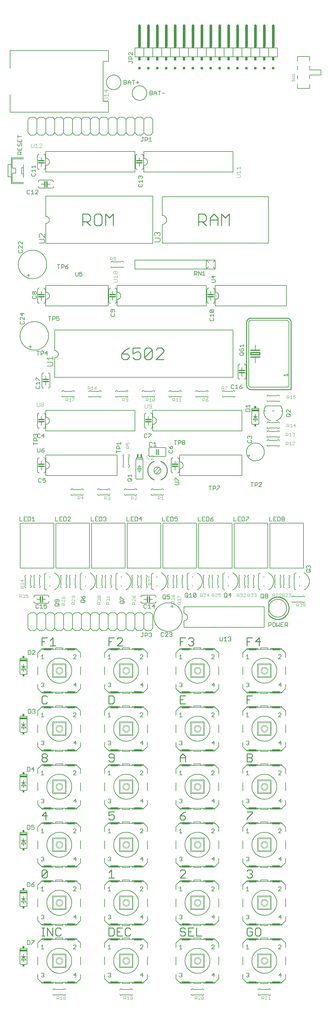
<source format=gtl>
G75*
%MOIN*%
%OFA0B0*%
%FSLAX25Y25*%
%IPPOS*%
%LPD*%
%AMOC8*
5,1,8,0,0,1.08239X$1,22.5*
%
%ADD10C,0.01100*%
%ADD11C,0.00600*%
%ADD12C,0.01000*%
%ADD13C,0.00500*%
%ADD14C,0.00400*%
%ADD15R,0.08000X0.02000*%
%ADD16R,0.02000X0.02500*%
%ADD17C,0.03000*%
%ADD18R,0.03000X0.02000*%
%ADD19R,0.03000X0.04000*%
%ADD20R,0.03000X0.03000*%
%ADD21C,0.01600*%
%ADD22R,0.01600X0.02300*%
%ADD23C,0.01200*%
%ADD24C,0.00700*%
%ADD25C,0.00200*%
%ADD26R,0.08500X0.02000*%
%ADD27C,0.00800*%
D10*
X0138672Y0725050D02*
X0142976Y0725050D01*
X0145128Y0727202D01*
X0145128Y0729354D01*
X0142976Y0731506D01*
X0136520Y0731506D01*
X0136520Y0727202D01*
X0138672Y0725050D01*
X0136520Y0731506D02*
X0140824Y0735809D01*
X0145128Y0737961D01*
X0149411Y0737961D02*
X0149411Y0731506D01*
X0153715Y0733657D01*
X0155867Y0733657D01*
X0158019Y0731506D01*
X0158019Y0727202D01*
X0155867Y0725050D01*
X0151563Y0725050D01*
X0149411Y0727202D01*
X0149411Y0737961D02*
X0158019Y0737961D01*
X0162302Y0735809D02*
X0164454Y0737961D01*
X0168758Y0737961D01*
X0170910Y0735809D01*
X0162302Y0727202D01*
X0164454Y0725050D01*
X0168758Y0725050D01*
X0170910Y0727202D01*
X0170910Y0735809D01*
X0175193Y0735809D02*
X0177345Y0737961D01*
X0181649Y0737961D01*
X0183801Y0735809D01*
X0183801Y0733657D01*
X0175193Y0725050D01*
X0183801Y0725050D01*
X0162302Y0727202D02*
X0162302Y0735809D01*
X0127355Y0875050D02*
X0127355Y0887961D01*
X0123052Y0883657D01*
X0118748Y0887961D01*
X0118748Y0875050D01*
X0114464Y0877202D02*
X0114464Y0885809D01*
X0112312Y0887961D01*
X0108009Y0887961D01*
X0105857Y0885809D01*
X0105857Y0877202D01*
X0108009Y0875050D01*
X0112312Y0875050D01*
X0114464Y0877202D01*
X0101573Y0875050D02*
X0097270Y0879354D01*
X0099421Y0879354D02*
X0092966Y0879354D01*
X0092966Y0875050D02*
X0092966Y0887961D01*
X0099421Y0887961D01*
X0101573Y0885809D01*
X0101573Y0881506D01*
X0099421Y0879354D01*
X0222966Y0879354D02*
X0229421Y0879354D01*
X0231573Y0881506D01*
X0231573Y0885809D01*
X0229421Y0887961D01*
X0222966Y0887961D01*
X0222966Y0875050D01*
X0227270Y0879354D02*
X0231573Y0875050D01*
X0235857Y0875050D02*
X0235857Y0883657D01*
X0240161Y0887961D01*
X0244464Y0883657D01*
X0244464Y0875050D01*
X0248748Y0875050D02*
X0248748Y0887961D01*
X0253052Y0883657D01*
X0257355Y0887961D01*
X0257355Y0875050D01*
X0244464Y0881506D02*
X0235857Y0881506D01*
D11*
X0029752Y0047500D02*
X0023752Y0047500D01*
X0023692Y0047502D01*
X0023631Y0047507D01*
X0023572Y0047516D01*
X0023513Y0047529D01*
X0023454Y0047545D01*
X0023397Y0047565D01*
X0023342Y0047588D01*
X0023287Y0047615D01*
X0023235Y0047644D01*
X0023184Y0047677D01*
X0023135Y0047713D01*
X0023089Y0047751D01*
X0023045Y0047793D01*
X0023003Y0047837D01*
X0022965Y0047883D01*
X0022929Y0047932D01*
X0022896Y0047983D01*
X0022867Y0048035D01*
X0022840Y0048090D01*
X0022817Y0048145D01*
X0022797Y0048202D01*
X0022781Y0048261D01*
X0022768Y0048320D01*
X0022759Y0048379D01*
X0022754Y0048440D01*
X0022752Y0048500D01*
X0022752Y0064500D01*
X0022754Y0064560D01*
X0022759Y0064621D01*
X0022768Y0064680D01*
X0022781Y0064739D01*
X0022797Y0064798D01*
X0022817Y0064855D01*
X0022840Y0064910D01*
X0022867Y0064965D01*
X0022896Y0065017D01*
X0022929Y0065068D01*
X0022965Y0065117D01*
X0023003Y0065163D01*
X0023045Y0065207D01*
X0023089Y0065249D01*
X0023135Y0065287D01*
X0023184Y0065323D01*
X0023235Y0065356D01*
X0023287Y0065385D01*
X0023342Y0065412D01*
X0023397Y0065435D01*
X0023454Y0065455D01*
X0023513Y0065471D01*
X0023572Y0065484D01*
X0023631Y0065493D01*
X0023692Y0065498D01*
X0023752Y0065500D01*
X0029752Y0065500D01*
X0029812Y0065498D01*
X0029873Y0065493D01*
X0029932Y0065484D01*
X0029991Y0065471D01*
X0030050Y0065455D01*
X0030107Y0065435D01*
X0030162Y0065412D01*
X0030217Y0065385D01*
X0030269Y0065356D01*
X0030320Y0065323D01*
X0030369Y0065287D01*
X0030415Y0065249D01*
X0030459Y0065207D01*
X0030501Y0065163D01*
X0030539Y0065117D01*
X0030575Y0065068D01*
X0030608Y0065017D01*
X0030637Y0064965D01*
X0030664Y0064910D01*
X0030687Y0064855D01*
X0030707Y0064798D01*
X0030723Y0064739D01*
X0030736Y0064680D01*
X0030745Y0064621D01*
X0030750Y0064560D01*
X0030752Y0064500D01*
X0030752Y0048500D01*
X0030750Y0048440D01*
X0030745Y0048379D01*
X0030736Y0048320D01*
X0030723Y0048261D01*
X0030707Y0048202D01*
X0030687Y0048145D01*
X0030664Y0048090D01*
X0030637Y0048035D01*
X0030608Y0047983D01*
X0030575Y0047932D01*
X0030539Y0047883D01*
X0030501Y0047837D01*
X0030459Y0047793D01*
X0030415Y0047751D01*
X0030369Y0047713D01*
X0030320Y0047677D01*
X0030269Y0047644D01*
X0030217Y0047615D01*
X0030162Y0047588D01*
X0030107Y0047565D01*
X0030050Y0047545D01*
X0029991Y0047529D01*
X0029932Y0047516D01*
X0029873Y0047507D01*
X0029812Y0047502D01*
X0029752Y0047500D01*
X0026752Y0050500D02*
X0026752Y0056500D01*
X0024252Y0056500D01*
X0026752Y0056500D02*
X0024252Y0052500D01*
X0029252Y0052500D01*
X0026752Y0056500D01*
X0029252Y0056500D01*
X0026752Y0056500D02*
X0026752Y0059000D01*
X0042752Y0056000D02*
X0042752Y0047000D01*
X0042752Y0036500D02*
X0042752Y0031500D01*
X0046752Y0027500D01*
X0047752Y0026500D01*
X0059752Y0026500D01*
X0059752Y0027500D01*
X0062752Y0027500D01*
X0070752Y0027500D01*
X0073752Y0027500D01*
X0086752Y0027500D01*
X0085752Y0026500D01*
X0073752Y0026500D01*
X0073752Y0027500D01*
X0070752Y0027500D02*
X0070752Y0026000D01*
X0062752Y0026000D01*
X0062752Y0027500D01*
X0059752Y0027500D02*
X0046752Y0027500D01*
X0060752Y0020000D02*
X0061752Y0020000D01*
X0062252Y0019500D01*
X0071252Y0019500D01*
X0071752Y0020000D01*
X0072752Y0020000D01*
X0072812Y0019998D01*
X0072873Y0019993D01*
X0072932Y0019984D01*
X0072991Y0019971D01*
X0073050Y0019955D01*
X0073107Y0019935D01*
X0073162Y0019912D01*
X0073217Y0019885D01*
X0073269Y0019856D01*
X0073320Y0019823D01*
X0073369Y0019787D01*
X0073415Y0019749D01*
X0073459Y0019707D01*
X0073501Y0019663D01*
X0073539Y0019617D01*
X0073575Y0019568D01*
X0073608Y0019517D01*
X0073637Y0019465D01*
X0073664Y0019410D01*
X0073687Y0019355D01*
X0073707Y0019298D01*
X0073723Y0019239D01*
X0073736Y0019180D01*
X0073745Y0019121D01*
X0073750Y0019060D01*
X0073752Y0019000D01*
X0073752Y0014000D02*
X0073750Y0013940D01*
X0073745Y0013879D01*
X0073736Y0013820D01*
X0073723Y0013761D01*
X0073707Y0013702D01*
X0073687Y0013645D01*
X0073664Y0013590D01*
X0073637Y0013535D01*
X0073608Y0013483D01*
X0073575Y0013432D01*
X0073539Y0013383D01*
X0073501Y0013337D01*
X0073459Y0013293D01*
X0073415Y0013251D01*
X0073369Y0013213D01*
X0073320Y0013177D01*
X0073269Y0013144D01*
X0073217Y0013115D01*
X0073162Y0013088D01*
X0073107Y0013065D01*
X0073050Y0013045D01*
X0072991Y0013029D01*
X0072932Y0013016D01*
X0072873Y0013007D01*
X0072812Y0013002D01*
X0072752Y0013000D01*
X0071752Y0013000D01*
X0071252Y0013500D01*
X0062252Y0013500D01*
X0061752Y0013000D01*
X0060752Y0013000D01*
X0060692Y0013002D01*
X0060631Y0013007D01*
X0060572Y0013016D01*
X0060513Y0013029D01*
X0060454Y0013045D01*
X0060397Y0013065D01*
X0060342Y0013088D01*
X0060287Y0013115D01*
X0060235Y0013144D01*
X0060184Y0013177D01*
X0060135Y0013213D01*
X0060089Y0013251D01*
X0060045Y0013293D01*
X0060003Y0013337D01*
X0059965Y0013383D01*
X0059929Y0013432D01*
X0059896Y0013483D01*
X0059867Y0013535D01*
X0059840Y0013590D01*
X0059817Y0013645D01*
X0059797Y0013702D01*
X0059781Y0013761D01*
X0059768Y0013820D01*
X0059759Y0013879D01*
X0059754Y0013940D01*
X0059752Y0014000D01*
X0059752Y0019000D02*
X0059754Y0019060D01*
X0059759Y0019121D01*
X0059768Y0019180D01*
X0059781Y0019239D01*
X0059797Y0019298D01*
X0059817Y0019355D01*
X0059840Y0019410D01*
X0059867Y0019465D01*
X0059896Y0019517D01*
X0059929Y0019568D01*
X0059965Y0019617D01*
X0060003Y0019663D01*
X0060045Y0019707D01*
X0060089Y0019749D01*
X0060135Y0019787D01*
X0060184Y0019823D01*
X0060235Y0019856D01*
X0060287Y0019885D01*
X0060342Y0019912D01*
X0060397Y0019935D01*
X0060454Y0019955D01*
X0060513Y0019971D01*
X0060572Y0019984D01*
X0060631Y0019993D01*
X0060692Y0019998D01*
X0060752Y0020000D01*
X0059252Y0044000D02*
X0059252Y0059000D01*
X0074252Y0059000D01*
X0074252Y0044000D01*
X0059252Y0044000D01*
X0052752Y0051500D02*
X0052756Y0051844D01*
X0052769Y0052187D01*
X0052790Y0052530D01*
X0052819Y0052872D01*
X0052857Y0053214D01*
X0052904Y0053554D01*
X0052958Y0053893D01*
X0053021Y0054231D01*
X0053092Y0054567D01*
X0053172Y0054902D01*
X0053259Y0055234D01*
X0053355Y0055564D01*
X0053459Y0055892D01*
X0053570Y0056216D01*
X0053690Y0056539D01*
X0053818Y0056858D01*
X0053953Y0057173D01*
X0054096Y0057486D01*
X0054247Y0057795D01*
X0054405Y0058100D01*
X0054571Y0058401D01*
X0054744Y0058697D01*
X0054924Y0058990D01*
X0055111Y0059278D01*
X0055306Y0059561D01*
X0055507Y0059840D01*
X0055715Y0060113D01*
X0055930Y0060382D01*
X0056151Y0060644D01*
X0056379Y0060902D01*
X0056613Y0061154D01*
X0056853Y0061399D01*
X0057098Y0061639D01*
X0057350Y0061873D01*
X0057608Y0062101D01*
X0057870Y0062322D01*
X0058139Y0062537D01*
X0058412Y0062745D01*
X0058691Y0062946D01*
X0058974Y0063141D01*
X0059262Y0063328D01*
X0059555Y0063508D01*
X0059851Y0063681D01*
X0060152Y0063847D01*
X0060457Y0064005D01*
X0060766Y0064156D01*
X0061079Y0064299D01*
X0061394Y0064434D01*
X0061713Y0064562D01*
X0062036Y0064682D01*
X0062360Y0064793D01*
X0062688Y0064897D01*
X0063018Y0064993D01*
X0063350Y0065080D01*
X0063685Y0065160D01*
X0064021Y0065231D01*
X0064359Y0065294D01*
X0064698Y0065348D01*
X0065038Y0065395D01*
X0065380Y0065433D01*
X0065722Y0065462D01*
X0066065Y0065483D01*
X0066408Y0065496D01*
X0066752Y0065500D01*
X0067096Y0065496D01*
X0067439Y0065483D01*
X0067782Y0065462D01*
X0068124Y0065433D01*
X0068466Y0065395D01*
X0068806Y0065348D01*
X0069145Y0065294D01*
X0069483Y0065231D01*
X0069819Y0065160D01*
X0070154Y0065080D01*
X0070486Y0064993D01*
X0070816Y0064897D01*
X0071144Y0064793D01*
X0071468Y0064682D01*
X0071791Y0064562D01*
X0072110Y0064434D01*
X0072425Y0064299D01*
X0072738Y0064156D01*
X0073047Y0064005D01*
X0073352Y0063847D01*
X0073653Y0063681D01*
X0073949Y0063508D01*
X0074242Y0063328D01*
X0074530Y0063141D01*
X0074813Y0062946D01*
X0075092Y0062745D01*
X0075365Y0062537D01*
X0075634Y0062322D01*
X0075896Y0062101D01*
X0076154Y0061873D01*
X0076406Y0061639D01*
X0076651Y0061399D01*
X0076891Y0061154D01*
X0077125Y0060902D01*
X0077353Y0060644D01*
X0077574Y0060382D01*
X0077789Y0060113D01*
X0077997Y0059840D01*
X0078198Y0059561D01*
X0078393Y0059278D01*
X0078580Y0058990D01*
X0078760Y0058697D01*
X0078933Y0058401D01*
X0079099Y0058100D01*
X0079257Y0057795D01*
X0079408Y0057486D01*
X0079551Y0057173D01*
X0079686Y0056858D01*
X0079814Y0056539D01*
X0079934Y0056216D01*
X0080045Y0055892D01*
X0080149Y0055564D01*
X0080245Y0055234D01*
X0080332Y0054902D01*
X0080412Y0054567D01*
X0080483Y0054231D01*
X0080546Y0053893D01*
X0080600Y0053554D01*
X0080647Y0053214D01*
X0080685Y0052872D01*
X0080714Y0052530D01*
X0080735Y0052187D01*
X0080748Y0051844D01*
X0080752Y0051500D01*
X0080748Y0051156D01*
X0080735Y0050813D01*
X0080714Y0050470D01*
X0080685Y0050128D01*
X0080647Y0049786D01*
X0080600Y0049446D01*
X0080546Y0049107D01*
X0080483Y0048769D01*
X0080412Y0048433D01*
X0080332Y0048098D01*
X0080245Y0047766D01*
X0080149Y0047436D01*
X0080045Y0047108D01*
X0079934Y0046784D01*
X0079814Y0046461D01*
X0079686Y0046142D01*
X0079551Y0045827D01*
X0079408Y0045514D01*
X0079257Y0045205D01*
X0079099Y0044900D01*
X0078933Y0044599D01*
X0078760Y0044303D01*
X0078580Y0044010D01*
X0078393Y0043722D01*
X0078198Y0043439D01*
X0077997Y0043160D01*
X0077789Y0042887D01*
X0077574Y0042618D01*
X0077353Y0042356D01*
X0077125Y0042098D01*
X0076891Y0041846D01*
X0076651Y0041601D01*
X0076406Y0041361D01*
X0076154Y0041127D01*
X0075896Y0040899D01*
X0075634Y0040678D01*
X0075365Y0040463D01*
X0075092Y0040255D01*
X0074813Y0040054D01*
X0074530Y0039859D01*
X0074242Y0039672D01*
X0073949Y0039492D01*
X0073653Y0039319D01*
X0073352Y0039153D01*
X0073047Y0038995D01*
X0072738Y0038844D01*
X0072425Y0038701D01*
X0072110Y0038566D01*
X0071791Y0038438D01*
X0071468Y0038318D01*
X0071144Y0038207D01*
X0070816Y0038103D01*
X0070486Y0038007D01*
X0070154Y0037920D01*
X0069819Y0037840D01*
X0069483Y0037769D01*
X0069145Y0037706D01*
X0068806Y0037652D01*
X0068466Y0037605D01*
X0068124Y0037567D01*
X0067782Y0037538D01*
X0067439Y0037517D01*
X0067096Y0037504D01*
X0066752Y0037500D01*
X0066408Y0037504D01*
X0066065Y0037517D01*
X0065722Y0037538D01*
X0065380Y0037567D01*
X0065038Y0037605D01*
X0064698Y0037652D01*
X0064359Y0037706D01*
X0064021Y0037769D01*
X0063685Y0037840D01*
X0063350Y0037920D01*
X0063018Y0038007D01*
X0062688Y0038103D01*
X0062360Y0038207D01*
X0062036Y0038318D01*
X0061713Y0038438D01*
X0061394Y0038566D01*
X0061079Y0038701D01*
X0060766Y0038844D01*
X0060457Y0038995D01*
X0060152Y0039153D01*
X0059851Y0039319D01*
X0059555Y0039492D01*
X0059262Y0039672D01*
X0058974Y0039859D01*
X0058691Y0040054D01*
X0058412Y0040255D01*
X0058139Y0040463D01*
X0057870Y0040678D01*
X0057608Y0040899D01*
X0057350Y0041127D01*
X0057098Y0041361D01*
X0056853Y0041601D01*
X0056613Y0041846D01*
X0056379Y0042098D01*
X0056151Y0042356D01*
X0055930Y0042618D01*
X0055715Y0042887D01*
X0055507Y0043160D01*
X0055306Y0043439D01*
X0055111Y0043722D01*
X0054924Y0044010D01*
X0054744Y0044303D01*
X0054571Y0044599D01*
X0054405Y0044900D01*
X0054247Y0045205D01*
X0054096Y0045514D01*
X0053953Y0045827D01*
X0053818Y0046142D01*
X0053690Y0046461D01*
X0053570Y0046784D01*
X0053459Y0047108D01*
X0053355Y0047436D01*
X0053259Y0047766D01*
X0053172Y0048098D01*
X0053092Y0048433D01*
X0053021Y0048769D01*
X0052958Y0049107D01*
X0052904Y0049446D01*
X0052857Y0049786D01*
X0052819Y0050128D01*
X0052790Y0050470D01*
X0052769Y0050813D01*
X0052756Y0051156D01*
X0052752Y0051500D01*
X0042752Y0071500D02*
X0046752Y0075500D01*
X0047752Y0076500D01*
X0059752Y0076500D01*
X0059752Y0075500D01*
X0062752Y0075500D01*
X0070752Y0075500D01*
X0073752Y0075500D01*
X0073752Y0076500D01*
X0085752Y0076500D01*
X0086752Y0075500D01*
X0073752Y0075500D01*
X0070752Y0075500D02*
X0070752Y0077000D01*
X0062752Y0077000D01*
X0062752Y0075500D01*
X0059752Y0075500D02*
X0046752Y0075500D01*
X0042752Y0071500D02*
X0042752Y0066500D01*
X0047752Y0091500D02*
X0046752Y0092500D01*
X0059752Y0092500D01*
X0062752Y0092500D01*
X0070752Y0092500D01*
X0073752Y0092500D01*
X0086752Y0092500D01*
X0085752Y0091500D01*
X0073752Y0091500D01*
X0073752Y0092500D01*
X0070752Y0092500D02*
X0070752Y0091000D01*
X0062752Y0091000D01*
X0062752Y0092500D01*
X0059752Y0092500D02*
X0059752Y0091500D01*
X0047752Y0091500D01*
X0046752Y0092500D02*
X0042752Y0096500D01*
X0042752Y0101500D01*
X0042752Y0112000D02*
X0042752Y0121000D01*
X0042752Y0131500D02*
X0042752Y0136500D01*
X0046752Y0140500D01*
X0047752Y0141500D01*
X0059752Y0141500D01*
X0059752Y0140500D01*
X0062752Y0140500D01*
X0070752Y0140500D01*
X0073752Y0140500D01*
X0073752Y0141500D01*
X0085752Y0141500D01*
X0086752Y0140500D01*
X0073752Y0140500D01*
X0070752Y0140500D02*
X0070752Y0142000D01*
X0062752Y0142000D01*
X0062752Y0140500D01*
X0059752Y0140500D02*
X0046752Y0140500D01*
X0047752Y0156500D02*
X0046752Y0157500D01*
X0059752Y0157500D01*
X0062752Y0157500D01*
X0070752Y0157500D01*
X0073752Y0157500D01*
X0086752Y0157500D01*
X0085752Y0156500D01*
X0073752Y0156500D01*
X0073752Y0157500D01*
X0070752Y0157500D02*
X0070752Y0156000D01*
X0062752Y0156000D01*
X0062752Y0157500D01*
X0059752Y0157500D02*
X0059752Y0156500D01*
X0047752Y0156500D01*
X0046752Y0157500D02*
X0042752Y0161500D01*
X0042752Y0166500D01*
X0042752Y0177000D02*
X0042752Y0186000D01*
X0042752Y0196500D02*
X0042752Y0201500D01*
X0046752Y0205500D01*
X0047752Y0206500D01*
X0059752Y0206500D01*
X0059752Y0205500D01*
X0062752Y0205500D01*
X0070752Y0205500D01*
X0073752Y0205500D01*
X0073752Y0206500D01*
X0085752Y0206500D01*
X0086752Y0205500D01*
X0073752Y0205500D01*
X0070752Y0205500D02*
X0070752Y0207000D01*
X0062752Y0207000D01*
X0062752Y0205500D01*
X0059752Y0205500D02*
X0046752Y0205500D01*
X0047752Y0221500D02*
X0046752Y0222500D01*
X0059752Y0222500D01*
X0062752Y0222500D01*
X0070752Y0222500D01*
X0073752Y0222500D01*
X0086752Y0222500D01*
X0085752Y0221500D01*
X0073752Y0221500D01*
X0073752Y0222500D01*
X0070752Y0222500D02*
X0070752Y0221000D01*
X0062752Y0221000D01*
X0062752Y0222500D01*
X0059752Y0222500D02*
X0059752Y0221500D01*
X0047752Y0221500D01*
X0046752Y0222500D02*
X0042752Y0226500D01*
X0042752Y0231500D01*
X0042752Y0242000D02*
X0042752Y0251000D01*
X0042752Y0261500D02*
X0042752Y0266500D01*
X0046752Y0270500D01*
X0047752Y0271500D01*
X0059752Y0271500D01*
X0059752Y0270500D01*
X0062752Y0270500D01*
X0070752Y0270500D01*
X0073752Y0270500D01*
X0073752Y0271500D01*
X0085752Y0271500D01*
X0086752Y0270500D01*
X0073752Y0270500D01*
X0070752Y0270500D02*
X0070752Y0272000D01*
X0062752Y0272000D01*
X0062752Y0270500D01*
X0059752Y0270500D02*
X0046752Y0270500D01*
X0047752Y0286500D02*
X0046752Y0287500D01*
X0059752Y0287500D01*
X0062752Y0287500D01*
X0070752Y0287500D01*
X0073752Y0287500D01*
X0086752Y0287500D01*
X0085752Y0286500D01*
X0073752Y0286500D01*
X0073752Y0287500D01*
X0070752Y0287500D02*
X0070752Y0286000D01*
X0062752Y0286000D01*
X0062752Y0287500D01*
X0059752Y0287500D02*
X0059752Y0286500D01*
X0047752Y0286500D01*
X0046752Y0287500D02*
X0042752Y0291500D01*
X0042752Y0296500D01*
X0042752Y0307000D02*
X0042752Y0316000D01*
X0042752Y0326500D02*
X0042752Y0331500D01*
X0046752Y0335500D01*
X0047752Y0336500D01*
X0059752Y0336500D01*
X0059752Y0335500D01*
X0062752Y0335500D01*
X0070752Y0335500D01*
X0073752Y0335500D01*
X0073752Y0336500D01*
X0085752Y0336500D01*
X0086752Y0335500D01*
X0073752Y0335500D01*
X0070752Y0335500D02*
X0070752Y0337000D01*
X0062752Y0337000D01*
X0062752Y0335500D01*
X0059752Y0335500D02*
X0046752Y0335500D01*
X0047752Y0351500D02*
X0046752Y0352500D01*
X0059752Y0352500D01*
X0062752Y0352500D01*
X0070752Y0352500D01*
X0073752Y0352500D01*
X0086752Y0352500D01*
X0085752Y0351500D01*
X0073752Y0351500D01*
X0073752Y0352500D01*
X0070752Y0352500D02*
X0070752Y0351000D01*
X0062752Y0351000D01*
X0062752Y0352500D01*
X0059752Y0352500D02*
X0059752Y0351500D01*
X0047752Y0351500D01*
X0046752Y0352500D02*
X0042752Y0356500D01*
X0042752Y0361500D01*
X0042752Y0372000D02*
X0042752Y0381000D01*
X0042752Y0391500D02*
X0042752Y0396500D01*
X0046752Y0400500D01*
X0047752Y0401500D01*
X0059752Y0401500D01*
X0059752Y0400500D01*
X0062752Y0400500D01*
X0070752Y0400500D01*
X0073752Y0400500D01*
X0073752Y0401500D01*
X0085752Y0401500D01*
X0086752Y0400500D01*
X0073752Y0400500D01*
X0070752Y0400500D02*
X0070752Y0402000D01*
X0062752Y0402000D01*
X0062752Y0400500D01*
X0059752Y0400500D02*
X0046752Y0400500D01*
X0044252Y0421500D02*
X0041752Y0424000D01*
X0039252Y0421500D01*
X0034252Y0421500D01*
X0031752Y0424000D01*
X0031752Y0439000D01*
X0034252Y0441500D01*
X0039252Y0441500D01*
X0041752Y0439000D01*
X0041752Y0424000D01*
X0044252Y0421500D02*
X0049252Y0421500D01*
X0051752Y0424000D01*
X0051752Y0439000D01*
X0054252Y0441500D01*
X0059252Y0441500D01*
X0061752Y0439000D01*
X0061752Y0424000D01*
X0059252Y0421500D01*
X0054252Y0421500D01*
X0051752Y0424000D01*
X0051752Y0439000D02*
X0049252Y0441500D01*
X0044252Y0441500D01*
X0041752Y0439000D01*
X0040252Y0452000D02*
X0053252Y0452000D01*
X0053339Y0452002D01*
X0053426Y0452008D01*
X0053513Y0452017D01*
X0053599Y0452030D01*
X0053685Y0452047D01*
X0053770Y0452068D01*
X0053853Y0452093D01*
X0053936Y0452121D01*
X0054017Y0452152D01*
X0054097Y0452187D01*
X0054175Y0452226D01*
X0054252Y0452268D01*
X0054327Y0452313D01*
X0054399Y0452362D01*
X0054470Y0452413D01*
X0054538Y0452468D01*
X0054603Y0452525D01*
X0054666Y0452586D01*
X0054727Y0452649D01*
X0054784Y0452714D01*
X0054839Y0452782D01*
X0054890Y0452853D01*
X0054939Y0452925D01*
X0054984Y0453000D01*
X0055026Y0453077D01*
X0055065Y0453155D01*
X0055100Y0453235D01*
X0055131Y0453316D01*
X0055159Y0453399D01*
X0055184Y0453482D01*
X0055205Y0453567D01*
X0055222Y0453653D01*
X0055235Y0453739D01*
X0055244Y0453826D01*
X0055250Y0453913D01*
X0055252Y0454000D01*
X0051752Y0456500D02*
X0048052Y0456500D01*
X0045552Y0456500D02*
X0041752Y0456500D01*
X0038252Y0454000D02*
X0038254Y0453913D01*
X0038260Y0453826D01*
X0038269Y0453739D01*
X0038282Y0453653D01*
X0038299Y0453567D01*
X0038320Y0453482D01*
X0038345Y0453399D01*
X0038373Y0453316D01*
X0038404Y0453235D01*
X0038439Y0453155D01*
X0038478Y0453077D01*
X0038520Y0453000D01*
X0038565Y0452925D01*
X0038614Y0452853D01*
X0038665Y0452782D01*
X0038720Y0452714D01*
X0038777Y0452649D01*
X0038838Y0452586D01*
X0038901Y0452525D01*
X0038966Y0452468D01*
X0039034Y0452413D01*
X0039105Y0452362D01*
X0039177Y0452313D01*
X0039252Y0452268D01*
X0039329Y0452226D01*
X0039407Y0452187D01*
X0039487Y0452152D01*
X0039568Y0452121D01*
X0039651Y0452093D01*
X0039734Y0452068D01*
X0039819Y0452047D01*
X0039905Y0452030D01*
X0039991Y0452017D01*
X0040078Y0452008D01*
X0040165Y0452002D01*
X0040252Y0452000D01*
X0038252Y0459000D02*
X0038254Y0459087D01*
X0038260Y0459174D01*
X0038269Y0459261D01*
X0038282Y0459347D01*
X0038299Y0459433D01*
X0038320Y0459518D01*
X0038345Y0459601D01*
X0038373Y0459684D01*
X0038404Y0459765D01*
X0038439Y0459845D01*
X0038478Y0459923D01*
X0038520Y0460000D01*
X0038565Y0460075D01*
X0038614Y0460147D01*
X0038665Y0460218D01*
X0038720Y0460286D01*
X0038777Y0460351D01*
X0038838Y0460414D01*
X0038901Y0460475D01*
X0038966Y0460532D01*
X0039034Y0460587D01*
X0039105Y0460638D01*
X0039177Y0460687D01*
X0039252Y0460732D01*
X0039329Y0460774D01*
X0039407Y0460813D01*
X0039487Y0460848D01*
X0039568Y0460879D01*
X0039651Y0460907D01*
X0039734Y0460932D01*
X0039819Y0460953D01*
X0039905Y0460970D01*
X0039991Y0460983D01*
X0040078Y0460992D01*
X0040165Y0460998D01*
X0040252Y0461000D01*
X0053252Y0461000D01*
X0053339Y0460998D01*
X0053426Y0460992D01*
X0053513Y0460983D01*
X0053599Y0460970D01*
X0053685Y0460953D01*
X0053770Y0460932D01*
X0053853Y0460907D01*
X0053936Y0460879D01*
X0054017Y0460848D01*
X0054097Y0460813D01*
X0054175Y0460774D01*
X0054252Y0460732D01*
X0054327Y0460687D01*
X0054399Y0460638D01*
X0054470Y0460587D01*
X0054538Y0460532D01*
X0054603Y0460475D01*
X0054666Y0460414D01*
X0054727Y0460351D01*
X0054784Y0460286D01*
X0054839Y0460218D01*
X0054890Y0460147D01*
X0054939Y0460075D01*
X0054984Y0460000D01*
X0055026Y0459923D01*
X0055065Y0459845D01*
X0055100Y0459765D01*
X0055131Y0459684D01*
X0055159Y0459601D01*
X0055184Y0459518D01*
X0055205Y0459433D01*
X0055222Y0459347D01*
X0055235Y0459261D01*
X0055244Y0459174D01*
X0055250Y0459087D01*
X0055252Y0459000D01*
X0064252Y0441500D02*
X0061752Y0439000D01*
X0064252Y0441500D02*
X0069252Y0441500D01*
X0071752Y0439000D01*
X0071752Y0424000D01*
X0069252Y0421500D01*
X0064252Y0421500D01*
X0061752Y0424000D01*
X0071752Y0424000D02*
X0074252Y0421500D01*
X0079252Y0421500D01*
X0081752Y0424000D01*
X0081752Y0439000D01*
X0084252Y0441500D01*
X0089252Y0441500D01*
X0091752Y0439000D01*
X0091752Y0424000D01*
X0089252Y0421500D01*
X0084252Y0421500D01*
X0081752Y0424000D01*
X0081752Y0439000D02*
X0079252Y0441500D01*
X0074252Y0441500D01*
X0071752Y0439000D01*
X0069252Y0469500D02*
X0069192Y0469502D01*
X0069131Y0469507D01*
X0069072Y0469516D01*
X0069013Y0469529D01*
X0068954Y0469545D01*
X0068897Y0469565D01*
X0068842Y0469588D01*
X0068787Y0469615D01*
X0068735Y0469644D01*
X0068684Y0469677D01*
X0068635Y0469713D01*
X0068589Y0469751D01*
X0068545Y0469793D01*
X0068503Y0469837D01*
X0068465Y0469883D01*
X0068429Y0469932D01*
X0068396Y0469983D01*
X0068367Y0470035D01*
X0068340Y0470090D01*
X0068317Y0470145D01*
X0068297Y0470202D01*
X0068281Y0470261D01*
X0068268Y0470320D01*
X0068259Y0470379D01*
X0068254Y0470440D01*
X0068252Y0470500D01*
X0068252Y0471500D01*
X0068752Y0472000D01*
X0068752Y0481000D01*
X0068252Y0481500D01*
X0068252Y0482500D01*
X0068254Y0482560D01*
X0068259Y0482621D01*
X0068268Y0482680D01*
X0068281Y0482739D01*
X0068297Y0482798D01*
X0068317Y0482855D01*
X0068340Y0482910D01*
X0068367Y0482965D01*
X0068396Y0483017D01*
X0068429Y0483068D01*
X0068465Y0483117D01*
X0068503Y0483163D01*
X0068545Y0483207D01*
X0068589Y0483249D01*
X0068635Y0483287D01*
X0068684Y0483323D01*
X0068735Y0483356D01*
X0068787Y0483385D01*
X0068842Y0483412D01*
X0068897Y0483435D01*
X0068954Y0483455D01*
X0069013Y0483471D01*
X0069072Y0483484D01*
X0069131Y0483493D01*
X0069192Y0483498D01*
X0069252Y0483500D01*
X0074252Y0483500D02*
X0074312Y0483498D01*
X0074373Y0483493D01*
X0074432Y0483484D01*
X0074491Y0483471D01*
X0074550Y0483455D01*
X0074607Y0483435D01*
X0074662Y0483412D01*
X0074717Y0483385D01*
X0074769Y0483356D01*
X0074820Y0483323D01*
X0074869Y0483287D01*
X0074915Y0483249D01*
X0074959Y0483207D01*
X0075001Y0483163D01*
X0075039Y0483117D01*
X0075075Y0483068D01*
X0075108Y0483017D01*
X0075137Y0482965D01*
X0075164Y0482910D01*
X0075187Y0482855D01*
X0075207Y0482798D01*
X0075223Y0482739D01*
X0075236Y0482680D01*
X0075245Y0482621D01*
X0075250Y0482560D01*
X0075252Y0482500D01*
X0075252Y0481500D01*
X0074752Y0481000D01*
X0074752Y0472000D01*
X0075252Y0471500D01*
X0075252Y0470500D01*
X0075250Y0470440D01*
X0075245Y0470379D01*
X0075236Y0470320D01*
X0075223Y0470261D01*
X0075207Y0470202D01*
X0075187Y0470145D01*
X0075164Y0470090D01*
X0075137Y0470035D01*
X0075108Y0469983D01*
X0075075Y0469932D01*
X0075039Y0469883D01*
X0075001Y0469837D01*
X0074959Y0469793D01*
X0074915Y0469751D01*
X0074869Y0469713D01*
X0074820Y0469677D01*
X0074769Y0469644D01*
X0074717Y0469615D01*
X0074662Y0469588D01*
X0074607Y0469565D01*
X0074550Y0469545D01*
X0074491Y0469529D01*
X0074432Y0469516D01*
X0074373Y0469507D01*
X0074312Y0469502D01*
X0074252Y0469500D01*
X0078252Y0470500D02*
X0078252Y0471500D01*
X0078752Y0472000D01*
X0078752Y0481000D01*
X0078252Y0481500D01*
X0078252Y0482500D01*
X0078254Y0482560D01*
X0078259Y0482621D01*
X0078268Y0482680D01*
X0078281Y0482739D01*
X0078297Y0482798D01*
X0078317Y0482855D01*
X0078340Y0482910D01*
X0078367Y0482965D01*
X0078396Y0483017D01*
X0078429Y0483068D01*
X0078465Y0483117D01*
X0078503Y0483163D01*
X0078545Y0483207D01*
X0078589Y0483249D01*
X0078635Y0483287D01*
X0078684Y0483323D01*
X0078735Y0483356D01*
X0078787Y0483385D01*
X0078842Y0483412D01*
X0078897Y0483435D01*
X0078954Y0483455D01*
X0079013Y0483471D01*
X0079072Y0483484D01*
X0079131Y0483493D01*
X0079192Y0483498D01*
X0079252Y0483500D01*
X0078252Y0470500D02*
X0078254Y0470440D01*
X0078259Y0470379D01*
X0078268Y0470320D01*
X0078281Y0470261D01*
X0078297Y0470202D01*
X0078317Y0470145D01*
X0078340Y0470090D01*
X0078367Y0470035D01*
X0078396Y0469983D01*
X0078429Y0469932D01*
X0078465Y0469883D01*
X0078503Y0469837D01*
X0078545Y0469793D01*
X0078589Y0469751D01*
X0078635Y0469713D01*
X0078684Y0469677D01*
X0078735Y0469644D01*
X0078787Y0469615D01*
X0078842Y0469588D01*
X0078897Y0469565D01*
X0078954Y0469545D01*
X0079013Y0469529D01*
X0079072Y0469516D01*
X0079131Y0469507D01*
X0079192Y0469502D01*
X0079252Y0469500D01*
X0084252Y0469500D02*
X0084312Y0469502D01*
X0084373Y0469507D01*
X0084432Y0469516D01*
X0084491Y0469529D01*
X0084550Y0469545D01*
X0084607Y0469565D01*
X0084662Y0469588D01*
X0084717Y0469615D01*
X0084769Y0469644D01*
X0084820Y0469677D01*
X0084869Y0469713D01*
X0084915Y0469751D01*
X0084959Y0469793D01*
X0085001Y0469837D01*
X0085039Y0469883D01*
X0085075Y0469932D01*
X0085108Y0469983D01*
X0085137Y0470035D01*
X0085164Y0470090D01*
X0085187Y0470145D01*
X0085207Y0470202D01*
X0085223Y0470261D01*
X0085236Y0470320D01*
X0085245Y0470379D01*
X0085250Y0470440D01*
X0085252Y0470500D01*
X0085252Y0471500D01*
X0084752Y0472000D01*
X0084752Y0481000D01*
X0085252Y0481500D01*
X0085252Y0482500D01*
X0085250Y0482560D01*
X0085245Y0482621D01*
X0085236Y0482680D01*
X0085223Y0482739D01*
X0085207Y0482798D01*
X0085187Y0482855D01*
X0085164Y0482910D01*
X0085137Y0482965D01*
X0085108Y0483017D01*
X0085075Y0483068D01*
X0085039Y0483117D01*
X0085001Y0483163D01*
X0084959Y0483207D01*
X0084915Y0483249D01*
X0084869Y0483287D01*
X0084820Y0483323D01*
X0084769Y0483356D01*
X0084717Y0483385D01*
X0084662Y0483412D01*
X0084607Y0483435D01*
X0084550Y0483455D01*
X0084491Y0483471D01*
X0084432Y0483484D01*
X0084373Y0483493D01*
X0084312Y0483498D01*
X0084252Y0483500D01*
X0094252Y0441500D02*
X0099252Y0441500D01*
X0101752Y0439000D01*
X0101752Y0424000D01*
X0099252Y0421500D01*
X0094252Y0421500D01*
X0091752Y0424000D01*
X0091752Y0439000D02*
X0094252Y0441500D01*
X0101752Y0439000D02*
X0104252Y0441500D01*
X0109252Y0441500D01*
X0111752Y0439000D01*
X0111752Y0424000D01*
X0109252Y0421500D01*
X0104252Y0421500D01*
X0101752Y0424000D01*
X0111752Y0424000D02*
X0114252Y0421500D01*
X0119252Y0421500D01*
X0121752Y0424000D01*
X0121752Y0439000D01*
X0119252Y0441500D01*
X0114252Y0441500D01*
X0111752Y0439000D01*
X0121752Y0439000D02*
X0124252Y0441500D01*
X0129252Y0441500D01*
X0131752Y0439000D01*
X0131752Y0424000D01*
X0129252Y0421500D01*
X0124252Y0421500D01*
X0121752Y0424000D01*
X0122752Y0401500D02*
X0121752Y0400500D01*
X0117752Y0396500D01*
X0117752Y0391500D01*
X0121752Y0400500D02*
X0134752Y0400500D01*
X0137752Y0400500D01*
X0145752Y0400500D01*
X0148752Y0400500D01*
X0148752Y0401500D01*
X0160752Y0401500D01*
X0161752Y0400500D01*
X0148752Y0400500D01*
X0145752Y0400500D02*
X0145752Y0402000D01*
X0137752Y0402000D01*
X0137752Y0400500D01*
X0134752Y0400500D02*
X0134752Y0401500D01*
X0122752Y0401500D01*
X0117752Y0381000D02*
X0117752Y0372000D01*
X0117752Y0361500D02*
X0117752Y0356500D01*
X0121752Y0352500D01*
X0122752Y0351500D01*
X0134752Y0351500D01*
X0134752Y0352500D01*
X0137752Y0352500D01*
X0145752Y0352500D01*
X0148752Y0352500D01*
X0161752Y0352500D01*
X0160752Y0351500D01*
X0148752Y0351500D01*
X0148752Y0352500D01*
X0145752Y0352500D02*
X0145752Y0351000D01*
X0137752Y0351000D01*
X0137752Y0352500D01*
X0134752Y0352500D02*
X0121752Y0352500D01*
X0122752Y0336500D02*
X0121752Y0335500D01*
X0117752Y0331500D01*
X0117752Y0326500D01*
X0121752Y0335500D02*
X0134752Y0335500D01*
X0137752Y0335500D01*
X0145752Y0335500D01*
X0148752Y0335500D01*
X0148752Y0336500D01*
X0160752Y0336500D01*
X0161752Y0335500D01*
X0148752Y0335500D01*
X0145752Y0335500D02*
X0145752Y0337000D01*
X0137752Y0337000D01*
X0137752Y0335500D01*
X0134752Y0335500D02*
X0134752Y0336500D01*
X0122752Y0336500D01*
X0117752Y0316000D02*
X0117752Y0307000D01*
X0117752Y0296500D02*
X0117752Y0291500D01*
X0121752Y0287500D01*
X0122752Y0286500D01*
X0134752Y0286500D01*
X0134752Y0287500D01*
X0137752Y0287500D01*
X0145752Y0287500D01*
X0148752Y0287500D01*
X0161752Y0287500D01*
X0160752Y0286500D01*
X0148752Y0286500D01*
X0148752Y0287500D01*
X0145752Y0287500D02*
X0145752Y0286000D01*
X0137752Y0286000D01*
X0137752Y0287500D01*
X0134752Y0287500D02*
X0121752Y0287500D01*
X0122752Y0271500D02*
X0121752Y0270500D01*
X0117752Y0266500D01*
X0117752Y0261500D01*
X0121752Y0270500D02*
X0134752Y0270500D01*
X0137752Y0270500D01*
X0145752Y0270500D01*
X0148752Y0270500D01*
X0148752Y0271500D01*
X0160752Y0271500D01*
X0161752Y0270500D01*
X0148752Y0270500D01*
X0145752Y0270500D02*
X0145752Y0272000D01*
X0137752Y0272000D01*
X0137752Y0270500D01*
X0134752Y0270500D02*
X0134752Y0271500D01*
X0122752Y0271500D01*
X0117752Y0251000D02*
X0117752Y0242000D01*
X0117752Y0231500D02*
X0117752Y0226500D01*
X0121752Y0222500D01*
X0122752Y0221500D01*
X0134752Y0221500D01*
X0134752Y0222500D01*
X0137752Y0222500D01*
X0145752Y0222500D01*
X0148752Y0222500D01*
X0161752Y0222500D01*
X0160752Y0221500D01*
X0148752Y0221500D01*
X0148752Y0222500D01*
X0145752Y0222500D02*
X0145752Y0221000D01*
X0137752Y0221000D01*
X0137752Y0222500D01*
X0134752Y0222500D02*
X0121752Y0222500D01*
X0122752Y0206500D02*
X0121752Y0205500D01*
X0117752Y0201500D01*
X0117752Y0196500D01*
X0121752Y0205500D02*
X0134752Y0205500D01*
X0137752Y0205500D01*
X0145752Y0205500D01*
X0148752Y0205500D01*
X0148752Y0206500D01*
X0160752Y0206500D01*
X0161752Y0205500D01*
X0148752Y0205500D01*
X0145752Y0205500D02*
X0145752Y0207000D01*
X0137752Y0207000D01*
X0137752Y0205500D01*
X0134752Y0205500D02*
X0134752Y0206500D01*
X0122752Y0206500D01*
X0117752Y0186000D02*
X0117752Y0177000D01*
X0117752Y0166500D02*
X0117752Y0161500D01*
X0121752Y0157500D01*
X0122752Y0156500D01*
X0134752Y0156500D01*
X0134752Y0157500D01*
X0137752Y0157500D01*
X0145752Y0157500D01*
X0148752Y0157500D01*
X0161752Y0157500D01*
X0160752Y0156500D01*
X0148752Y0156500D01*
X0148752Y0157500D01*
X0145752Y0157500D02*
X0145752Y0156000D01*
X0137752Y0156000D01*
X0137752Y0157500D01*
X0134752Y0157500D02*
X0121752Y0157500D01*
X0122752Y0141500D02*
X0121752Y0140500D01*
X0117752Y0136500D01*
X0117752Y0131500D01*
X0121752Y0140500D02*
X0134752Y0140500D01*
X0137752Y0140500D01*
X0145752Y0140500D01*
X0148752Y0140500D01*
X0148752Y0141500D01*
X0160752Y0141500D01*
X0161752Y0140500D01*
X0148752Y0140500D01*
X0145752Y0140500D02*
X0145752Y0142000D01*
X0137752Y0142000D01*
X0137752Y0140500D01*
X0134752Y0140500D02*
X0134752Y0141500D01*
X0122752Y0141500D01*
X0117752Y0121000D02*
X0117752Y0112000D01*
X0117752Y0101500D02*
X0117752Y0096500D01*
X0121752Y0092500D01*
X0122752Y0091500D01*
X0134752Y0091500D01*
X0134752Y0092500D01*
X0137752Y0092500D01*
X0145752Y0092500D01*
X0148752Y0092500D01*
X0161752Y0092500D01*
X0160752Y0091500D01*
X0148752Y0091500D01*
X0148752Y0092500D01*
X0145752Y0092500D02*
X0145752Y0091000D01*
X0137752Y0091000D01*
X0137752Y0092500D01*
X0134752Y0092500D02*
X0121752Y0092500D01*
X0122752Y0076500D02*
X0121752Y0075500D01*
X0117752Y0071500D01*
X0117752Y0066500D01*
X0121752Y0075500D02*
X0134752Y0075500D01*
X0137752Y0075500D01*
X0145752Y0075500D01*
X0148752Y0075500D01*
X0148752Y0076500D01*
X0160752Y0076500D01*
X0161752Y0075500D01*
X0148752Y0075500D01*
X0145752Y0075500D02*
X0145752Y0077000D01*
X0137752Y0077000D01*
X0137752Y0075500D01*
X0134752Y0075500D02*
X0134752Y0076500D01*
X0122752Y0076500D01*
X0117752Y0056000D02*
X0117752Y0047000D01*
X0117752Y0036500D02*
X0117752Y0031500D01*
X0121752Y0027500D01*
X0122752Y0026500D01*
X0134752Y0026500D01*
X0134752Y0027500D01*
X0137752Y0027500D01*
X0145752Y0027500D01*
X0148752Y0027500D01*
X0161752Y0027500D01*
X0160752Y0026500D01*
X0148752Y0026500D01*
X0148752Y0027500D01*
X0145752Y0027500D02*
X0145752Y0026000D01*
X0137752Y0026000D01*
X0137752Y0027500D01*
X0134752Y0027500D02*
X0121752Y0027500D01*
X0135752Y0020000D02*
X0136752Y0020000D01*
X0137252Y0019500D01*
X0146252Y0019500D01*
X0146752Y0020000D01*
X0147752Y0020000D01*
X0147812Y0019998D01*
X0147873Y0019993D01*
X0147932Y0019984D01*
X0147991Y0019971D01*
X0148050Y0019955D01*
X0148107Y0019935D01*
X0148162Y0019912D01*
X0148217Y0019885D01*
X0148269Y0019856D01*
X0148320Y0019823D01*
X0148369Y0019787D01*
X0148415Y0019749D01*
X0148459Y0019707D01*
X0148501Y0019663D01*
X0148539Y0019617D01*
X0148575Y0019568D01*
X0148608Y0019517D01*
X0148637Y0019465D01*
X0148664Y0019410D01*
X0148687Y0019355D01*
X0148707Y0019298D01*
X0148723Y0019239D01*
X0148736Y0019180D01*
X0148745Y0019121D01*
X0148750Y0019060D01*
X0148752Y0019000D01*
X0148752Y0014000D02*
X0148750Y0013940D01*
X0148745Y0013879D01*
X0148736Y0013820D01*
X0148723Y0013761D01*
X0148707Y0013702D01*
X0148687Y0013645D01*
X0148664Y0013590D01*
X0148637Y0013535D01*
X0148608Y0013483D01*
X0148575Y0013432D01*
X0148539Y0013383D01*
X0148501Y0013337D01*
X0148459Y0013293D01*
X0148415Y0013251D01*
X0148369Y0013213D01*
X0148320Y0013177D01*
X0148269Y0013144D01*
X0148217Y0013115D01*
X0148162Y0013088D01*
X0148107Y0013065D01*
X0148050Y0013045D01*
X0147991Y0013029D01*
X0147932Y0013016D01*
X0147873Y0013007D01*
X0147812Y0013002D01*
X0147752Y0013000D01*
X0146752Y0013000D01*
X0146252Y0013500D01*
X0137252Y0013500D01*
X0136752Y0013000D01*
X0135752Y0013000D01*
X0135692Y0013002D01*
X0135631Y0013007D01*
X0135572Y0013016D01*
X0135513Y0013029D01*
X0135454Y0013045D01*
X0135397Y0013065D01*
X0135342Y0013088D01*
X0135287Y0013115D01*
X0135235Y0013144D01*
X0135184Y0013177D01*
X0135135Y0013213D01*
X0135089Y0013251D01*
X0135045Y0013293D01*
X0135003Y0013337D01*
X0134965Y0013383D01*
X0134929Y0013432D01*
X0134896Y0013483D01*
X0134867Y0013535D01*
X0134840Y0013590D01*
X0134817Y0013645D01*
X0134797Y0013702D01*
X0134781Y0013761D01*
X0134768Y0013820D01*
X0134759Y0013879D01*
X0134754Y0013940D01*
X0134752Y0014000D01*
X0134752Y0019000D02*
X0134754Y0019060D01*
X0134759Y0019121D01*
X0134768Y0019180D01*
X0134781Y0019239D01*
X0134797Y0019298D01*
X0134817Y0019355D01*
X0134840Y0019410D01*
X0134867Y0019465D01*
X0134896Y0019517D01*
X0134929Y0019568D01*
X0134965Y0019617D01*
X0135003Y0019663D01*
X0135045Y0019707D01*
X0135089Y0019749D01*
X0135135Y0019787D01*
X0135184Y0019823D01*
X0135235Y0019856D01*
X0135287Y0019885D01*
X0135342Y0019912D01*
X0135397Y0019935D01*
X0135454Y0019955D01*
X0135513Y0019971D01*
X0135572Y0019984D01*
X0135631Y0019993D01*
X0135692Y0019998D01*
X0135752Y0020000D01*
X0134252Y0044000D02*
X0134252Y0059000D01*
X0149252Y0059000D01*
X0149252Y0044000D01*
X0134252Y0044000D01*
X0127752Y0051500D02*
X0127756Y0051844D01*
X0127769Y0052187D01*
X0127790Y0052530D01*
X0127819Y0052872D01*
X0127857Y0053214D01*
X0127904Y0053554D01*
X0127958Y0053893D01*
X0128021Y0054231D01*
X0128092Y0054567D01*
X0128172Y0054902D01*
X0128259Y0055234D01*
X0128355Y0055564D01*
X0128459Y0055892D01*
X0128570Y0056216D01*
X0128690Y0056539D01*
X0128818Y0056858D01*
X0128953Y0057173D01*
X0129096Y0057486D01*
X0129247Y0057795D01*
X0129405Y0058100D01*
X0129571Y0058401D01*
X0129744Y0058697D01*
X0129924Y0058990D01*
X0130111Y0059278D01*
X0130306Y0059561D01*
X0130507Y0059840D01*
X0130715Y0060113D01*
X0130930Y0060382D01*
X0131151Y0060644D01*
X0131379Y0060902D01*
X0131613Y0061154D01*
X0131853Y0061399D01*
X0132098Y0061639D01*
X0132350Y0061873D01*
X0132608Y0062101D01*
X0132870Y0062322D01*
X0133139Y0062537D01*
X0133412Y0062745D01*
X0133691Y0062946D01*
X0133974Y0063141D01*
X0134262Y0063328D01*
X0134555Y0063508D01*
X0134851Y0063681D01*
X0135152Y0063847D01*
X0135457Y0064005D01*
X0135766Y0064156D01*
X0136079Y0064299D01*
X0136394Y0064434D01*
X0136713Y0064562D01*
X0137036Y0064682D01*
X0137360Y0064793D01*
X0137688Y0064897D01*
X0138018Y0064993D01*
X0138350Y0065080D01*
X0138685Y0065160D01*
X0139021Y0065231D01*
X0139359Y0065294D01*
X0139698Y0065348D01*
X0140038Y0065395D01*
X0140380Y0065433D01*
X0140722Y0065462D01*
X0141065Y0065483D01*
X0141408Y0065496D01*
X0141752Y0065500D01*
X0142096Y0065496D01*
X0142439Y0065483D01*
X0142782Y0065462D01*
X0143124Y0065433D01*
X0143466Y0065395D01*
X0143806Y0065348D01*
X0144145Y0065294D01*
X0144483Y0065231D01*
X0144819Y0065160D01*
X0145154Y0065080D01*
X0145486Y0064993D01*
X0145816Y0064897D01*
X0146144Y0064793D01*
X0146468Y0064682D01*
X0146791Y0064562D01*
X0147110Y0064434D01*
X0147425Y0064299D01*
X0147738Y0064156D01*
X0148047Y0064005D01*
X0148352Y0063847D01*
X0148653Y0063681D01*
X0148949Y0063508D01*
X0149242Y0063328D01*
X0149530Y0063141D01*
X0149813Y0062946D01*
X0150092Y0062745D01*
X0150365Y0062537D01*
X0150634Y0062322D01*
X0150896Y0062101D01*
X0151154Y0061873D01*
X0151406Y0061639D01*
X0151651Y0061399D01*
X0151891Y0061154D01*
X0152125Y0060902D01*
X0152353Y0060644D01*
X0152574Y0060382D01*
X0152789Y0060113D01*
X0152997Y0059840D01*
X0153198Y0059561D01*
X0153393Y0059278D01*
X0153580Y0058990D01*
X0153760Y0058697D01*
X0153933Y0058401D01*
X0154099Y0058100D01*
X0154257Y0057795D01*
X0154408Y0057486D01*
X0154551Y0057173D01*
X0154686Y0056858D01*
X0154814Y0056539D01*
X0154934Y0056216D01*
X0155045Y0055892D01*
X0155149Y0055564D01*
X0155245Y0055234D01*
X0155332Y0054902D01*
X0155412Y0054567D01*
X0155483Y0054231D01*
X0155546Y0053893D01*
X0155600Y0053554D01*
X0155647Y0053214D01*
X0155685Y0052872D01*
X0155714Y0052530D01*
X0155735Y0052187D01*
X0155748Y0051844D01*
X0155752Y0051500D01*
X0155748Y0051156D01*
X0155735Y0050813D01*
X0155714Y0050470D01*
X0155685Y0050128D01*
X0155647Y0049786D01*
X0155600Y0049446D01*
X0155546Y0049107D01*
X0155483Y0048769D01*
X0155412Y0048433D01*
X0155332Y0048098D01*
X0155245Y0047766D01*
X0155149Y0047436D01*
X0155045Y0047108D01*
X0154934Y0046784D01*
X0154814Y0046461D01*
X0154686Y0046142D01*
X0154551Y0045827D01*
X0154408Y0045514D01*
X0154257Y0045205D01*
X0154099Y0044900D01*
X0153933Y0044599D01*
X0153760Y0044303D01*
X0153580Y0044010D01*
X0153393Y0043722D01*
X0153198Y0043439D01*
X0152997Y0043160D01*
X0152789Y0042887D01*
X0152574Y0042618D01*
X0152353Y0042356D01*
X0152125Y0042098D01*
X0151891Y0041846D01*
X0151651Y0041601D01*
X0151406Y0041361D01*
X0151154Y0041127D01*
X0150896Y0040899D01*
X0150634Y0040678D01*
X0150365Y0040463D01*
X0150092Y0040255D01*
X0149813Y0040054D01*
X0149530Y0039859D01*
X0149242Y0039672D01*
X0148949Y0039492D01*
X0148653Y0039319D01*
X0148352Y0039153D01*
X0148047Y0038995D01*
X0147738Y0038844D01*
X0147425Y0038701D01*
X0147110Y0038566D01*
X0146791Y0038438D01*
X0146468Y0038318D01*
X0146144Y0038207D01*
X0145816Y0038103D01*
X0145486Y0038007D01*
X0145154Y0037920D01*
X0144819Y0037840D01*
X0144483Y0037769D01*
X0144145Y0037706D01*
X0143806Y0037652D01*
X0143466Y0037605D01*
X0143124Y0037567D01*
X0142782Y0037538D01*
X0142439Y0037517D01*
X0142096Y0037504D01*
X0141752Y0037500D01*
X0141408Y0037504D01*
X0141065Y0037517D01*
X0140722Y0037538D01*
X0140380Y0037567D01*
X0140038Y0037605D01*
X0139698Y0037652D01*
X0139359Y0037706D01*
X0139021Y0037769D01*
X0138685Y0037840D01*
X0138350Y0037920D01*
X0138018Y0038007D01*
X0137688Y0038103D01*
X0137360Y0038207D01*
X0137036Y0038318D01*
X0136713Y0038438D01*
X0136394Y0038566D01*
X0136079Y0038701D01*
X0135766Y0038844D01*
X0135457Y0038995D01*
X0135152Y0039153D01*
X0134851Y0039319D01*
X0134555Y0039492D01*
X0134262Y0039672D01*
X0133974Y0039859D01*
X0133691Y0040054D01*
X0133412Y0040255D01*
X0133139Y0040463D01*
X0132870Y0040678D01*
X0132608Y0040899D01*
X0132350Y0041127D01*
X0132098Y0041361D01*
X0131853Y0041601D01*
X0131613Y0041846D01*
X0131379Y0042098D01*
X0131151Y0042356D01*
X0130930Y0042618D01*
X0130715Y0042887D01*
X0130507Y0043160D01*
X0130306Y0043439D01*
X0130111Y0043722D01*
X0129924Y0044010D01*
X0129744Y0044303D01*
X0129571Y0044599D01*
X0129405Y0044900D01*
X0129247Y0045205D01*
X0129096Y0045514D01*
X0128953Y0045827D01*
X0128818Y0046142D01*
X0128690Y0046461D01*
X0128570Y0046784D01*
X0128459Y0047108D01*
X0128355Y0047436D01*
X0128259Y0047766D01*
X0128172Y0048098D01*
X0128092Y0048433D01*
X0128021Y0048769D01*
X0127958Y0049107D01*
X0127904Y0049446D01*
X0127857Y0049786D01*
X0127819Y0050128D01*
X0127790Y0050470D01*
X0127769Y0050813D01*
X0127756Y0051156D01*
X0127752Y0051500D01*
X0134252Y0109000D02*
X0134252Y0124000D01*
X0149252Y0124000D01*
X0149252Y0109000D01*
X0134252Y0109000D01*
X0127752Y0116500D02*
X0127756Y0116844D01*
X0127769Y0117187D01*
X0127790Y0117530D01*
X0127819Y0117872D01*
X0127857Y0118214D01*
X0127904Y0118554D01*
X0127958Y0118893D01*
X0128021Y0119231D01*
X0128092Y0119567D01*
X0128172Y0119902D01*
X0128259Y0120234D01*
X0128355Y0120564D01*
X0128459Y0120892D01*
X0128570Y0121216D01*
X0128690Y0121539D01*
X0128818Y0121858D01*
X0128953Y0122173D01*
X0129096Y0122486D01*
X0129247Y0122795D01*
X0129405Y0123100D01*
X0129571Y0123401D01*
X0129744Y0123697D01*
X0129924Y0123990D01*
X0130111Y0124278D01*
X0130306Y0124561D01*
X0130507Y0124840D01*
X0130715Y0125113D01*
X0130930Y0125382D01*
X0131151Y0125644D01*
X0131379Y0125902D01*
X0131613Y0126154D01*
X0131853Y0126399D01*
X0132098Y0126639D01*
X0132350Y0126873D01*
X0132608Y0127101D01*
X0132870Y0127322D01*
X0133139Y0127537D01*
X0133412Y0127745D01*
X0133691Y0127946D01*
X0133974Y0128141D01*
X0134262Y0128328D01*
X0134555Y0128508D01*
X0134851Y0128681D01*
X0135152Y0128847D01*
X0135457Y0129005D01*
X0135766Y0129156D01*
X0136079Y0129299D01*
X0136394Y0129434D01*
X0136713Y0129562D01*
X0137036Y0129682D01*
X0137360Y0129793D01*
X0137688Y0129897D01*
X0138018Y0129993D01*
X0138350Y0130080D01*
X0138685Y0130160D01*
X0139021Y0130231D01*
X0139359Y0130294D01*
X0139698Y0130348D01*
X0140038Y0130395D01*
X0140380Y0130433D01*
X0140722Y0130462D01*
X0141065Y0130483D01*
X0141408Y0130496D01*
X0141752Y0130500D01*
X0142096Y0130496D01*
X0142439Y0130483D01*
X0142782Y0130462D01*
X0143124Y0130433D01*
X0143466Y0130395D01*
X0143806Y0130348D01*
X0144145Y0130294D01*
X0144483Y0130231D01*
X0144819Y0130160D01*
X0145154Y0130080D01*
X0145486Y0129993D01*
X0145816Y0129897D01*
X0146144Y0129793D01*
X0146468Y0129682D01*
X0146791Y0129562D01*
X0147110Y0129434D01*
X0147425Y0129299D01*
X0147738Y0129156D01*
X0148047Y0129005D01*
X0148352Y0128847D01*
X0148653Y0128681D01*
X0148949Y0128508D01*
X0149242Y0128328D01*
X0149530Y0128141D01*
X0149813Y0127946D01*
X0150092Y0127745D01*
X0150365Y0127537D01*
X0150634Y0127322D01*
X0150896Y0127101D01*
X0151154Y0126873D01*
X0151406Y0126639D01*
X0151651Y0126399D01*
X0151891Y0126154D01*
X0152125Y0125902D01*
X0152353Y0125644D01*
X0152574Y0125382D01*
X0152789Y0125113D01*
X0152997Y0124840D01*
X0153198Y0124561D01*
X0153393Y0124278D01*
X0153580Y0123990D01*
X0153760Y0123697D01*
X0153933Y0123401D01*
X0154099Y0123100D01*
X0154257Y0122795D01*
X0154408Y0122486D01*
X0154551Y0122173D01*
X0154686Y0121858D01*
X0154814Y0121539D01*
X0154934Y0121216D01*
X0155045Y0120892D01*
X0155149Y0120564D01*
X0155245Y0120234D01*
X0155332Y0119902D01*
X0155412Y0119567D01*
X0155483Y0119231D01*
X0155546Y0118893D01*
X0155600Y0118554D01*
X0155647Y0118214D01*
X0155685Y0117872D01*
X0155714Y0117530D01*
X0155735Y0117187D01*
X0155748Y0116844D01*
X0155752Y0116500D01*
X0155748Y0116156D01*
X0155735Y0115813D01*
X0155714Y0115470D01*
X0155685Y0115128D01*
X0155647Y0114786D01*
X0155600Y0114446D01*
X0155546Y0114107D01*
X0155483Y0113769D01*
X0155412Y0113433D01*
X0155332Y0113098D01*
X0155245Y0112766D01*
X0155149Y0112436D01*
X0155045Y0112108D01*
X0154934Y0111784D01*
X0154814Y0111461D01*
X0154686Y0111142D01*
X0154551Y0110827D01*
X0154408Y0110514D01*
X0154257Y0110205D01*
X0154099Y0109900D01*
X0153933Y0109599D01*
X0153760Y0109303D01*
X0153580Y0109010D01*
X0153393Y0108722D01*
X0153198Y0108439D01*
X0152997Y0108160D01*
X0152789Y0107887D01*
X0152574Y0107618D01*
X0152353Y0107356D01*
X0152125Y0107098D01*
X0151891Y0106846D01*
X0151651Y0106601D01*
X0151406Y0106361D01*
X0151154Y0106127D01*
X0150896Y0105899D01*
X0150634Y0105678D01*
X0150365Y0105463D01*
X0150092Y0105255D01*
X0149813Y0105054D01*
X0149530Y0104859D01*
X0149242Y0104672D01*
X0148949Y0104492D01*
X0148653Y0104319D01*
X0148352Y0104153D01*
X0148047Y0103995D01*
X0147738Y0103844D01*
X0147425Y0103701D01*
X0147110Y0103566D01*
X0146791Y0103438D01*
X0146468Y0103318D01*
X0146144Y0103207D01*
X0145816Y0103103D01*
X0145486Y0103007D01*
X0145154Y0102920D01*
X0144819Y0102840D01*
X0144483Y0102769D01*
X0144145Y0102706D01*
X0143806Y0102652D01*
X0143466Y0102605D01*
X0143124Y0102567D01*
X0142782Y0102538D01*
X0142439Y0102517D01*
X0142096Y0102504D01*
X0141752Y0102500D01*
X0141408Y0102504D01*
X0141065Y0102517D01*
X0140722Y0102538D01*
X0140380Y0102567D01*
X0140038Y0102605D01*
X0139698Y0102652D01*
X0139359Y0102706D01*
X0139021Y0102769D01*
X0138685Y0102840D01*
X0138350Y0102920D01*
X0138018Y0103007D01*
X0137688Y0103103D01*
X0137360Y0103207D01*
X0137036Y0103318D01*
X0136713Y0103438D01*
X0136394Y0103566D01*
X0136079Y0103701D01*
X0135766Y0103844D01*
X0135457Y0103995D01*
X0135152Y0104153D01*
X0134851Y0104319D01*
X0134555Y0104492D01*
X0134262Y0104672D01*
X0133974Y0104859D01*
X0133691Y0105054D01*
X0133412Y0105255D01*
X0133139Y0105463D01*
X0132870Y0105678D01*
X0132608Y0105899D01*
X0132350Y0106127D01*
X0132098Y0106361D01*
X0131853Y0106601D01*
X0131613Y0106846D01*
X0131379Y0107098D01*
X0131151Y0107356D01*
X0130930Y0107618D01*
X0130715Y0107887D01*
X0130507Y0108160D01*
X0130306Y0108439D01*
X0130111Y0108722D01*
X0129924Y0109010D01*
X0129744Y0109303D01*
X0129571Y0109599D01*
X0129405Y0109900D01*
X0129247Y0110205D01*
X0129096Y0110514D01*
X0128953Y0110827D01*
X0128818Y0111142D01*
X0128690Y0111461D01*
X0128570Y0111784D01*
X0128459Y0112108D01*
X0128355Y0112436D01*
X0128259Y0112766D01*
X0128172Y0113098D01*
X0128092Y0113433D01*
X0128021Y0113769D01*
X0127958Y0114107D01*
X0127904Y0114446D01*
X0127857Y0114786D01*
X0127819Y0115128D01*
X0127790Y0115470D01*
X0127769Y0115813D01*
X0127756Y0116156D01*
X0127752Y0116500D01*
X0134252Y0174000D02*
X0134252Y0189000D01*
X0149252Y0189000D01*
X0149252Y0174000D01*
X0134252Y0174000D01*
X0127752Y0181500D02*
X0127756Y0181844D01*
X0127769Y0182187D01*
X0127790Y0182530D01*
X0127819Y0182872D01*
X0127857Y0183214D01*
X0127904Y0183554D01*
X0127958Y0183893D01*
X0128021Y0184231D01*
X0128092Y0184567D01*
X0128172Y0184902D01*
X0128259Y0185234D01*
X0128355Y0185564D01*
X0128459Y0185892D01*
X0128570Y0186216D01*
X0128690Y0186539D01*
X0128818Y0186858D01*
X0128953Y0187173D01*
X0129096Y0187486D01*
X0129247Y0187795D01*
X0129405Y0188100D01*
X0129571Y0188401D01*
X0129744Y0188697D01*
X0129924Y0188990D01*
X0130111Y0189278D01*
X0130306Y0189561D01*
X0130507Y0189840D01*
X0130715Y0190113D01*
X0130930Y0190382D01*
X0131151Y0190644D01*
X0131379Y0190902D01*
X0131613Y0191154D01*
X0131853Y0191399D01*
X0132098Y0191639D01*
X0132350Y0191873D01*
X0132608Y0192101D01*
X0132870Y0192322D01*
X0133139Y0192537D01*
X0133412Y0192745D01*
X0133691Y0192946D01*
X0133974Y0193141D01*
X0134262Y0193328D01*
X0134555Y0193508D01*
X0134851Y0193681D01*
X0135152Y0193847D01*
X0135457Y0194005D01*
X0135766Y0194156D01*
X0136079Y0194299D01*
X0136394Y0194434D01*
X0136713Y0194562D01*
X0137036Y0194682D01*
X0137360Y0194793D01*
X0137688Y0194897D01*
X0138018Y0194993D01*
X0138350Y0195080D01*
X0138685Y0195160D01*
X0139021Y0195231D01*
X0139359Y0195294D01*
X0139698Y0195348D01*
X0140038Y0195395D01*
X0140380Y0195433D01*
X0140722Y0195462D01*
X0141065Y0195483D01*
X0141408Y0195496D01*
X0141752Y0195500D01*
X0142096Y0195496D01*
X0142439Y0195483D01*
X0142782Y0195462D01*
X0143124Y0195433D01*
X0143466Y0195395D01*
X0143806Y0195348D01*
X0144145Y0195294D01*
X0144483Y0195231D01*
X0144819Y0195160D01*
X0145154Y0195080D01*
X0145486Y0194993D01*
X0145816Y0194897D01*
X0146144Y0194793D01*
X0146468Y0194682D01*
X0146791Y0194562D01*
X0147110Y0194434D01*
X0147425Y0194299D01*
X0147738Y0194156D01*
X0148047Y0194005D01*
X0148352Y0193847D01*
X0148653Y0193681D01*
X0148949Y0193508D01*
X0149242Y0193328D01*
X0149530Y0193141D01*
X0149813Y0192946D01*
X0150092Y0192745D01*
X0150365Y0192537D01*
X0150634Y0192322D01*
X0150896Y0192101D01*
X0151154Y0191873D01*
X0151406Y0191639D01*
X0151651Y0191399D01*
X0151891Y0191154D01*
X0152125Y0190902D01*
X0152353Y0190644D01*
X0152574Y0190382D01*
X0152789Y0190113D01*
X0152997Y0189840D01*
X0153198Y0189561D01*
X0153393Y0189278D01*
X0153580Y0188990D01*
X0153760Y0188697D01*
X0153933Y0188401D01*
X0154099Y0188100D01*
X0154257Y0187795D01*
X0154408Y0187486D01*
X0154551Y0187173D01*
X0154686Y0186858D01*
X0154814Y0186539D01*
X0154934Y0186216D01*
X0155045Y0185892D01*
X0155149Y0185564D01*
X0155245Y0185234D01*
X0155332Y0184902D01*
X0155412Y0184567D01*
X0155483Y0184231D01*
X0155546Y0183893D01*
X0155600Y0183554D01*
X0155647Y0183214D01*
X0155685Y0182872D01*
X0155714Y0182530D01*
X0155735Y0182187D01*
X0155748Y0181844D01*
X0155752Y0181500D01*
X0155748Y0181156D01*
X0155735Y0180813D01*
X0155714Y0180470D01*
X0155685Y0180128D01*
X0155647Y0179786D01*
X0155600Y0179446D01*
X0155546Y0179107D01*
X0155483Y0178769D01*
X0155412Y0178433D01*
X0155332Y0178098D01*
X0155245Y0177766D01*
X0155149Y0177436D01*
X0155045Y0177108D01*
X0154934Y0176784D01*
X0154814Y0176461D01*
X0154686Y0176142D01*
X0154551Y0175827D01*
X0154408Y0175514D01*
X0154257Y0175205D01*
X0154099Y0174900D01*
X0153933Y0174599D01*
X0153760Y0174303D01*
X0153580Y0174010D01*
X0153393Y0173722D01*
X0153198Y0173439D01*
X0152997Y0173160D01*
X0152789Y0172887D01*
X0152574Y0172618D01*
X0152353Y0172356D01*
X0152125Y0172098D01*
X0151891Y0171846D01*
X0151651Y0171601D01*
X0151406Y0171361D01*
X0151154Y0171127D01*
X0150896Y0170899D01*
X0150634Y0170678D01*
X0150365Y0170463D01*
X0150092Y0170255D01*
X0149813Y0170054D01*
X0149530Y0169859D01*
X0149242Y0169672D01*
X0148949Y0169492D01*
X0148653Y0169319D01*
X0148352Y0169153D01*
X0148047Y0168995D01*
X0147738Y0168844D01*
X0147425Y0168701D01*
X0147110Y0168566D01*
X0146791Y0168438D01*
X0146468Y0168318D01*
X0146144Y0168207D01*
X0145816Y0168103D01*
X0145486Y0168007D01*
X0145154Y0167920D01*
X0144819Y0167840D01*
X0144483Y0167769D01*
X0144145Y0167706D01*
X0143806Y0167652D01*
X0143466Y0167605D01*
X0143124Y0167567D01*
X0142782Y0167538D01*
X0142439Y0167517D01*
X0142096Y0167504D01*
X0141752Y0167500D01*
X0141408Y0167504D01*
X0141065Y0167517D01*
X0140722Y0167538D01*
X0140380Y0167567D01*
X0140038Y0167605D01*
X0139698Y0167652D01*
X0139359Y0167706D01*
X0139021Y0167769D01*
X0138685Y0167840D01*
X0138350Y0167920D01*
X0138018Y0168007D01*
X0137688Y0168103D01*
X0137360Y0168207D01*
X0137036Y0168318D01*
X0136713Y0168438D01*
X0136394Y0168566D01*
X0136079Y0168701D01*
X0135766Y0168844D01*
X0135457Y0168995D01*
X0135152Y0169153D01*
X0134851Y0169319D01*
X0134555Y0169492D01*
X0134262Y0169672D01*
X0133974Y0169859D01*
X0133691Y0170054D01*
X0133412Y0170255D01*
X0133139Y0170463D01*
X0132870Y0170678D01*
X0132608Y0170899D01*
X0132350Y0171127D01*
X0132098Y0171361D01*
X0131853Y0171601D01*
X0131613Y0171846D01*
X0131379Y0172098D01*
X0131151Y0172356D01*
X0130930Y0172618D01*
X0130715Y0172887D01*
X0130507Y0173160D01*
X0130306Y0173439D01*
X0130111Y0173722D01*
X0129924Y0174010D01*
X0129744Y0174303D01*
X0129571Y0174599D01*
X0129405Y0174900D01*
X0129247Y0175205D01*
X0129096Y0175514D01*
X0128953Y0175827D01*
X0128818Y0176142D01*
X0128690Y0176461D01*
X0128570Y0176784D01*
X0128459Y0177108D01*
X0128355Y0177436D01*
X0128259Y0177766D01*
X0128172Y0178098D01*
X0128092Y0178433D01*
X0128021Y0178769D01*
X0127958Y0179107D01*
X0127904Y0179446D01*
X0127857Y0179786D01*
X0127819Y0180128D01*
X0127790Y0180470D01*
X0127769Y0180813D01*
X0127756Y0181156D01*
X0127752Y0181500D01*
X0134252Y0239000D02*
X0134252Y0254000D01*
X0149252Y0254000D01*
X0149252Y0239000D01*
X0134252Y0239000D01*
X0127752Y0246500D02*
X0127756Y0246844D01*
X0127769Y0247187D01*
X0127790Y0247530D01*
X0127819Y0247872D01*
X0127857Y0248214D01*
X0127904Y0248554D01*
X0127958Y0248893D01*
X0128021Y0249231D01*
X0128092Y0249567D01*
X0128172Y0249902D01*
X0128259Y0250234D01*
X0128355Y0250564D01*
X0128459Y0250892D01*
X0128570Y0251216D01*
X0128690Y0251539D01*
X0128818Y0251858D01*
X0128953Y0252173D01*
X0129096Y0252486D01*
X0129247Y0252795D01*
X0129405Y0253100D01*
X0129571Y0253401D01*
X0129744Y0253697D01*
X0129924Y0253990D01*
X0130111Y0254278D01*
X0130306Y0254561D01*
X0130507Y0254840D01*
X0130715Y0255113D01*
X0130930Y0255382D01*
X0131151Y0255644D01*
X0131379Y0255902D01*
X0131613Y0256154D01*
X0131853Y0256399D01*
X0132098Y0256639D01*
X0132350Y0256873D01*
X0132608Y0257101D01*
X0132870Y0257322D01*
X0133139Y0257537D01*
X0133412Y0257745D01*
X0133691Y0257946D01*
X0133974Y0258141D01*
X0134262Y0258328D01*
X0134555Y0258508D01*
X0134851Y0258681D01*
X0135152Y0258847D01*
X0135457Y0259005D01*
X0135766Y0259156D01*
X0136079Y0259299D01*
X0136394Y0259434D01*
X0136713Y0259562D01*
X0137036Y0259682D01*
X0137360Y0259793D01*
X0137688Y0259897D01*
X0138018Y0259993D01*
X0138350Y0260080D01*
X0138685Y0260160D01*
X0139021Y0260231D01*
X0139359Y0260294D01*
X0139698Y0260348D01*
X0140038Y0260395D01*
X0140380Y0260433D01*
X0140722Y0260462D01*
X0141065Y0260483D01*
X0141408Y0260496D01*
X0141752Y0260500D01*
X0142096Y0260496D01*
X0142439Y0260483D01*
X0142782Y0260462D01*
X0143124Y0260433D01*
X0143466Y0260395D01*
X0143806Y0260348D01*
X0144145Y0260294D01*
X0144483Y0260231D01*
X0144819Y0260160D01*
X0145154Y0260080D01*
X0145486Y0259993D01*
X0145816Y0259897D01*
X0146144Y0259793D01*
X0146468Y0259682D01*
X0146791Y0259562D01*
X0147110Y0259434D01*
X0147425Y0259299D01*
X0147738Y0259156D01*
X0148047Y0259005D01*
X0148352Y0258847D01*
X0148653Y0258681D01*
X0148949Y0258508D01*
X0149242Y0258328D01*
X0149530Y0258141D01*
X0149813Y0257946D01*
X0150092Y0257745D01*
X0150365Y0257537D01*
X0150634Y0257322D01*
X0150896Y0257101D01*
X0151154Y0256873D01*
X0151406Y0256639D01*
X0151651Y0256399D01*
X0151891Y0256154D01*
X0152125Y0255902D01*
X0152353Y0255644D01*
X0152574Y0255382D01*
X0152789Y0255113D01*
X0152997Y0254840D01*
X0153198Y0254561D01*
X0153393Y0254278D01*
X0153580Y0253990D01*
X0153760Y0253697D01*
X0153933Y0253401D01*
X0154099Y0253100D01*
X0154257Y0252795D01*
X0154408Y0252486D01*
X0154551Y0252173D01*
X0154686Y0251858D01*
X0154814Y0251539D01*
X0154934Y0251216D01*
X0155045Y0250892D01*
X0155149Y0250564D01*
X0155245Y0250234D01*
X0155332Y0249902D01*
X0155412Y0249567D01*
X0155483Y0249231D01*
X0155546Y0248893D01*
X0155600Y0248554D01*
X0155647Y0248214D01*
X0155685Y0247872D01*
X0155714Y0247530D01*
X0155735Y0247187D01*
X0155748Y0246844D01*
X0155752Y0246500D01*
X0155748Y0246156D01*
X0155735Y0245813D01*
X0155714Y0245470D01*
X0155685Y0245128D01*
X0155647Y0244786D01*
X0155600Y0244446D01*
X0155546Y0244107D01*
X0155483Y0243769D01*
X0155412Y0243433D01*
X0155332Y0243098D01*
X0155245Y0242766D01*
X0155149Y0242436D01*
X0155045Y0242108D01*
X0154934Y0241784D01*
X0154814Y0241461D01*
X0154686Y0241142D01*
X0154551Y0240827D01*
X0154408Y0240514D01*
X0154257Y0240205D01*
X0154099Y0239900D01*
X0153933Y0239599D01*
X0153760Y0239303D01*
X0153580Y0239010D01*
X0153393Y0238722D01*
X0153198Y0238439D01*
X0152997Y0238160D01*
X0152789Y0237887D01*
X0152574Y0237618D01*
X0152353Y0237356D01*
X0152125Y0237098D01*
X0151891Y0236846D01*
X0151651Y0236601D01*
X0151406Y0236361D01*
X0151154Y0236127D01*
X0150896Y0235899D01*
X0150634Y0235678D01*
X0150365Y0235463D01*
X0150092Y0235255D01*
X0149813Y0235054D01*
X0149530Y0234859D01*
X0149242Y0234672D01*
X0148949Y0234492D01*
X0148653Y0234319D01*
X0148352Y0234153D01*
X0148047Y0233995D01*
X0147738Y0233844D01*
X0147425Y0233701D01*
X0147110Y0233566D01*
X0146791Y0233438D01*
X0146468Y0233318D01*
X0146144Y0233207D01*
X0145816Y0233103D01*
X0145486Y0233007D01*
X0145154Y0232920D01*
X0144819Y0232840D01*
X0144483Y0232769D01*
X0144145Y0232706D01*
X0143806Y0232652D01*
X0143466Y0232605D01*
X0143124Y0232567D01*
X0142782Y0232538D01*
X0142439Y0232517D01*
X0142096Y0232504D01*
X0141752Y0232500D01*
X0141408Y0232504D01*
X0141065Y0232517D01*
X0140722Y0232538D01*
X0140380Y0232567D01*
X0140038Y0232605D01*
X0139698Y0232652D01*
X0139359Y0232706D01*
X0139021Y0232769D01*
X0138685Y0232840D01*
X0138350Y0232920D01*
X0138018Y0233007D01*
X0137688Y0233103D01*
X0137360Y0233207D01*
X0137036Y0233318D01*
X0136713Y0233438D01*
X0136394Y0233566D01*
X0136079Y0233701D01*
X0135766Y0233844D01*
X0135457Y0233995D01*
X0135152Y0234153D01*
X0134851Y0234319D01*
X0134555Y0234492D01*
X0134262Y0234672D01*
X0133974Y0234859D01*
X0133691Y0235054D01*
X0133412Y0235255D01*
X0133139Y0235463D01*
X0132870Y0235678D01*
X0132608Y0235899D01*
X0132350Y0236127D01*
X0132098Y0236361D01*
X0131853Y0236601D01*
X0131613Y0236846D01*
X0131379Y0237098D01*
X0131151Y0237356D01*
X0130930Y0237618D01*
X0130715Y0237887D01*
X0130507Y0238160D01*
X0130306Y0238439D01*
X0130111Y0238722D01*
X0129924Y0239010D01*
X0129744Y0239303D01*
X0129571Y0239599D01*
X0129405Y0239900D01*
X0129247Y0240205D01*
X0129096Y0240514D01*
X0128953Y0240827D01*
X0128818Y0241142D01*
X0128690Y0241461D01*
X0128570Y0241784D01*
X0128459Y0242108D01*
X0128355Y0242436D01*
X0128259Y0242766D01*
X0128172Y0243098D01*
X0128092Y0243433D01*
X0128021Y0243769D01*
X0127958Y0244107D01*
X0127904Y0244446D01*
X0127857Y0244786D01*
X0127819Y0245128D01*
X0127790Y0245470D01*
X0127769Y0245813D01*
X0127756Y0246156D01*
X0127752Y0246500D01*
X0134252Y0304000D02*
X0134252Y0319000D01*
X0149252Y0319000D01*
X0149252Y0304000D01*
X0134252Y0304000D01*
X0127752Y0311500D02*
X0127756Y0311844D01*
X0127769Y0312187D01*
X0127790Y0312530D01*
X0127819Y0312872D01*
X0127857Y0313214D01*
X0127904Y0313554D01*
X0127958Y0313893D01*
X0128021Y0314231D01*
X0128092Y0314567D01*
X0128172Y0314902D01*
X0128259Y0315234D01*
X0128355Y0315564D01*
X0128459Y0315892D01*
X0128570Y0316216D01*
X0128690Y0316539D01*
X0128818Y0316858D01*
X0128953Y0317173D01*
X0129096Y0317486D01*
X0129247Y0317795D01*
X0129405Y0318100D01*
X0129571Y0318401D01*
X0129744Y0318697D01*
X0129924Y0318990D01*
X0130111Y0319278D01*
X0130306Y0319561D01*
X0130507Y0319840D01*
X0130715Y0320113D01*
X0130930Y0320382D01*
X0131151Y0320644D01*
X0131379Y0320902D01*
X0131613Y0321154D01*
X0131853Y0321399D01*
X0132098Y0321639D01*
X0132350Y0321873D01*
X0132608Y0322101D01*
X0132870Y0322322D01*
X0133139Y0322537D01*
X0133412Y0322745D01*
X0133691Y0322946D01*
X0133974Y0323141D01*
X0134262Y0323328D01*
X0134555Y0323508D01*
X0134851Y0323681D01*
X0135152Y0323847D01*
X0135457Y0324005D01*
X0135766Y0324156D01*
X0136079Y0324299D01*
X0136394Y0324434D01*
X0136713Y0324562D01*
X0137036Y0324682D01*
X0137360Y0324793D01*
X0137688Y0324897D01*
X0138018Y0324993D01*
X0138350Y0325080D01*
X0138685Y0325160D01*
X0139021Y0325231D01*
X0139359Y0325294D01*
X0139698Y0325348D01*
X0140038Y0325395D01*
X0140380Y0325433D01*
X0140722Y0325462D01*
X0141065Y0325483D01*
X0141408Y0325496D01*
X0141752Y0325500D01*
X0142096Y0325496D01*
X0142439Y0325483D01*
X0142782Y0325462D01*
X0143124Y0325433D01*
X0143466Y0325395D01*
X0143806Y0325348D01*
X0144145Y0325294D01*
X0144483Y0325231D01*
X0144819Y0325160D01*
X0145154Y0325080D01*
X0145486Y0324993D01*
X0145816Y0324897D01*
X0146144Y0324793D01*
X0146468Y0324682D01*
X0146791Y0324562D01*
X0147110Y0324434D01*
X0147425Y0324299D01*
X0147738Y0324156D01*
X0148047Y0324005D01*
X0148352Y0323847D01*
X0148653Y0323681D01*
X0148949Y0323508D01*
X0149242Y0323328D01*
X0149530Y0323141D01*
X0149813Y0322946D01*
X0150092Y0322745D01*
X0150365Y0322537D01*
X0150634Y0322322D01*
X0150896Y0322101D01*
X0151154Y0321873D01*
X0151406Y0321639D01*
X0151651Y0321399D01*
X0151891Y0321154D01*
X0152125Y0320902D01*
X0152353Y0320644D01*
X0152574Y0320382D01*
X0152789Y0320113D01*
X0152997Y0319840D01*
X0153198Y0319561D01*
X0153393Y0319278D01*
X0153580Y0318990D01*
X0153760Y0318697D01*
X0153933Y0318401D01*
X0154099Y0318100D01*
X0154257Y0317795D01*
X0154408Y0317486D01*
X0154551Y0317173D01*
X0154686Y0316858D01*
X0154814Y0316539D01*
X0154934Y0316216D01*
X0155045Y0315892D01*
X0155149Y0315564D01*
X0155245Y0315234D01*
X0155332Y0314902D01*
X0155412Y0314567D01*
X0155483Y0314231D01*
X0155546Y0313893D01*
X0155600Y0313554D01*
X0155647Y0313214D01*
X0155685Y0312872D01*
X0155714Y0312530D01*
X0155735Y0312187D01*
X0155748Y0311844D01*
X0155752Y0311500D01*
X0155748Y0311156D01*
X0155735Y0310813D01*
X0155714Y0310470D01*
X0155685Y0310128D01*
X0155647Y0309786D01*
X0155600Y0309446D01*
X0155546Y0309107D01*
X0155483Y0308769D01*
X0155412Y0308433D01*
X0155332Y0308098D01*
X0155245Y0307766D01*
X0155149Y0307436D01*
X0155045Y0307108D01*
X0154934Y0306784D01*
X0154814Y0306461D01*
X0154686Y0306142D01*
X0154551Y0305827D01*
X0154408Y0305514D01*
X0154257Y0305205D01*
X0154099Y0304900D01*
X0153933Y0304599D01*
X0153760Y0304303D01*
X0153580Y0304010D01*
X0153393Y0303722D01*
X0153198Y0303439D01*
X0152997Y0303160D01*
X0152789Y0302887D01*
X0152574Y0302618D01*
X0152353Y0302356D01*
X0152125Y0302098D01*
X0151891Y0301846D01*
X0151651Y0301601D01*
X0151406Y0301361D01*
X0151154Y0301127D01*
X0150896Y0300899D01*
X0150634Y0300678D01*
X0150365Y0300463D01*
X0150092Y0300255D01*
X0149813Y0300054D01*
X0149530Y0299859D01*
X0149242Y0299672D01*
X0148949Y0299492D01*
X0148653Y0299319D01*
X0148352Y0299153D01*
X0148047Y0298995D01*
X0147738Y0298844D01*
X0147425Y0298701D01*
X0147110Y0298566D01*
X0146791Y0298438D01*
X0146468Y0298318D01*
X0146144Y0298207D01*
X0145816Y0298103D01*
X0145486Y0298007D01*
X0145154Y0297920D01*
X0144819Y0297840D01*
X0144483Y0297769D01*
X0144145Y0297706D01*
X0143806Y0297652D01*
X0143466Y0297605D01*
X0143124Y0297567D01*
X0142782Y0297538D01*
X0142439Y0297517D01*
X0142096Y0297504D01*
X0141752Y0297500D01*
X0141408Y0297504D01*
X0141065Y0297517D01*
X0140722Y0297538D01*
X0140380Y0297567D01*
X0140038Y0297605D01*
X0139698Y0297652D01*
X0139359Y0297706D01*
X0139021Y0297769D01*
X0138685Y0297840D01*
X0138350Y0297920D01*
X0138018Y0298007D01*
X0137688Y0298103D01*
X0137360Y0298207D01*
X0137036Y0298318D01*
X0136713Y0298438D01*
X0136394Y0298566D01*
X0136079Y0298701D01*
X0135766Y0298844D01*
X0135457Y0298995D01*
X0135152Y0299153D01*
X0134851Y0299319D01*
X0134555Y0299492D01*
X0134262Y0299672D01*
X0133974Y0299859D01*
X0133691Y0300054D01*
X0133412Y0300255D01*
X0133139Y0300463D01*
X0132870Y0300678D01*
X0132608Y0300899D01*
X0132350Y0301127D01*
X0132098Y0301361D01*
X0131853Y0301601D01*
X0131613Y0301846D01*
X0131379Y0302098D01*
X0131151Y0302356D01*
X0130930Y0302618D01*
X0130715Y0302887D01*
X0130507Y0303160D01*
X0130306Y0303439D01*
X0130111Y0303722D01*
X0129924Y0304010D01*
X0129744Y0304303D01*
X0129571Y0304599D01*
X0129405Y0304900D01*
X0129247Y0305205D01*
X0129096Y0305514D01*
X0128953Y0305827D01*
X0128818Y0306142D01*
X0128690Y0306461D01*
X0128570Y0306784D01*
X0128459Y0307108D01*
X0128355Y0307436D01*
X0128259Y0307766D01*
X0128172Y0308098D01*
X0128092Y0308433D01*
X0128021Y0308769D01*
X0127958Y0309107D01*
X0127904Y0309446D01*
X0127857Y0309786D01*
X0127819Y0310128D01*
X0127790Y0310470D01*
X0127769Y0310813D01*
X0127756Y0311156D01*
X0127752Y0311500D01*
X0134252Y0369000D02*
X0134252Y0384000D01*
X0149252Y0384000D01*
X0149252Y0369000D01*
X0134252Y0369000D01*
X0127752Y0376500D02*
X0127756Y0376844D01*
X0127769Y0377187D01*
X0127790Y0377530D01*
X0127819Y0377872D01*
X0127857Y0378214D01*
X0127904Y0378554D01*
X0127958Y0378893D01*
X0128021Y0379231D01*
X0128092Y0379567D01*
X0128172Y0379902D01*
X0128259Y0380234D01*
X0128355Y0380564D01*
X0128459Y0380892D01*
X0128570Y0381216D01*
X0128690Y0381539D01*
X0128818Y0381858D01*
X0128953Y0382173D01*
X0129096Y0382486D01*
X0129247Y0382795D01*
X0129405Y0383100D01*
X0129571Y0383401D01*
X0129744Y0383697D01*
X0129924Y0383990D01*
X0130111Y0384278D01*
X0130306Y0384561D01*
X0130507Y0384840D01*
X0130715Y0385113D01*
X0130930Y0385382D01*
X0131151Y0385644D01*
X0131379Y0385902D01*
X0131613Y0386154D01*
X0131853Y0386399D01*
X0132098Y0386639D01*
X0132350Y0386873D01*
X0132608Y0387101D01*
X0132870Y0387322D01*
X0133139Y0387537D01*
X0133412Y0387745D01*
X0133691Y0387946D01*
X0133974Y0388141D01*
X0134262Y0388328D01*
X0134555Y0388508D01*
X0134851Y0388681D01*
X0135152Y0388847D01*
X0135457Y0389005D01*
X0135766Y0389156D01*
X0136079Y0389299D01*
X0136394Y0389434D01*
X0136713Y0389562D01*
X0137036Y0389682D01*
X0137360Y0389793D01*
X0137688Y0389897D01*
X0138018Y0389993D01*
X0138350Y0390080D01*
X0138685Y0390160D01*
X0139021Y0390231D01*
X0139359Y0390294D01*
X0139698Y0390348D01*
X0140038Y0390395D01*
X0140380Y0390433D01*
X0140722Y0390462D01*
X0141065Y0390483D01*
X0141408Y0390496D01*
X0141752Y0390500D01*
X0142096Y0390496D01*
X0142439Y0390483D01*
X0142782Y0390462D01*
X0143124Y0390433D01*
X0143466Y0390395D01*
X0143806Y0390348D01*
X0144145Y0390294D01*
X0144483Y0390231D01*
X0144819Y0390160D01*
X0145154Y0390080D01*
X0145486Y0389993D01*
X0145816Y0389897D01*
X0146144Y0389793D01*
X0146468Y0389682D01*
X0146791Y0389562D01*
X0147110Y0389434D01*
X0147425Y0389299D01*
X0147738Y0389156D01*
X0148047Y0389005D01*
X0148352Y0388847D01*
X0148653Y0388681D01*
X0148949Y0388508D01*
X0149242Y0388328D01*
X0149530Y0388141D01*
X0149813Y0387946D01*
X0150092Y0387745D01*
X0150365Y0387537D01*
X0150634Y0387322D01*
X0150896Y0387101D01*
X0151154Y0386873D01*
X0151406Y0386639D01*
X0151651Y0386399D01*
X0151891Y0386154D01*
X0152125Y0385902D01*
X0152353Y0385644D01*
X0152574Y0385382D01*
X0152789Y0385113D01*
X0152997Y0384840D01*
X0153198Y0384561D01*
X0153393Y0384278D01*
X0153580Y0383990D01*
X0153760Y0383697D01*
X0153933Y0383401D01*
X0154099Y0383100D01*
X0154257Y0382795D01*
X0154408Y0382486D01*
X0154551Y0382173D01*
X0154686Y0381858D01*
X0154814Y0381539D01*
X0154934Y0381216D01*
X0155045Y0380892D01*
X0155149Y0380564D01*
X0155245Y0380234D01*
X0155332Y0379902D01*
X0155412Y0379567D01*
X0155483Y0379231D01*
X0155546Y0378893D01*
X0155600Y0378554D01*
X0155647Y0378214D01*
X0155685Y0377872D01*
X0155714Y0377530D01*
X0155735Y0377187D01*
X0155748Y0376844D01*
X0155752Y0376500D01*
X0155748Y0376156D01*
X0155735Y0375813D01*
X0155714Y0375470D01*
X0155685Y0375128D01*
X0155647Y0374786D01*
X0155600Y0374446D01*
X0155546Y0374107D01*
X0155483Y0373769D01*
X0155412Y0373433D01*
X0155332Y0373098D01*
X0155245Y0372766D01*
X0155149Y0372436D01*
X0155045Y0372108D01*
X0154934Y0371784D01*
X0154814Y0371461D01*
X0154686Y0371142D01*
X0154551Y0370827D01*
X0154408Y0370514D01*
X0154257Y0370205D01*
X0154099Y0369900D01*
X0153933Y0369599D01*
X0153760Y0369303D01*
X0153580Y0369010D01*
X0153393Y0368722D01*
X0153198Y0368439D01*
X0152997Y0368160D01*
X0152789Y0367887D01*
X0152574Y0367618D01*
X0152353Y0367356D01*
X0152125Y0367098D01*
X0151891Y0366846D01*
X0151651Y0366601D01*
X0151406Y0366361D01*
X0151154Y0366127D01*
X0150896Y0365899D01*
X0150634Y0365678D01*
X0150365Y0365463D01*
X0150092Y0365255D01*
X0149813Y0365054D01*
X0149530Y0364859D01*
X0149242Y0364672D01*
X0148949Y0364492D01*
X0148653Y0364319D01*
X0148352Y0364153D01*
X0148047Y0363995D01*
X0147738Y0363844D01*
X0147425Y0363701D01*
X0147110Y0363566D01*
X0146791Y0363438D01*
X0146468Y0363318D01*
X0146144Y0363207D01*
X0145816Y0363103D01*
X0145486Y0363007D01*
X0145154Y0362920D01*
X0144819Y0362840D01*
X0144483Y0362769D01*
X0144145Y0362706D01*
X0143806Y0362652D01*
X0143466Y0362605D01*
X0143124Y0362567D01*
X0142782Y0362538D01*
X0142439Y0362517D01*
X0142096Y0362504D01*
X0141752Y0362500D01*
X0141408Y0362504D01*
X0141065Y0362517D01*
X0140722Y0362538D01*
X0140380Y0362567D01*
X0140038Y0362605D01*
X0139698Y0362652D01*
X0139359Y0362706D01*
X0139021Y0362769D01*
X0138685Y0362840D01*
X0138350Y0362920D01*
X0138018Y0363007D01*
X0137688Y0363103D01*
X0137360Y0363207D01*
X0137036Y0363318D01*
X0136713Y0363438D01*
X0136394Y0363566D01*
X0136079Y0363701D01*
X0135766Y0363844D01*
X0135457Y0363995D01*
X0135152Y0364153D01*
X0134851Y0364319D01*
X0134555Y0364492D01*
X0134262Y0364672D01*
X0133974Y0364859D01*
X0133691Y0365054D01*
X0133412Y0365255D01*
X0133139Y0365463D01*
X0132870Y0365678D01*
X0132608Y0365899D01*
X0132350Y0366127D01*
X0132098Y0366361D01*
X0131853Y0366601D01*
X0131613Y0366846D01*
X0131379Y0367098D01*
X0131151Y0367356D01*
X0130930Y0367618D01*
X0130715Y0367887D01*
X0130507Y0368160D01*
X0130306Y0368439D01*
X0130111Y0368722D01*
X0129924Y0369010D01*
X0129744Y0369303D01*
X0129571Y0369599D01*
X0129405Y0369900D01*
X0129247Y0370205D01*
X0129096Y0370514D01*
X0128953Y0370827D01*
X0128818Y0371142D01*
X0128690Y0371461D01*
X0128570Y0371784D01*
X0128459Y0372108D01*
X0128355Y0372436D01*
X0128259Y0372766D01*
X0128172Y0373098D01*
X0128092Y0373433D01*
X0128021Y0373769D01*
X0127958Y0374107D01*
X0127904Y0374446D01*
X0127857Y0374786D01*
X0127819Y0375128D01*
X0127790Y0375470D01*
X0127769Y0375813D01*
X0127756Y0376156D01*
X0127752Y0376500D01*
X0134252Y0421500D02*
X0131752Y0424000D01*
X0134252Y0421500D02*
X0139252Y0421500D01*
X0141752Y0424000D01*
X0141752Y0439000D01*
X0139252Y0441500D01*
X0134252Y0441500D01*
X0131752Y0439000D01*
X0141752Y0439000D02*
X0144252Y0441500D01*
X0149252Y0441500D01*
X0151752Y0439000D01*
X0151752Y0424000D01*
X0149252Y0421500D01*
X0144252Y0421500D01*
X0141752Y0424000D01*
X0151752Y0424000D02*
X0154252Y0421500D01*
X0159252Y0421500D01*
X0161752Y0424000D01*
X0161752Y0439000D01*
X0159252Y0441500D01*
X0154252Y0441500D01*
X0151752Y0439000D01*
X0161752Y0439000D02*
X0164252Y0441500D01*
X0169252Y0441500D01*
X0171752Y0439000D01*
X0171752Y0424000D01*
X0169252Y0421500D01*
X0164252Y0421500D01*
X0161752Y0424000D01*
X0161752Y0400500D02*
X0165752Y0396500D01*
X0165752Y0391500D01*
X0165752Y0381000D02*
X0165752Y0372000D01*
X0165752Y0361500D02*
X0165752Y0356500D01*
X0161752Y0352500D01*
X0161752Y0335500D02*
X0165752Y0331500D01*
X0165752Y0326500D01*
X0165752Y0316000D02*
X0165752Y0307000D01*
X0165752Y0296500D02*
X0165752Y0291500D01*
X0161752Y0287500D01*
X0161752Y0270500D02*
X0165752Y0266500D01*
X0165752Y0261500D01*
X0165752Y0251000D02*
X0165752Y0242000D01*
X0165752Y0231500D02*
X0165752Y0226500D01*
X0161752Y0222500D01*
X0161752Y0205500D02*
X0165752Y0201500D01*
X0165752Y0196500D01*
X0165752Y0186000D02*
X0165752Y0177000D01*
X0165752Y0166500D02*
X0165752Y0161500D01*
X0161752Y0157500D01*
X0161752Y0140500D02*
X0165752Y0136500D01*
X0165752Y0131500D01*
X0165752Y0121000D02*
X0165752Y0112000D01*
X0165752Y0101500D02*
X0165752Y0096500D01*
X0161752Y0092500D01*
X0161752Y0075500D02*
X0165752Y0071500D01*
X0165752Y0066500D01*
X0165752Y0056000D02*
X0165752Y0047000D01*
X0165752Y0036500D02*
X0165752Y0031500D01*
X0161752Y0027500D01*
X0197752Y0031500D02*
X0201752Y0027500D01*
X0202752Y0026500D01*
X0214752Y0026500D01*
X0214752Y0027500D01*
X0217752Y0027500D01*
X0225752Y0027500D01*
X0228752Y0027500D01*
X0241752Y0027500D01*
X0240752Y0026500D01*
X0228752Y0026500D01*
X0228752Y0027500D01*
X0225752Y0027500D02*
X0225752Y0026000D01*
X0217752Y0026000D01*
X0217752Y0027500D01*
X0214752Y0027500D02*
X0201752Y0027500D01*
X0197752Y0031500D02*
X0197752Y0036500D01*
X0197752Y0047000D02*
X0197752Y0056000D01*
X0197752Y0066500D02*
X0197752Y0071500D01*
X0201752Y0075500D01*
X0202752Y0076500D01*
X0214752Y0076500D01*
X0214752Y0075500D01*
X0217752Y0075500D01*
X0225752Y0075500D01*
X0228752Y0075500D01*
X0228752Y0076500D01*
X0240752Y0076500D01*
X0241752Y0075500D01*
X0228752Y0075500D01*
X0225752Y0075500D02*
X0225752Y0077000D01*
X0217752Y0077000D01*
X0217752Y0075500D01*
X0214752Y0075500D02*
X0201752Y0075500D01*
X0202752Y0091500D02*
X0201752Y0092500D01*
X0214752Y0092500D01*
X0217752Y0092500D01*
X0225752Y0092500D01*
X0228752Y0092500D01*
X0241752Y0092500D01*
X0240752Y0091500D01*
X0228752Y0091500D01*
X0228752Y0092500D01*
X0225752Y0092500D02*
X0225752Y0091000D01*
X0217752Y0091000D01*
X0217752Y0092500D01*
X0214752Y0092500D02*
X0214752Y0091500D01*
X0202752Y0091500D01*
X0201752Y0092500D02*
X0197752Y0096500D01*
X0197752Y0101500D01*
X0197752Y0112000D02*
X0197752Y0121000D01*
X0197752Y0131500D02*
X0197752Y0136500D01*
X0201752Y0140500D01*
X0202752Y0141500D01*
X0214752Y0141500D01*
X0214752Y0140500D01*
X0217752Y0140500D01*
X0225752Y0140500D01*
X0228752Y0140500D01*
X0228752Y0141500D01*
X0240752Y0141500D01*
X0241752Y0140500D01*
X0228752Y0140500D01*
X0225752Y0140500D02*
X0225752Y0142000D01*
X0217752Y0142000D01*
X0217752Y0140500D01*
X0214752Y0140500D02*
X0201752Y0140500D01*
X0202752Y0156500D02*
X0201752Y0157500D01*
X0214752Y0157500D01*
X0217752Y0157500D01*
X0225752Y0157500D01*
X0228752Y0157500D01*
X0241752Y0157500D01*
X0240752Y0156500D01*
X0228752Y0156500D01*
X0228752Y0157500D01*
X0225752Y0157500D02*
X0225752Y0156000D01*
X0217752Y0156000D01*
X0217752Y0157500D01*
X0214752Y0157500D02*
X0214752Y0156500D01*
X0202752Y0156500D01*
X0201752Y0157500D02*
X0197752Y0161500D01*
X0197752Y0166500D01*
X0197752Y0177000D02*
X0197752Y0186000D01*
X0197752Y0196500D02*
X0197752Y0201500D01*
X0201752Y0205500D01*
X0202752Y0206500D01*
X0214752Y0206500D01*
X0214752Y0205500D01*
X0217752Y0205500D01*
X0225752Y0205500D01*
X0228752Y0205500D01*
X0228752Y0206500D01*
X0240752Y0206500D01*
X0241752Y0205500D01*
X0228752Y0205500D01*
X0225752Y0205500D02*
X0225752Y0207000D01*
X0217752Y0207000D01*
X0217752Y0205500D01*
X0214752Y0205500D02*
X0201752Y0205500D01*
X0202752Y0221500D02*
X0201752Y0222500D01*
X0214752Y0222500D01*
X0217752Y0222500D01*
X0225752Y0222500D01*
X0228752Y0222500D01*
X0241752Y0222500D01*
X0240752Y0221500D01*
X0228752Y0221500D01*
X0228752Y0222500D01*
X0225752Y0222500D02*
X0225752Y0221000D01*
X0217752Y0221000D01*
X0217752Y0222500D01*
X0214752Y0222500D02*
X0214752Y0221500D01*
X0202752Y0221500D01*
X0201752Y0222500D02*
X0197752Y0226500D01*
X0197752Y0231500D01*
X0197752Y0242000D02*
X0197752Y0251000D01*
X0197752Y0261500D02*
X0197752Y0266500D01*
X0201752Y0270500D01*
X0202752Y0271500D01*
X0214752Y0271500D01*
X0214752Y0270500D01*
X0217752Y0270500D01*
X0225752Y0270500D01*
X0228752Y0270500D01*
X0228752Y0271500D01*
X0240752Y0271500D01*
X0241752Y0270500D01*
X0228752Y0270500D01*
X0225752Y0270500D02*
X0225752Y0272000D01*
X0217752Y0272000D01*
X0217752Y0270500D01*
X0214752Y0270500D02*
X0201752Y0270500D01*
X0202752Y0286500D02*
X0201752Y0287500D01*
X0214752Y0287500D01*
X0217752Y0287500D01*
X0225752Y0287500D01*
X0228752Y0287500D01*
X0241752Y0287500D01*
X0240752Y0286500D01*
X0228752Y0286500D01*
X0228752Y0287500D01*
X0225752Y0287500D02*
X0225752Y0286000D01*
X0217752Y0286000D01*
X0217752Y0287500D01*
X0214752Y0287500D02*
X0214752Y0286500D01*
X0202752Y0286500D01*
X0201752Y0287500D02*
X0197752Y0291500D01*
X0197752Y0296500D01*
X0197752Y0307000D02*
X0197752Y0316000D01*
X0197752Y0326500D02*
X0197752Y0331500D01*
X0201752Y0335500D01*
X0202752Y0336500D01*
X0214752Y0336500D01*
X0214752Y0335500D01*
X0217752Y0335500D01*
X0225752Y0335500D01*
X0228752Y0335500D01*
X0228752Y0336500D01*
X0240752Y0336500D01*
X0241752Y0335500D01*
X0228752Y0335500D01*
X0225752Y0335500D02*
X0225752Y0337000D01*
X0217752Y0337000D01*
X0217752Y0335500D01*
X0214752Y0335500D02*
X0201752Y0335500D01*
X0202752Y0351500D02*
X0201752Y0352500D01*
X0214752Y0352500D01*
X0217752Y0352500D01*
X0225752Y0352500D01*
X0228752Y0352500D01*
X0241752Y0352500D01*
X0240752Y0351500D01*
X0228752Y0351500D01*
X0228752Y0352500D01*
X0225752Y0352500D02*
X0225752Y0351000D01*
X0217752Y0351000D01*
X0217752Y0352500D01*
X0214752Y0352500D02*
X0214752Y0351500D01*
X0202752Y0351500D01*
X0201752Y0352500D02*
X0197752Y0356500D01*
X0197752Y0361500D01*
X0197752Y0372000D02*
X0197752Y0381000D01*
X0197752Y0391500D02*
X0197752Y0396500D01*
X0201752Y0400500D01*
X0202752Y0401500D01*
X0214752Y0401500D01*
X0214752Y0400500D01*
X0217752Y0400500D01*
X0225752Y0400500D01*
X0228752Y0400500D01*
X0228752Y0401500D01*
X0240752Y0401500D01*
X0241752Y0400500D01*
X0228752Y0400500D01*
X0225752Y0400500D02*
X0225752Y0402000D01*
X0217752Y0402000D01*
X0217752Y0400500D01*
X0214752Y0400500D02*
X0201752Y0400500D01*
X0206752Y0425000D02*
X0206752Y0432500D01*
X0206878Y0432502D01*
X0207003Y0432508D01*
X0207128Y0432518D01*
X0207253Y0432532D01*
X0207378Y0432549D01*
X0207502Y0432571D01*
X0207625Y0432596D01*
X0207747Y0432626D01*
X0207868Y0432659D01*
X0207988Y0432696D01*
X0208107Y0432736D01*
X0208224Y0432781D01*
X0208341Y0432829D01*
X0208455Y0432881D01*
X0208568Y0432936D01*
X0208679Y0432995D01*
X0208788Y0433057D01*
X0208895Y0433123D01*
X0209000Y0433192D01*
X0209103Y0433264D01*
X0209204Y0433339D01*
X0209302Y0433418D01*
X0209397Y0433500D01*
X0209490Y0433584D01*
X0209580Y0433672D01*
X0209668Y0433762D01*
X0209752Y0433855D01*
X0209834Y0433950D01*
X0209913Y0434048D01*
X0209988Y0434149D01*
X0210060Y0434252D01*
X0210129Y0434357D01*
X0210195Y0434464D01*
X0210257Y0434573D01*
X0210316Y0434684D01*
X0210371Y0434797D01*
X0210423Y0434911D01*
X0210471Y0435028D01*
X0210516Y0435145D01*
X0210556Y0435264D01*
X0210593Y0435384D01*
X0210626Y0435505D01*
X0210656Y0435627D01*
X0210681Y0435750D01*
X0210703Y0435874D01*
X0210720Y0435999D01*
X0210734Y0436124D01*
X0210744Y0436249D01*
X0210750Y0436374D01*
X0210752Y0436500D01*
X0210750Y0436626D01*
X0210744Y0436751D01*
X0210734Y0436876D01*
X0210720Y0437001D01*
X0210703Y0437126D01*
X0210681Y0437250D01*
X0210656Y0437373D01*
X0210626Y0437495D01*
X0210593Y0437616D01*
X0210556Y0437736D01*
X0210516Y0437855D01*
X0210471Y0437972D01*
X0210423Y0438089D01*
X0210371Y0438203D01*
X0210316Y0438316D01*
X0210257Y0438427D01*
X0210195Y0438536D01*
X0210129Y0438643D01*
X0210060Y0438748D01*
X0209988Y0438851D01*
X0209913Y0438952D01*
X0209834Y0439050D01*
X0209752Y0439145D01*
X0209668Y0439238D01*
X0209580Y0439328D01*
X0209490Y0439416D01*
X0209397Y0439500D01*
X0209302Y0439582D01*
X0209204Y0439661D01*
X0209103Y0439736D01*
X0209000Y0439808D01*
X0208895Y0439877D01*
X0208788Y0439943D01*
X0208679Y0440005D01*
X0208568Y0440064D01*
X0208455Y0440119D01*
X0208341Y0440171D01*
X0208224Y0440219D01*
X0208107Y0440264D01*
X0207988Y0440304D01*
X0207868Y0440341D01*
X0207747Y0440374D01*
X0207625Y0440404D01*
X0207502Y0440429D01*
X0207378Y0440451D01*
X0207253Y0440468D01*
X0207128Y0440482D01*
X0207003Y0440492D01*
X0206878Y0440498D01*
X0206752Y0440500D01*
X0206752Y0448000D01*
X0296752Y0448000D01*
X0296752Y0425000D01*
X0206752Y0425000D01*
X0193252Y0447000D02*
X0193252Y0450000D01*
X0191752Y0448500D02*
X0194752Y0448500D01*
X0172752Y0436500D02*
X0172757Y0436893D01*
X0172771Y0437285D01*
X0172795Y0437677D01*
X0172829Y0438068D01*
X0172872Y0438459D01*
X0172925Y0438848D01*
X0172988Y0439235D01*
X0173059Y0439621D01*
X0173141Y0440006D01*
X0173231Y0440388D01*
X0173332Y0440767D01*
X0173441Y0441145D01*
X0173560Y0441519D01*
X0173687Y0441890D01*
X0173824Y0442258D01*
X0173970Y0442623D01*
X0174125Y0442984D01*
X0174288Y0443341D01*
X0174460Y0443694D01*
X0174641Y0444042D01*
X0174831Y0444386D01*
X0175028Y0444726D01*
X0175234Y0445060D01*
X0175448Y0445389D01*
X0175671Y0445713D01*
X0175901Y0446031D01*
X0176138Y0446344D01*
X0176384Y0446650D01*
X0176637Y0446951D01*
X0176897Y0447245D01*
X0177164Y0447533D01*
X0177438Y0447814D01*
X0177719Y0448088D01*
X0178007Y0448355D01*
X0178301Y0448615D01*
X0178602Y0448868D01*
X0178908Y0449114D01*
X0179221Y0449351D01*
X0179539Y0449581D01*
X0179863Y0449804D01*
X0180192Y0450018D01*
X0180526Y0450224D01*
X0180866Y0450421D01*
X0181210Y0450611D01*
X0181558Y0450792D01*
X0181911Y0450964D01*
X0182268Y0451127D01*
X0182629Y0451282D01*
X0182994Y0451428D01*
X0183362Y0451565D01*
X0183733Y0451692D01*
X0184107Y0451811D01*
X0184485Y0451920D01*
X0184864Y0452021D01*
X0185246Y0452111D01*
X0185631Y0452193D01*
X0186017Y0452264D01*
X0186404Y0452327D01*
X0186793Y0452380D01*
X0187184Y0452423D01*
X0187575Y0452457D01*
X0187967Y0452481D01*
X0188359Y0452495D01*
X0188752Y0452500D01*
X0189145Y0452495D01*
X0189537Y0452481D01*
X0189929Y0452457D01*
X0190320Y0452423D01*
X0190711Y0452380D01*
X0191100Y0452327D01*
X0191487Y0452264D01*
X0191873Y0452193D01*
X0192258Y0452111D01*
X0192640Y0452021D01*
X0193019Y0451920D01*
X0193397Y0451811D01*
X0193771Y0451692D01*
X0194142Y0451565D01*
X0194510Y0451428D01*
X0194875Y0451282D01*
X0195236Y0451127D01*
X0195593Y0450964D01*
X0195946Y0450792D01*
X0196294Y0450611D01*
X0196638Y0450421D01*
X0196978Y0450224D01*
X0197312Y0450018D01*
X0197641Y0449804D01*
X0197965Y0449581D01*
X0198283Y0449351D01*
X0198596Y0449114D01*
X0198902Y0448868D01*
X0199203Y0448615D01*
X0199497Y0448355D01*
X0199785Y0448088D01*
X0200066Y0447814D01*
X0200340Y0447533D01*
X0200607Y0447245D01*
X0200867Y0446951D01*
X0201120Y0446650D01*
X0201366Y0446344D01*
X0201603Y0446031D01*
X0201833Y0445713D01*
X0202056Y0445389D01*
X0202270Y0445060D01*
X0202476Y0444726D01*
X0202673Y0444386D01*
X0202863Y0444042D01*
X0203044Y0443694D01*
X0203216Y0443341D01*
X0203379Y0442984D01*
X0203534Y0442623D01*
X0203680Y0442258D01*
X0203817Y0441890D01*
X0203944Y0441519D01*
X0204063Y0441145D01*
X0204172Y0440767D01*
X0204273Y0440388D01*
X0204363Y0440006D01*
X0204445Y0439621D01*
X0204516Y0439235D01*
X0204579Y0438848D01*
X0204632Y0438459D01*
X0204675Y0438068D01*
X0204709Y0437677D01*
X0204733Y0437285D01*
X0204747Y0436893D01*
X0204752Y0436500D01*
X0204747Y0436107D01*
X0204733Y0435715D01*
X0204709Y0435323D01*
X0204675Y0434932D01*
X0204632Y0434541D01*
X0204579Y0434152D01*
X0204516Y0433765D01*
X0204445Y0433379D01*
X0204363Y0432994D01*
X0204273Y0432612D01*
X0204172Y0432233D01*
X0204063Y0431855D01*
X0203944Y0431481D01*
X0203817Y0431110D01*
X0203680Y0430742D01*
X0203534Y0430377D01*
X0203379Y0430016D01*
X0203216Y0429659D01*
X0203044Y0429306D01*
X0202863Y0428958D01*
X0202673Y0428614D01*
X0202476Y0428274D01*
X0202270Y0427940D01*
X0202056Y0427611D01*
X0201833Y0427287D01*
X0201603Y0426969D01*
X0201366Y0426656D01*
X0201120Y0426350D01*
X0200867Y0426049D01*
X0200607Y0425755D01*
X0200340Y0425467D01*
X0200066Y0425186D01*
X0199785Y0424912D01*
X0199497Y0424645D01*
X0199203Y0424385D01*
X0198902Y0424132D01*
X0198596Y0423886D01*
X0198283Y0423649D01*
X0197965Y0423419D01*
X0197641Y0423196D01*
X0197312Y0422982D01*
X0196978Y0422776D01*
X0196638Y0422579D01*
X0196294Y0422389D01*
X0195946Y0422208D01*
X0195593Y0422036D01*
X0195236Y0421873D01*
X0194875Y0421718D01*
X0194510Y0421572D01*
X0194142Y0421435D01*
X0193771Y0421308D01*
X0193397Y0421189D01*
X0193019Y0421080D01*
X0192640Y0420979D01*
X0192258Y0420889D01*
X0191873Y0420807D01*
X0191487Y0420736D01*
X0191100Y0420673D01*
X0190711Y0420620D01*
X0190320Y0420577D01*
X0189929Y0420543D01*
X0189537Y0420519D01*
X0189145Y0420505D01*
X0188752Y0420500D01*
X0188359Y0420505D01*
X0187967Y0420519D01*
X0187575Y0420543D01*
X0187184Y0420577D01*
X0186793Y0420620D01*
X0186404Y0420673D01*
X0186017Y0420736D01*
X0185631Y0420807D01*
X0185246Y0420889D01*
X0184864Y0420979D01*
X0184485Y0421080D01*
X0184107Y0421189D01*
X0183733Y0421308D01*
X0183362Y0421435D01*
X0182994Y0421572D01*
X0182629Y0421718D01*
X0182268Y0421873D01*
X0181911Y0422036D01*
X0181558Y0422208D01*
X0181210Y0422389D01*
X0180866Y0422579D01*
X0180526Y0422776D01*
X0180192Y0422982D01*
X0179863Y0423196D01*
X0179539Y0423419D01*
X0179221Y0423649D01*
X0178908Y0423886D01*
X0178602Y0424132D01*
X0178301Y0424385D01*
X0178007Y0424645D01*
X0177719Y0424912D01*
X0177438Y0425186D01*
X0177164Y0425467D01*
X0176897Y0425755D01*
X0176637Y0426049D01*
X0176384Y0426350D01*
X0176138Y0426656D01*
X0175901Y0426969D01*
X0175671Y0427287D01*
X0175448Y0427611D01*
X0175234Y0427940D01*
X0175028Y0428274D01*
X0174831Y0428614D01*
X0174641Y0428958D01*
X0174460Y0429306D01*
X0174288Y0429659D01*
X0174125Y0430016D01*
X0173970Y0430377D01*
X0173824Y0430742D01*
X0173687Y0431110D01*
X0173560Y0431481D01*
X0173441Y0431855D01*
X0173332Y0432233D01*
X0173231Y0432612D01*
X0173141Y0432994D01*
X0173059Y0433379D01*
X0172988Y0433765D01*
X0172925Y0434152D01*
X0172872Y0434541D01*
X0172829Y0434932D01*
X0172795Y0435323D01*
X0172771Y0435715D01*
X0172757Y0436107D01*
X0172752Y0436500D01*
X0173252Y0452000D02*
X0160252Y0452000D01*
X0160165Y0452002D01*
X0160078Y0452008D01*
X0159991Y0452017D01*
X0159905Y0452030D01*
X0159819Y0452047D01*
X0159734Y0452068D01*
X0159651Y0452093D01*
X0159568Y0452121D01*
X0159487Y0452152D01*
X0159407Y0452187D01*
X0159329Y0452226D01*
X0159252Y0452268D01*
X0159177Y0452313D01*
X0159105Y0452362D01*
X0159034Y0452413D01*
X0158966Y0452468D01*
X0158901Y0452525D01*
X0158838Y0452586D01*
X0158777Y0452649D01*
X0158720Y0452714D01*
X0158665Y0452782D01*
X0158614Y0452853D01*
X0158565Y0452925D01*
X0158520Y0453000D01*
X0158478Y0453077D01*
X0158439Y0453155D01*
X0158404Y0453235D01*
X0158373Y0453316D01*
X0158345Y0453399D01*
X0158320Y0453482D01*
X0158299Y0453567D01*
X0158282Y0453653D01*
X0158269Y0453739D01*
X0158260Y0453826D01*
X0158254Y0453913D01*
X0158252Y0454000D01*
X0161752Y0456500D02*
X0165452Y0456500D01*
X0167952Y0456500D02*
X0171752Y0456500D01*
X0175252Y0459000D02*
X0175250Y0459087D01*
X0175244Y0459174D01*
X0175235Y0459261D01*
X0175222Y0459347D01*
X0175205Y0459433D01*
X0175184Y0459518D01*
X0175159Y0459601D01*
X0175131Y0459684D01*
X0175100Y0459765D01*
X0175065Y0459845D01*
X0175026Y0459923D01*
X0174984Y0460000D01*
X0174939Y0460075D01*
X0174890Y0460147D01*
X0174839Y0460218D01*
X0174784Y0460286D01*
X0174727Y0460351D01*
X0174666Y0460414D01*
X0174603Y0460475D01*
X0174538Y0460532D01*
X0174470Y0460587D01*
X0174399Y0460638D01*
X0174327Y0460687D01*
X0174252Y0460732D01*
X0174175Y0460774D01*
X0174097Y0460813D01*
X0174017Y0460848D01*
X0173936Y0460879D01*
X0173853Y0460907D01*
X0173770Y0460932D01*
X0173685Y0460953D01*
X0173599Y0460970D01*
X0173513Y0460983D01*
X0173426Y0460992D01*
X0173339Y0460998D01*
X0173252Y0461000D01*
X0160252Y0461000D01*
X0160165Y0460998D01*
X0160078Y0460992D01*
X0159991Y0460983D01*
X0159905Y0460970D01*
X0159819Y0460953D01*
X0159734Y0460932D01*
X0159651Y0460907D01*
X0159568Y0460879D01*
X0159487Y0460848D01*
X0159407Y0460813D01*
X0159329Y0460774D01*
X0159252Y0460732D01*
X0159177Y0460687D01*
X0159105Y0460638D01*
X0159034Y0460587D01*
X0158966Y0460532D01*
X0158901Y0460475D01*
X0158838Y0460414D01*
X0158777Y0460351D01*
X0158720Y0460286D01*
X0158665Y0460218D01*
X0158614Y0460147D01*
X0158565Y0460075D01*
X0158520Y0460000D01*
X0158478Y0459923D01*
X0158439Y0459845D01*
X0158404Y0459765D01*
X0158373Y0459684D01*
X0158345Y0459601D01*
X0158320Y0459518D01*
X0158299Y0459433D01*
X0158282Y0459347D01*
X0158269Y0459261D01*
X0158260Y0459174D01*
X0158254Y0459087D01*
X0158252Y0459000D01*
X0158252Y0470500D02*
X0158252Y0471500D01*
X0158752Y0472000D01*
X0158752Y0481000D01*
X0158252Y0481500D01*
X0158252Y0482500D01*
X0158254Y0482560D01*
X0158259Y0482621D01*
X0158268Y0482680D01*
X0158281Y0482739D01*
X0158297Y0482798D01*
X0158317Y0482855D01*
X0158340Y0482910D01*
X0158367Y0482965D01*
X0158396Y0483017D01*
X0158429Y0483068D01*
X0158465Y0483117D01*
X0158503Y0483163D01*
X0158545Y0483207D01*
X0158589Y0483249D01*
X0158635Y0483287D01*
X0158684Y0483323D01*
X0158735Y0483356D01*
X0158787Y0483385D01*
X0158842Y0483412D01*
X0158897Y0483435D01*
X0158954Y0483455D01*
X0159013Y0483471D01*
X0159072Y0483484D01*
X0159131Y0483493D01*
X0159192Y0483498D01*
X0159252Y0483500D01*
X0164252Y0483500D02*
X0164312Y0483498D01*
X0164373Y0483493D01*
X0164432Y0483484D01*
X0164491Y0483471D01*
X0164550Y0483455D01*
X0164607Y0483435D01*
X0164662Y0483412D01*
X0164717Y0483385D01*
X0164769Y0483356D01*
X0164820Y0483323D01*
X0164869Y0483287D01*
X0164915Y0483249D01*
X0164959Y0483207D01*
X0165001Y0483163D01*
X0165039Y0483117D01*
X0165075Y0483068D01*
X0165108Y0483017D01*
X0165137Y0482965D01*
X0165164Y0482910D01*
X0165187Y0482855D01*
X0165207Y0482798D01*
X0165223Y0482739D01*
X0165236Y0482680D01*
X0165245Y0482621D01*
X0165250Y0482560D01*
X0165252Y0482500D01*
X0165252Y0481500D01*
X0164752Y0481000D01*
X0164752Y0472000D01*
X0165252Y0471500D01*
X0165252Y0470500D01*
X0165250Y0470440D01*
X0165245Y0470379D01*
X0165236Y0470320D01*
X0165223Y0470261D01*
X0165207Y0470202D01*
X0165187Y0470145D01*
X0165164Y0470090D01*
X0165137Y0470035D01*
X0165108Y0469983D01*
X0165075Y0469932D01*
X0165039Y0469883D01*
X0165001Y0469837D01*
X0164959Y0469793D01*
X0164915Y0469751D01*
X0164869Y0469713D01*
X0164820Y0469677D01*
X0164769Y0469644D01*
X0164717Y0469615D01*
X0164662Y0469588D01*
X0164607Y0469565D01*
X0164550Y0469545D01*
X0164491Y0469529D01*
X0164432Y0469516D01*
X0164373Y0469507D01*
X0164312Y0469502D01*
X0164252Y0469500D01*
X0159252Y0469500D02*
X0159192Y0469502D01*
X0159131Y0469507D01*
X0159072Y0469516D01*
X0159013Y0469529D01*
X0158954Y0469545D01*
X0158897Y0469565D01*
X0158842Y0469588D01*
X0158787Y0469615D01*
X0158735Y0469644D01*
X0158684Y0469677D01*
X0158635Y0469713D01*
X0158589Y0469751D01*
X0158545Y0469793D01*
X0158503Y0469837D01*
X0158465Y0469883D01*
X0158429Y0469932D01*
X0158396Y0469983D01*
X0158367Y0470035D01*
X0158340Y0470090D01*
X0158317Y0470145D01*
X0158297Y0470202D01*
X0158281Y0470261D01*
X0158268Y0470320D01*
X0158259Y0470379D01*
X0158254Y0470440D01*
X0158252Y0470500D01*
X0155252Y0470500D02*
X0155252Y0471500D01*
X0154752Y0472000D01*
X0154752Y0481000D01*
X0155252Y0481500D01*
X0155252Y0482500D01*
X0155250Y0482560D01*
X0155245Y0482621D01*
X0155236Y0482680D01*
X0155223Y0482739D01*
X0155207Y0482798D01*
X0155187Y0482855D01*
X0155164Y0482910D01*
X0155137Y0482965D01*
X0155108Y0483017D01*
X0155075Y0483068D01*
X0155039Y0483117D01*
X0155001Y0483163D01*
X0154959Y0483207D01*
X0154915Y0483249D01*
X0154869Y0483287D01*
X0154820Y0483323D01*
X0154769Y0483356D01*
X0154717Y0483385D01*
X0154662Y0483412D01*
X0154607Y0483435D01*
X0154550Y0483455D01*
X0154491Y0483471D01*
X0154432Y0483484D01*
X0154373Y0483493D01*
X0154312Y0483498D01*
X0154252Y0483500D01*
X0149252Y0483500D02*
X0149192Y0483498D01*
X0149131Y0483493D01*
X0149072Y0483484D01*
X0149013Y0483471D01*
X0148954Y0483455D01*
X0148897Y0483435D01*
X0148842Y0483412D01*
X0148787Y0483385D01*
X0148735Y0483356D01*
X0148684Y0483323D01*
X0148635Y0483287D01*
X0148589Y0483249D01*
X0148545Y0483207D01*
X0148503Y0483163D01*
X0148465Y0483117D01*
X0148429Y0483068D01*
X0148396Y0483017D01*
X0148367Y0482965D01*
X0148340Y0482910D01*
X0148317Y0482855D01*
X0148297Y0482798D01*
X0148281Y0482739D01*
X0148268Y0482680D01*
X0148259Y0482621D01*
X0148254Y0482560D01*
X0148252Y0482500D01*
X0148252Y0481500D01*
X0148752Y0481000D01*
X0148752Y0472000D01*
X0148252Y0471500D01*
X0148252Y0470500D01*
X0148254Y0470440D01*
X0148259Y0470379D01*
X0148268Y0470320D01*
X0148281Y0470261D01*
X0148297Y0470202D01*
X0148317Y0470145D01*
X0148340Y0470090D01*
X0148367Y0470035D01*
X0148396Y0469983D01*
X0148429Y0469932D01*
X0148465Y0469883D01*
X0148503Y0469837D01*
X0148545Y0469793D01*
X0148589Y0469751D01*
X0148635Y0469713D01*
X0148684Y0469677D01*
X0148735Y0469644D01*
X0148787Y0469615D01*
X0148842Y0469588D01*
X0148897Y0469565D01*
X0148954Y0469545D01*
X0149013Y0469529D01*
X0149072Y0469516D01*
X0149131Y0469507D01*
X0149192Y0469502D01*
X0149252Y0469500D01*
X0154252Y0469500D02*
X0154312Y0469502D01*
X0154373Y0469507D01*
X0154432Y0469516D01*
X0154491Y0469529D01*
X0154550Y0469545D01*
X0154607Y0469565D01*
X0154662Y0469588D01*
X0154717Y0469615D01*
X0154769Y0469644D01*
X0154820Y0469677D01*
X0154869Y0469713D01*
X0154915Y0469751D01*
X0154959Y0469793D01*
X0155001Y0469837D01*
X0155039Y0469883D01*
X0155075Y0469932D01*
X0155108Y0469983D01*
X0155137Y0470035D01*
X0155164Y0470090D01*
X0155187Y0470145D01*
X0155207Y0470202D01*
X0155223Y0470261D01*
X0155236Y0470320D01*
X0155245Y0470379D01*
X0155250Y0470440D01*
X0155252Y0470500D01*
X0143040Y0491394D02*
X0143040Y0541606D01*
X0180563Y0541606D01*
X0180563Y0491394D01*
X0143040Y0491394D01*
X0140563Y0491394D02*
X0140563Y0541606D01*
X0103040Y0541606D01*
X0103040Y0491394D01*
X0140563Y0491394D01*
X0125252Y0482500D02*
X0125252Y0481500D01*
X0124752Y0481000D01*
X0124752Y0472000D01*
X0125252Y0471500D01*
X0125252Y0470500D01*
X0125250Y0470440D01*
X0125245Y0470379D01*
X0125236Y0470320D01*
X0125223Y0470261D01*
X0125207Y0470202D01*
X0125187Y0470145D01*
X0125164Y0470090D01*
X0125137Y0470035D01*
X0125108Y0469983D01*
X0125075Y0469932D01*
X0125039Y0469883D01*
X0125001Y0469837D01*
X0124959Y0469793D01*
X0124915Y0469751D01*
X0124869Y0469713D01*
X0124820Y0469677D01*
X0124769Y0469644D01*
X0124717Y0469615D01*
X0124662Y0469588D01*
X0124607Y0469565D01*
X0124550Y0469545D01*
X0124491Y0469529D01*
X0124432Y0469516D01*
X0124373Y0469507D01*
X0124312Y0469502D01*
X0124252Y0469500D01*
X0125252Y0482500D02*
X0125250Y0482560D01*
X0125245Y0482621D01*
X0125236Y0482680D01*
X0125223Y0482739D01*
X0125207Y0482798D01*
X0125187Y0482855D01*
X0125164Y0482910D01*
X0125137Y0482965D01*
X0125108Y0483017D01*
X0125075Y0483068D01*
X0125039Y0483117D01*
X0125001Y0483163D01*
X0124959Y0483207D01*
X0124915Y0483249D01*
X0124869Y0483287D01*
X0124820Y0483323D01*
X0124769Y0483356D01*
X0124717Y0483385D01*
X0124662Y0483412D01*
X0124607Y0483435D01*
X0124550Y0483455D01*
X0124491Y0483471D01*
X0124432Y0483484D01*
X0124373Y0483493D01*
X0124312Y0483498D01*
X0124252Y0483500D01*
X0119252Y0483500D02*
X0119192Y0483498D01*
X0119131Y0483493D01*
X0119072Y0483484D01*
X0119013Y0483471D01*
X0118954Y0483455D01*
X0118897Y0483435D01*
X0118842Y0483412D01*
X0118787Y0483385D01*
X0118735Y0483356D01*
X0118684Y0483323D01*
X0118635Y0483287D01*
X0118589Y0483249D01*
X0118545Y0483207D01*
X0118503Y0483163D01*
X0118465Y0483117D01*
X0118429Y0483068D01*
X0118396Y0483017D01*
X0118367Y0482965D01*
X0118340Y0482910D01*
X0118317Y0482855D01*
X0118297Y0482798D01*
X0118281Y0482739D01*
X0118268Y0482680D01*
X0118259Y0482621D01*
X0118254Y0482560D01*
X0118252Y0482500D01*
X0118252Y0481500D01*
X0118752Y0481000D01*
X0118752Y0472000D01*
X0118252Y0471500D01*
X0118252Y0470500D01*
X0118254Y0470440D01*
X0118259Y0470379D01*
X0118268Y0470320D01*
X0118281Y0470261D01*
X0118297Y0470202D01*
X0118317Y0470145D01*
X0118340Y0470090D01*
X0118367Y0470035D01*
X0118396Y0469983D01*
X0118429Y0469932D01*
X0118465Y0469883D01*
X0118503Y0469837D01*
X0118545Y0469793D01*
X0118589Y0469751D01*
X0118635Y0469713D01*
X0118684Y0469677D01*
X0118735Y0469644D01*
X0118787Y0469615D01*
X0118842Y0469588D01*
X0118897Y0469565D01*
X0118954Y0469545D01*
X0119013Y0469529D01*
X0119072Y0469516D01*
X0119131Y0469507D01*
X0119192Y0469502D01*
X0119252Y0469500D01*
X0115252Y0470500D02*
X0115252Y0471500D01*
X0114752Y0472000D01*
X0114752Y0481000D01*
X0115252Y0481500D01*
X0115252Y0482500D01*
X0115250Y0482560D01*
X0115245Y0482621D01*
X0115236Y0482680D01*
X0115223Y0482739D01*
X0115207Y0482798D01*
X0115187Y0482855D01*
X0115164Y0482910D01*
X0115137Y0482965D01*
X0115108Y0483017D01*
X0115075Y0483068D01*
X0115039Y0483117D01*
X0115001Y0483163D01*
X0114959Y0483207D01*
X0114915Y0483249D01*
X0114869Y0483287D01*
X0114820Y0483323D01*
X0114769Y0483356D01*
X0114717Y0483385D01*
X0114662Y0483412D01*
X0114607Y0483435D01*
X0114550Y0483455D01*
X0114491Y0483471D01*
X0114432Y0483484D01*
X0114373Y0483493D01*
X0114312Y0483498D01*
X0114252Y0483500D01*
X0109252Y0483500D02*
X0109192Y0483498D01*
X0109131Y0483493D01*
X0109072Y0483484D01*
X0109013Y0483471D01*
X0108954Y0483455D01*
X0108897Y0483435D01*
X0108842Y0483412D01*
X0108787Y0483385D01*
X0108735Y0483356D01*
X0108684Y0483323D01*
X0108635Y0483287D01*
X0108589Y0483249D01*
X0108545Y0483207D01*
X0108503Y0483163D01*
X0108465Y0483117D01*
X0108429Y0483068D01*
X0108396Y0483017D01*
X0108367Y0482965D01*
X0108340Y0482910D01*
X0108317Y0482855D01*
X0108297Y0482798D01*
X0108281Y0482739D01*
X0108268Y0482680D01*
X0108259Y0482621D01*
X0108254Y0482560D01*
X0108252Y0482500D01*
X0108252Y0481500D01*
X0108752Y0481000D01*
X0108752Y0472000D01*
X0108252Y0471500D01*
X0108252Y0470500D01*
X0108254Y0470440D01*
X0108259Y0470379D01*
X0108268Y0470320D01*
X0108281Y0470261D01*
X0108297Y0470202D01*
X0108317Y0470145D01*
X0108340Y0470090D01*
X0108367Y0470035D01*
X0108396Y0469983D01*
X0108429Y0469932D01*
X0108465Y0469883D01*
X0108503Y0469837D01*
X0108545Y0469793D01*
X0108589Y0469751D01*
X0108635Y0469713D01*
X0108684Y0469677D01*
X0108735Y0469644D01*
X0108787Y0469615D01*
X0108842Y0469588D01*
X0108897Y0469565D01*
X0108954Y0469545D01*
X0109013Y0469529D01*
X0109072Y0469516D01*
X0109131Y0469507D01*
X0109192Y0469502D01*
X0109252Y0469500D01*
X0114252Y0469500D02*
X0114312Y0469502D01*
X0114373Y0469507D01*
X0114432Y0469516D01*
X0114491Y0469529D01*
X0114550Y0469545D01*
X0114607Y0469565D01*
X0114662Y0469588D01*
X0114717Y0469615D01*
X0114769Y0469644D01*
X0114820Y0469677D01*
X0114869Y0469713D01*
X0114915Y0469751D01*
X0114959Y0469793D01*
X0115001Y0469837D01*
X0115039Y0469883D01*
X0115075Y0469932D01*
X0115108Y0469983D01*
X0115137Y0470035D01*
X0115164Y0470090D01*
X0115187Y0470145D01*
X0115207Y0470202D01*
X0115223Y0470261D01*
X0115236Y0470320D01*
X0115245Y0470379D01*
X0115250Y0470440D01*
X0115252Y0470500D01*
X0100563Y0491394D02*
X0100563Y0541606D01*
X0063040Y0541606D01*
X0063040Y0491394D01*
X0100563Y0491394D01*
X0092752Y0573000D02*
X0091752Y0573000D01*
X0091252Y0573500D01*
X0082252Y0573500D01*
X0081752Y0573000D01*
X0080752Y0573000D01*
X0080692Y0573002D01*
X0080631Y0573007D01*
X0080572Y0573016D01*
X0080513Y0573029D01*
X0080454Y0573045D01*
X0080397Y0573065D01*
X0080342Y0573088D01*
X0080287Y0573115D01*
X0080235Y0573144D01*
X0080184Y0573177D01*
X0080135Y0573213D01*
X0080089Y0573251D01*
X0080045Y0573293D01*
X0080003Y0573337D01*
X0079965Y0573383D01*
X0079929Y0573432D01*
X0079896Y0573483D01*
X0079867Y0573535D01*
X0079840Y0573590D01*
X0079817Y0573645D01*
X0079797Y0573702D01*
X0079781Y0573761D01*
X0079768Y0573820D01*
X0079759Y0573879D01*
X0079754Y0573940D01*
X0079752Y0574000D01*
X0079752Y0579000D02*
X0079754Y0579060D01*
X0079759Y0579121D01*
X0079768Y0579180D01*
X0079781Y0579239D01*
X0079797Y0579298D01*
X0079817Y0579355D01*
X0079840Y0579410D01*
X0079867Y0579465D01*
X0079896Y0579517D01*
X0079929Y0579568D01*
X0079965Y0579617D01*
X0080003Y0579663D01*
X0080045Y0579707D01*
X0080089Y0579749D01*
X0080135Y0579787D01*
X0080184Y0579823D01*
X0080235Y0579856D01*
X0080287Y0579885D01*
X0080342Y0579912D01*
X0080397Y0579935D01*
X0080454Y0579955D01*
X0080513Y0579971D01*
X0080572Y0579984D01*
X0080631Y0579993D01*
X0080692Y0579998D01*
X0080752Y0580000D01*
X0081752Y0580000D01*
X0082252Y0579500D01*
X0091252Y0579500D01*
X0091752Y0580000D01*
X0092752Y0580000D01*
X0092812Y0579998D01*
X0092873Y0579993D01*
X0092932Y0579984D01*
X0092991Y0579971D01*
X0093050Y0579955D01*
X0093107Y0579935D01*
X0093162Y0579912D01*
X0093217Y0579885D01*
X0093269Y0579856D01*
X0093320Y0579823D01*
X0093369Y0579787D01*
X0093415Y0579749D01*
X0093459Y0579707D01*
X0093501Y0579663D01*
X0093539Y0579617D01*
X0093575Y0579568D01*
X0093608Y0579517D01*
X0093637Y0579465D01*
X0093664Y0579410D01*
X0093687Y0579355D01*
X0093707Y0579298D01*
X0093723Y0579239D01*
X0093736Y0579180D01*
X0093745Y0579121D01*
X0093750Y0579060D01*
X0093752Y0579000D01*
X0093752Y0574000D02*
X0093750Y0573940D01*
X0093745Y0573879D01*
X0093736Y0573820D01*
X0093723Y0573761D01*
X0093707Y0573702D01*
X0093687Y0573645D01*
X0093664Y0573590D01*
X0093637Y0573535D01*
X0093608Y0573483D01*
X0093575Y0573432D01*
X0093539Y0573383D01*
X0093501Y0573337D01*
X0093459Y0573293D01*
X0093415Y0573251D01*
X0093369Y0573213D01*
X0093320Y0573177D01*
X0093269Y0573144D01*
X0093217Y0573115D01*
X0093162Y0573088D01*
X0093107Y0573065D01*
X0093050Y0573045D01*
X0092991Y0573029D01*
X0092932Y0573016D01*
X0092873Y0573007D01*
X0092812Y0573002D01*
X0092752Y0573000D01*
X0110752Y0573000D02*
X0111752Y0573000D01*
X0112252Y0573500D01*
X0121252Y0573500D01*
X0121752Y0573000D01*
X0122752Y0573000D01*
X0122812Y0573002D01*
X0122873Y0573007D01*
X0122932Y0573016D01*
X0122991Y0573029D01*
X0123050Y0573045D01*
X0123107Y0573065D01*
X0123162Y0573088D01*
X0123217Y0573115D01*
X0123269Y0573144D01*
X0123320Y0573177D01*
X0123369Y0573213D01*
X0123415Y0573251D01*
X0123459Y0573293D01*
X0123501Y0573337D01*
X0123539Y0573383D01*
X0123575Y0573432D01*
X0123608Y0573483D01*
X0123637Y0573535D01*
X0123664Y0573590D01*
X0123687Y0573645D01*
X0123707Y0573702D01*
X0123723Y0573761D01*
X0123736Y0573820D01*
X0123745Y0573879D01*
X0123750Y0573940D01*
X0123752Y0574000D01*
X0123752Y0579000D02*
X0123750Y0579060D01*
X0123745Y0579121D01*
X0123736Y0579180D01*
X0123723Y0579239D01*
X0123707Y0579298D01*
X0123687Y0579355D01*
X0123664Y0579410D01*
X0123637Y0579465D01*
X0123608Y0579517D01*
X0123575Y0579568D01*
X0123539Y0579617D01*
X0123501Y0579663D01*
X0123459Y0579707D01*
X0123415Y0579749D01*
X0123369Y0579787D01*
X0123320Y0579823D01*
X0123269Y0579856D01*
X0123217Y0579885D01*
X0123162Y0579912D01*
X0123107Y0579935D01*
X0123050Y0579955D01*
X0122991Y0579971D01*
X0122932Y0579984D01*
X0122873Y0579993D01*
X0122812Y0579998D01*
X0122752Y0580000D01*
X0121752Y0580000D01*
X0121252Y0579500D01*
X0112252Y0579500D01*
X0111752Y0580000D01*
X0110752Y0580000D01*
X0110692Y0579998D01*
X0110631Y0579993D01*
X0110572Y0579984D01*
X0110513Y0579971D01*
X0110454Y0579955D01*
X0110397Y0579935D01*
X0110342Y0579912D01*
X0110287Y0579885D01*
X0110235Y0579856D01*
X0110184Y0579823D01*
X0110135Y0579787D01*
X0110089Y0579749D01*
X0110045Y0579707D01*
X0110003Y0579663D01*
X0109965Y0579617D01*
X0109929Y0579568D01*
X0109896Y0579517D01*
X0109867Y0579465D01*
X0109840Y0579410D01*
X0109817Y0579355D01*
X0109797Y0579298D01*
X0109781Y0579239D01*
X0109768Y0579180D01*
X0109759Y0579121D01*
X0109754Y0579060D01*
X0109752Y0579000D01*
X0109752Y0574000D02*
X0109754Y0573940D01*
X0109759Y0573879D01*
X0109768Y0573820D01*
X0109781Y0573761D01*
X0109797Y0573702D01*
X0109817Y0573645D01*
X0109840Y0573590D01*
X0109867Y0573535D01*
X0109896Y0573483D01*
X0109929Y0573432D01*
X0109965Y0573383D01*
X0110003Y0573337D01*
X0110045Y0573293D01*
X0110089Y0573251D01*
X0110135Y0573213D01*
X0110184Y0573177D01*
X0110235Y0573144D01*
X0110287Y0573115D01*
X0110342Y0573088D01*
X0110397Y0573065D01*
X0110454Y0573045D01*
X0110513Y0573029D01*
X0110572Y0573016D01*
X0110631Y0573007D01*
X0110692Y0573002D01*
X0110752Y0573000D01*
X0131752Y0595000D02*
X0131752Y0618000D01*
X0051752Y0618000D01*
X0051752Y0610500D01*
X0051252Y0613000D02*
X0051252Y0600000D01*
X0051250Y0599913D01*
X0051244Y0599826D01*
X0051235Y0599739D01*
X0051222Y0599653D01*
X0051205Y0599567D01*
X0051184Y0599482D01*
X0051159Y0599399D01*
X0051131Y0599316D01*
X0051100Y0599235D01*
X0051065Y0599155D01*
X0051026Y0599077D01*
X0050984Y0599000D01*
X0050939Y0598925D01*
X0050890Y0598853D01*
X0050839Y0598782D01*
X0050784Y0598714D01*
X0050727Y0598649D01*
X0050666Y0598586D01*
X0050603Y0598525D01*
X0050538Y0598468D01*
X0050470Y0598413D01*
X0050399Y0598362D01*
X0050327Y0598313D01*
X0050252Y0598268D01*
X0050175Y0598226D01*
X0050097Y0598187D01*
X0050017Y0598152D01*
X0049936Y0598121D01*
X0049853Y0598093D01*
X0049770Y0598068D01*
X0049685Y0598047D01*
X0049599Y0598030D01*
X0049513Y0598017D01*
X0049426Y0598008D01*
X0049339Y0598002D01*
X0049252Y0598000D01*
X0051752Y0595000D02*
X0051752Y0602500D01*
X0051878Y0602502D01*
X0052003Y0602508D01*
X0052128Y0602518D01*
X0052253Y0602532D01*
X0052378Y0602549D01*
X0052502Y0602571D01*
X0052625Y0602596D01*
X0052747Y0602626D01*
X0052868Y0602659D01*
X0052988Y0602696D01*
X0053107Y0602736D01*
X0053224Y0602781D01*
X0053341Y0602829D01*
X0053455Y0602881D01*
X0053568Y0602936D01*
X0053679Y0602995D01*
X0053788Y0603057D01*
X0053895Y0603123D01*
X0054000Y0603192D01*
X0054103Y0603264D01*
X0054204Y0603339D01*
X0054302Y0603418D01*
X0054397Y0603500D01*
X0054490Y0603584D01*
X0054580Y0603672D01*
X0054668Y0603762D01*
X0054752Y0603855D01*
X0054834Y0603950D01*
X0054913Y0604048D01*
X0054988Y0604149D01*
X0055060Y0604252D01*
X0055129Y0604357D01*
X0055195Y0604464D01*
X0055257Y0604573D01*
X0055316Y0604684D01*
X0055371Y0604797D01*
X0055423Y0604911D01*
X0055471Y0605028D01*
X0055516Y0605145D01*
X0055556Y0605264D01*
X0055593Y0605384D01*
X0055626Y0605505D01*
X0055656Y0605627D01*
X0055681Y0605750D01*
X0055703Y0605874D01*
X0055720Y0605999D01*
X0055734Y0606124D01*
X0055744Y0606249D01*
X0055750Y0606374D01*
X0055752Y0606500D01*
X0055750Y0606626D01*
X0055744Y0606751D01*
X0055734Y0606876D01*
X0055720Y0607001D01*
X0055703Y0607126D01*
X0055681Y0607250D01*
X0055656Y0607373D01*
X0055626Y0607495D01*
X0055593Y0607616D01*
X0055556Y0607736D01*
X0055516Y0607855D01*
X0055471Y0607972D01*
X0055423Y0608089D01*
X0055371Y0608203D01*
X0055316Y0608316D01*
X0055257Y0608427D01*
X0055195Y0608536D01*
X0055129Y0608643D01*
X0055060Y0608748D01*
X0054988Y0608851D01*
X0054913Y0608952D01*
X0054834Y0609050D01*
X0054752Y0609145D01*
X0054668Y0609238D01*
X0054580Y0609328D01*
X0054490Y0609416D01*
X0054397Y0609500D01*
X0054302Y0609582D01*
X0054204Y0609661D01*
X0054103Y0609736D01*
X0054000Y0609808D01*
X0053895Y0609877D01*
X0053788Y0609943D01*
X0053679Y0610005D01*
X0053568Y0610064D01*
X0053455Y0610119D01*
X0053341Y0610171D01*
X0053224Y0610219D01*
X0053107Y0610264D01*
X0052988Y0610304D01*
X0052868Y0610341D01*
X0052747Y0610374D01*
X0052625Y0610404D01*
X0052502Y0610429D01*
X0052378Y0610451D01*
X0052253Y0610468D01*
X0052128Y0610482D01*
X0052003Y0610492D01*
X0051878Y0610498D01*
X0051752Y0610500D01*
X0051252Y0613000D02*
X0051250Y0613087D01*
X0051244Y0613174D01*
X0051235Y0613261D01*
X0051222Y0613347D01*
X0051205Y0613433D01*
X0051184Y0613518D01*
X0051159Y0613601D01*
X0051131Y0613684D01*
X0051100Y0613765D01*
X0051065Y0613845D01*
X0051026Y0613923D01*
X0050984Y0614000D01*
X0050939Y0614075D01*
X0050890Y0614147D01*
X0050839Y0614218D01*
X0050784Y0614286D01*
X0050727Y0614351D01*
X0050666Y0614414D01*
X0050603Y0614475D01*
X0050538Y0614532D01*
X0050470Y0614587D01*
X0050399Y0614638D01*
X0050327Y0614687D01*
X0050252Y0614732D01*
X0050175Y0614774D01*
X0050097Y0614813D01*
X0050017Y0614848D01*
X0049936Y0614879D01*
X0049853Y0614907D01*
X0049770Y0614932D01*
X0049685Y0614953D01*
X0049599Y0614970D01*
X0049513Y0614983D01*
X0049426Y0614992D01*
X0049339Y0614998D01*
X0049252Y0615000D01*
X0046752Y0611500D02*
X0046752Y0607700D01*
X0046752Y0605200D02*
X0046752Y0601500D01*
X0044252Y0598000D02*
X0044165Y0598002D01*
X0044078Y0598008D01*
X0043991Y0598017D01*
X0043905Y0598030D01*
X0043819Y0598047D01*
X0043734Y0598068D01*
X0043651Y0598093D01*
X0043568Y0598121D01*
X0043487Y0598152D01*
X0043407Y0598187D01*
X0043329Y0598226D01*
X0043252Y0598268D01*
X0043177Y0598313D01*
X0043105Y0598362D01*
X0043034Y0598413D01*
X0042966Y0598468D01*
X0042901Y0598525D01*
X0042838Y0598586D01*
X0042777Y0598649D01*
X0042720Y0598714D01*
X0042665Y0598782D01*
X0042614Y0598853D01*
X0042565Y0598925D01*
X0042520Y0599000D01*
X0042478Y0599077D01*
X0042439Y0599155D01*
X0042404Y0599235D01*
X0042373Y0599316D01*
X0042345Y0599399D01*
X0042320Y0599482D01*
X0042299Y0599567D01*
X0042282Y0599653D01*
X0042269Y0599739D01*
X0042260Y0599826D01*
X0042254Y0599913D01*
X0042252Y0600000D01*
X0042252Y0613000D01*
X0042254Y0613087D01*
X0042260Y0613174D01*
X0042269Y0613261D01*
X0042282Y0613347D01*
X0042299Y0613433D01*
X0042320Y0613518D01*
X0042345Y0613601D01*
X0042373Y0613684D01*
X0042404Y0613765D01*
X0042439Y0613845D01*
X0042478Y0613923D01*
X0042520Y0614000D01*
X0042565Y0614075D01*
X0042614Y0614147D01*
X0042665Y0614218D01*
X0042720Y0614286D01*
X0042777Y0614351D01*
X0042838Y0614414D01*
X0042901Y0614475D01*
X0042966Y0614532D01*
X0043034Y0614587D01*
X0043105Y0614638D01*
X0043177Y0614687D01*
X0043252Y0614732D01*
X0043329Y0614774D01*
X0043407Y0614813D01*
X0043487Y0614848D01*
X0043568Y0614879D01*
X0043651Y0614907D01*
X0043734Y0614932D01*
X0043819Y0614953D01*
X0043905Y0614970D01*
X0043991Y0614983D01*
X0044078Y0614992D01*
X0044165Y0614998D01*
X0044252Y0615000D01*
X0051752Y0595000D02*
X0131752Y0595000D01*
X0138252Y0605500D02*
X0138252Y0606500D01*
X0138752Y0607000D01*
X0138752Y0616000D01*
X0138252Y0616500D01*
X0138252Y0617500D01*
X0138254Y0617560D01*
X0138259Y0617621D01*
X0138268Y0617680D01*
X0138281Y0617739D01*
X0138297Y0617798D01*
X0138317Y0617855D01*
X0138340Y0617910D01*
X0138367Y0617965D01*
X0138396Y0618017D01*
X0138429Y0618068D01*
X0138465Y0618117D01*
X0138503Y0618163D01*
X0138545Y0618207D01*
X0138589Y0618249D01*
X0138635Y0618287D01*
X0138684Y0618323D01*
X0138735Y0618356D01*
X0138787Y0618385D01*
X0138842Y0618412D01*
X0138897Y0618435D01*
X0138954Y0618455D01*
X0139013Y0618471D01*
X0139072Y0618484D01*
X0139131Y0618493D01*
X0139192Y0618498D01*
X0139252Y0618500D01*
X0144252Y0618500D02*
X0144312Y0618498D01*
X0144373Y0618493D01*
X0144432Y0618484D01*
X0144491Y0618471D01*
X0144550Y0618455D01*
X0144607Y0618435D01*
X0144662Y0618412D01*
X0144717Y0618385D01*
X0144769Y0618356D01*
X0144820Y0618323D01*
X0144869Y0618287D01*
X0144915Y0618249D01*
X0144959Y0618207D01*
X0145001Y0618163D01*
X0145039Y0618117D01*
X0145075Y0618068D01*
X0145108Y0618017D01*
X0145137Y0617965D01*
X0145164Y0617910D01*
X0145187Y0617855D01*
X0145207Y0617798D01*
X0145223Y0617739D01*
X0145236Y0617680D01*
X0145245Y0617621D01*
X0145250Y0617560D01*
X0145252Y0617500D01*
X0145252Y0616500D01*
X0144752Y0616000D01*
X0144752Y0607000D01*
X0145252Y0606500D01*
X0145252Y0605500D01*
X0145250Y0605440D01*
X0145245Y0605379D01*
X0145236Y0605320D01*
X0145223Y0605261D01*
X0145207Y0605202D01*
X0145187Y0605145D01*
X0145164Y0605090D01*
X0145137Y0605035D01*
X0145108Y0604983D01*
X0145075Y0604932D01*
X0145039Y0604883D01*
X0145001Y0604837D01*
X0144959Y0604793D01*
X0144915Y0604751D01*
X0144869Y0604713D01*
X0144820Y0604677D01*
X0144769Y0604644D01*
X0144717Y0604615D01*
X0144662Y0604588D01*
X0144607Y0604565D01*
X0144550Y0604545D01*
X0144491Y0604529D01*
X0144432Y0604516D01*
X0144373Y0604507D01*
X0144312Y0604502D01*
X0144252Y0604500D01*
X0139252Y0604500D02*
X0139192Y0604502D01*
X0139131Y0604507D01*
X0139072Y0604516D01*
X0139013Y0604529D01*
X0138954Y0604545D01*
X0138897Y0604565D01*
X0138842Y0604588D01*
X0138787Y0604615D01*
X0138735Y0604644D01*
X0138684Y0604677D01*
X0138635Y0604713D01*
X0138589Y0604751D01*
X0138545Y0604793D01*
X0138503Y0604837D01*
X0138465Y0604883D01*
X0138429Y0604932D01*
X0138396Y0604983D01*
X0138367Y0605035D01*
X0138340Y0605090D01*
X0138317Y0605145D01*
X0138297Y0605202D01*
X0138281Y0605261D01*
X0138268Y0605320D01*
X0138259Y0605379D01*
X0138254Y0605440D01*
X0138252Y0605500D01*
X0140752Y0580000D02*
X0141752Y0580000D01*
X0142252Y0579500D01*
X0151252Y0579500D01*
X0151752Y0580000D01*
X0152752Y0580000D01*
X0152812Y0579998D01*
X0152873Y0579993D01*
X0152932Y0579984D01*
X0152991Y0579971D01*
X0153050Y0579955D01*
X0153107Y0579935D01*
X0153162Y0579912D01*
X0153217Y0579885D01*
X0153269Y0579856D01*
X0153320Y0579823D01*
X0153369Y0579787D01*
X0153415Y0579749D01*
X0153459Y0579707D01*
X0153501Y0579663D01*
X0153539Y0579617D01*
X0153575Y0579568D01*
X0153608Y0579517D01*
X0153637Y0579465D01*
X0153664Y0579410D01*
X0153687Y0579355D01*
X0153707Y0579298D01*
X0153723Y0579239D01*
X0153736Y0579180D01*
X0153745Y0579121D01*
X0153750Y0579060D01*
X0153752Y0579000D01*
X0153752Y0574000D02*
X0153750Y0573940D01*
X0153745Y0573879D01*
X0153736Y0573820D01*
X0153723Y0573761D01*
X0153707Y0573702D01*
X0153687Y0573645D01*
X0153664Y0573590D01*
X0153637Y0573535D01*
X0153608Y0573483D01*
X0153575Y0573432D01*
X0153539Y0573383D01*
X0153501Y0573337D01*
X0153459Y0573293D01*
X0153415Y0573251D01*
X0153369Y0573213D01*
X0153320Y0573177D01*
X0153269Y0573144D01*
X0153217Y0573115D01*
X0153162Y0573088D01*
X0153107Y0573065D01*
X0153050Y0573045D01*
X0152991Y0573029D01*
X0152932Y0573016D01*
X0152873Y0573007D01*
X0152812Y0573002D01*
X0152752Y0573000D01*
X0151752Y0573000D01*
X0151252Y0573500D01*
X0142252Y0573500D01*
X0141752Y0573000D01*
X0140752Y0573000D01*
X0140692Y0573002D01*
X0140631Y0573007D01*
X0140572Y0573016D01*
X0140513Y0573029D01*
X0140454Y0573045D01*
X0140397Y0573065D01*
X0140342Y0573088D01*
X0140287Y0573115D01*
X0140235Y0573144D01*
X0140184Y0573177D01*
X0140135Y0573213D01*
X0140089Y0573251D01*
X0140045Y0573293D01*
X0140003Y0573337D01*
X0139965Y0573383D01*
X0139929Y0573432D01*
X0139896Y0573483D01*
X0139867Y0573535D01*
X0139840Y0573590D01*
X0139817Y0573645D01*
X0139797Y0573702D01*
X0139781Y0573761D01*
X0139768Y0573820D01*
X0139759Y0573879D01*
X0139754Y0573940D01*
X0139752Y0574000D01*
X0139752Y0579000D02*
X0139754Y0579060D01*
X0139759Y0579121D01*
X0139768Y0579180D01*
X0139781Y0579239D01*
X0139797Y0579298D01*
X0139817Y0579355D01*
X0139840Y0579410D01*
X0139867Y0579465D01*
X0139896Y0579517D01*
X0139929Y0579568D01*
X0139965Y0579617D01*
X0140003Y0579663D01*
X0140045Y0579707D01*
X0140089Y0579749D01*
X0140135Y0579787D01*
X0140184Y0579823D01*
X0140235Y0579856D01*
X0140287Y0579885D01*
X0140342Y0579912D01*
X0140397Y0579935D01*
X0140454Y0579955D01*
X0140513Y0579971D01*
X0140572Y0579984D01*
X0140631Y0579993D01*
X0140692Y0579998D01*
X0140752Y0580000D01*
X0152752Y0592000D02*
X0152752Y0613500D01*
X0153252Y0613500D01*
X0160252Y0613500D01*
X0160752Y0613500D01*
X0160752Y0592000D01*
X0160750Y0591940D01*
X0160745Y0591879D01*
X0160736Y0591820D01*
X0160723Y0591761D01*
X0160707Y0591702D01*
X0160687Y0591645D01*
X0160664Y0591590D01*
X0160637Y0591535D01*
X0160608Y0591483D01*
X0160575Y0591432D01*
X0160539Y0591383D01*
X0160501Y0591337D01*
X0160459Y0591293D01*
X0160415Y0591251D01*
X0160369Y0591213D01*
X0160320Y0591177D01*
X0160269Y0591144D01*
X0160217Y0591115D01*
X0160162Y0591088D01*
X0160107Y0591065D01*
X0160050Y0591045D01*
X0159991Y0591029D01*
X0159932Y0591016D01*
X0159873Y0591007D01*
X0159812Y0591002D01*
X0159752Y0591000D01*
X0153752Y0591000D01*
X0153692Y0591002D01*
X0153631Y0591007D01*
X0153572Y0591016D01*
X0153513Y0591029D01*
X0153454Y0591045D01*
X0153397Y0591065D01*
X0153342Y0591088D01*
X0153287Y0591115D01*
X0153235Y0591144D01*
X0153184Y0591177D01*
X0153135Y0591213D01*
X0153089Y0591251D01*
X0153045Y0591293D01*
X0153003Y0591337D01*
X0152965Y0591383D01*
X0152929Y0591432D01*
X0152896Y0591483D01*
X0152867Y0591535D01*
X0152840Y0591590D01*
X0152817Y0591645D01*
X0152797Y0591702D01*
X0152781Y0591761D01*
X0152768Y0591820D01*
X0152759Y0591879D01*
X0152754Y0591940D01*
X0152752Y0592000D01*
X0156752Y0598500D02*
X0156752Y0600500D01*
X0154752Y0600500D01*
X0154752Y0602000D02*
X0158752Y0602000D01*
X0158752Y0603500D01*
X0154752Y0603500D01*
X0154752Y0602000D01*
X0156752Y0600500D02*
X0158752Y0600500D01*
X0158752Y0605000D02*
X0156752Y0605000D01*
X0154752Y0605000D01*
X0156752Y0605000D02*
X0156752Y0607000D01*
X0153252Y0613500D02*
X0153252Y0615000D01*
X0160252Y0615000D01*
X0160252Y0613500D01*
X0167252Y0617500D02*
X0167252Y0625500D01*
X0167254Y0625560D01*
X0167259Y0625621D01*
X0167268Y0625680D01*
X0167281Y0625739D01*
X0167297Y0625798D01*
X0167317Y0625855D01*
X0167340Y0625910D01*
X0167367Y0625965D01*
X0167396Y0626017D01*
X0167429Y0626068D01*
X0167465Y0626117D01*
X0167503Y0626163D01*
X0167545Y0626207D01*
X0167589Y0626249D01*
X0167635Y0626287D01*
X0167684Y0626323D01*
X0167735Y0626356D01*
X0167787Y0626385D01*
X0167842Y0626412D01*
X0167897Y0626435D01*
X0167954Y0626455D01*
X0168013Y0626471D01*
X0168072Y0626484D01*
X0168131Y0626493D01*
X0168192Y0626498D01*
X0168252Y0626500D01*
X0185252Y0626500D01*
X0185312Y0626498D01*
X0185373Y0626493D01*
X0185432Y0626484D01*
X0185491Y0626471D01*
X0185550Y0626455D01*
X0185607Y0626435D01*
X0185662Y0626412D01*
X0185717Y0626385D01*
X0185769Y0626356D01*
X0185820Y0626323D01*
X0185869Y0626287D01*
X0185915Y0626249D01*
X0185959Y0626207D01*
X0186001Y0626163D01*
X0186039Y0626117D01*
X0186075Y0626068D01*
X0186108Y0626017D01*
X0186137Y0625965D01*
X0186164Y0625910D01*
X0186187Y0625855D01*
X0186207Y0625798D01*
X0186223Y0625739D01*
X0186236Y0625680D01*
X0186245Y0625621D01*
X0186250Y0625560D01*
X0186252Y0625500D01*
X0186252Y0617500D01*
X0186250Y0617440D01*
X0186245Y0617379D01*
X0186236Y0617320D01*
X0186223Y0617261D01*
X0186207Y0617202D01*
X0186187Y0617145D01*
X0186164Y0617090D01*
X0186137Y0617035D01*
X0186108Y0616983D01*
X0186075Y0616932D01*
X0186039Y0616883D01*
X0186001Y0616837D01*
X0185959Y0616793D01*
X0185915Y0616751D01*
X0185869Y0616713D01*
X0185820Y0616677D01*
X0185769Y0616644D01*
X0185717Y0616615D01*
X0185662Y0616588D01*
X0185607Y0616565D01*
X0185550Y0616545D01*
X0185491Y0616529D01*
X0185432Y0616516D01*
X0185373Y0616507D01*
X0185312Y0616502D01*
X0185252Y0616500D01*
X0168252Y0616500D01*
X0168192Y0616502D01*
X0168131Y0616507D01*
X0168072Y0616516D01*
X0168013Y0616529D01*
X0167954Y0616545D01*
X0167897Y0616565D01*
X0167842Y0616588D01*
X0167787Y0616615D01*
X0167735Y0616644D01*
X0167684Y0616677D01*
X0167635Y0616713D01*
X0167589Y0616751D01*
X0167545Y0616793D01*
X0167503Y0616837D01*
X0167465Y0616883D01*
X0167429Y0616932D01*
X0167396Y0616983D01*
X0167367Y0617035D01*
X0167340Y0617090D01*
X0167317Y0617145D01*
X0167297Y0617202D01*
X0167281Y0617261D01*
X0167268Y0617320D01*
X0167259Y0617379D01*
X0167254Y0617440D01*
X0167252Y0617500D01*
X0175252Y0621500D02*
X0175752Y0621500D01*
X0177752Y0621500D02*
X0178252Y0621500D01*
X0178327Y0604256D02*
X0173209Y0599138D01*
X0175178Y0597169D02*
X0180296Y0602287D01*
X0172815Y0600713D02*
X0172817Y0600838D01*
X0172823Y0600963D01*
X0172833Y0601087D01*
X0172847Y0601211D01*
X0172864Y0601335D01*
X0172886Y0601458D01*
X0172912Y0601580D01*
X0172941Y0601702D01*
X0172974Y0601822D01*
X0173012Y0601941D01*
X0173052Y0602060D01*
X0173097Y0602176D01*
X0173145Y0602291D01*
X0173197Y0602405D01*
X0173253Y0602517D01*
X0173312Y0602627D01*
X0173374Y0602735D01*
X0173440Y0602842D01*
X0173509Y0602946D01*
X0173582Y0603047D01*
X0173657Y0603147D01*
X0173736Y0603244D01*
X0173818Y0603338D01*
X0173903Y0603430D01*
X0173990Y0603519D01*
X0174081Y0603605D01*
X0174174Y0603688D01*
X0174270Y0603769D01*
X0174368Y0603846D01*
X0174468Y0603920D01*
X0174571Y0603991D01*
X0174676Y0604058D01*
X0174784Y0604123D01*
X0174893Y0604183D01*
X0175004Y0604241D01*
X0175117Y0604294D01*
X0175231Y0604344D01*
X0175347Y0604391D01*
X0175464Y0604433D01*
X0175583Y0604472D01*
X0175703Y0604508D01*
X0175824Y0604539D01*
X0175946Y0604567D01*
X0176068Y0604590D01*
X0176192Y0604610D01*
X0176316Y0604626D01*
X0176440Y0604638D01*
X0176565Y0604646D01*
X0176690Y0604650D01*
X0176814Y0604650D01*
X0176939Y0604646D01*
X0177064Y0604638D01*
X0177188Y0604626D01*
X0177312Y0604610D01*
X0177436Y0604590D01*
X0177558Y0604567D01*
X0177680Y0604539D01*
X0177801Y0604508D01*
X0177921Y0604472D01*
X0178040Y0604433D01*
X0178157Y0604391D01*
X0178273Y0604344D01*
X0178387Y0604294D01*
X0178500Y0604241D01*
X0178611Y0604183D01*
X0178721Y0604123D01*
X0178828Y0604058D01*
X0178933Y0603991D01*
X0179036Y0603920D01*
X0179136Y0603846D01*
X0179234Y0603769D01*
X0179330Y0603688D01*
X0179423Y0603605D01*
X0179514Y0603519D01*
X0179601Y0603430D01*
X0179686Y0603338D01*
X0179768Y0603244D01*
X0179847Y0603147D01*
X0179922Y0603047D01*
X0179995Y0602946D01*
X0180064Y0602842D01*
X0180130Y0602735D01*
X0180192Y0602627D01*
X0180251Y0602517D01*
X0180307Y0602405D01*
X0180359Y0602291D01*
X0180407Y0602176D01*
X0180452Y0602060D01*
X0180492Y0601941D01*
X0180530Y0601822D01*
X0180563Y0601702D01*
X0180592Y0601580D01*
X0180618Y0601458D01*
X0180640Y0601335D01*
X0180657Y0601211D01*
X0180671Y0601087D01*
X0180681Y0600963D01*
X0180687Y0600838D01*
X0180689Y0600713D01*
X0180687Y0600588D01*
X0180681Y0600463D01*
X0180671Y0600339D01*
X0180657Y0600215D01*
X0180640Y0600091D01*
X0180618Y0599968D01*
X0180592Y0599846D01*
X0180563Y0599724D01*
X0180530Y0599604D01*
X0180492Y0599485D01*
X0180452Y0599366D01*
X0180407Y0599250D01*
X0180359Y0599135D01*
X0180307Y0599021D01*
X0180251Y0598909D01*
X0180192Y0598799D01*
X0180130Y0598691D01*
X0180064Y0598584D01*
X0179995Y0598480D01*
X0179922Y0598379D01*
X0179847Y0598279D01*
X0179768Y0598182D01*
X0179686Y0598088D01*
X0179601Y0597996D01*
X0179514Y0597907D01*
X0179423Y0597821D01*
X0179330Y0597738D01*
X0179234Y0597657D01*
X0179136Y0597580D01*
X0179036Y0597506D01*
X0178933Y0597435D01*
X0178828Y0597368D01*
X0178720Y0597303D01*
X0178611Y0597243D01*
X0178500Y0597185D01*
X0178387Y0597132D01*
X0178273Y0597082D01*
X0178157Y0597035D01*
X0178040Y0596993D01*
X0177921Y0596954D01*
X0177801Y0596918D01*
X0177680Y0596887D01*
X0177558Y0596859D01*
X0177436Y0596836D01*
X0177312Y0596816D01*
X0177188Y0596800D01*
X0177064Y0596788D01*
X0176939Y0596780D01*
X0176814Y0596776D01*
X0176690Y0596776D01*
X0176565Y0596780D01*
X0176440Y0596788D01*
X0176316Y0596800D01*
X0176192Y0596816D01*
X0176068Y0596836D01*
X0175946Y0596859D01*
X0175824Y0596887D01*
X0175703Y0596918D01*
X0175583Y0596954D01*
X0175464Y0596993D01*
X0175347Y0597035D01*
X0175231Y0597082D01*
X0175117Y0597132D01*
X0175004Y0597185D01*
X0174893Y0597243D01*
X0174783Y0597303D01*
X0174676Y0597368D01*
X0174571Y0597435D01*
X0174468Y0597506D01*
X0174368Y0597580D01*
X0174270Y0597657D01*
X0174174Y0597738D01*
X0174081Y0597821D01*
X0173990Y0597907D01*
X0173903Y0597996D01*
X0173818Y0598088D01*
X0173736Y0598182D01*
X0173657Y0598279D01*
X0173582Y0598379D01*
X0173509Y0598480D01*
X0173440Y0598584D01*
X0173374Y0598691D01*
X0173312Y0598799D01*
X0173253Y0598909D01*
X0173197Y0599021D01*
X0173145Y0599135D01*
X0173097Y0599250D01*
X0173052Y0599366D01*
X0173012Y0599485D01*
X0172974Y0599604D01*
X0172941Y0599724D01*
X0172912Y0599846D01*
X0172886Y0599968D01*
X0172864Y0600091D01*
X0172847Y0600215D01*
X0172833Y0600339D01*
X0172823Y0600463D01*
X0172817Y0600588D01*
X0172815Y0600713D01*
X0171752Y0580000D02*
X0170752Y0580000D01*
X0170692Y0579998D01*
X0170631Y0579993D01*
X0170572Y0579984D01*
X0170513Y0579971D01*
X0170454Y0579955D01*
X0170397Y0579935D01*
X0170342Y0579912D01*
X0170287Y0579885D01*
X0170235Y0579856D01*
X0170184Y0579823D01*
X0170135Y0579787D01*
X0170089Y0579749D01*
X0170045Y0579707D01*
X0170003Y0579663D01*
X0169965Y0579617D01*
X0169929Y0579568D01*
X0169896Y0579517D01*
X0169867Y0579465D01*
X0169840Y0579410D01*
X0169817Y0579355D01*
X0169797Y0579298D01*
X0169781Y0579239D01*
X0169768Y0579180D01*
X0169759Y0579121D01*
X0169754Y0579060D01*
X0169752Y0579000D01*
X0171752Y0580000D02*
X0172252Y0579500D01*
X0181252Y0579500D01*
X0181752Y0580000D01*
X0182752Y0580000D01*
X0182812Y0579998D01*
X0182873Y0579993D01*
X0182932Y0579984D01*
X0182991Y0579971D01*
X0183050Y0579955D01*
X0183107Y0579935D01*
X0183162Y0579912D01*
X0183217Y0579885D01*
X0183269Y0579856D01*
X0183320Y0579823D01*
X0183369Y0579787D01*
X0183415Y0579749D01*
X0183459Y0579707D01*
X0183501Y0579663D01*
X0183539Y0579617D01*
X0183575Y0579568D01*
X0183608Y0579517D01*
X0183637Y0579465D01*
X0183664Y0579410D01*
X0183687Y0579355D01*
X0183707Y0579298D01*
X0183723Y0579239D01*
X0183736Y0579180D01*
X0183745Y0579121D01*
X0183750Y0579060D01*
X0183752Y0579000D01*
X0183752Y0574000D02*
X0183750Y0573940D01*
X0183745Y0573879D01*
X0183736Y0573820D01*
X0183723Y0573761D01*
X0183707Y0573702D01*
X0183687Y0573645D01*
X0183664Y0573590D01*
X0183637Y0573535D01*
X0183608Y0573483D01*
X0183575Y0573432D01*
X0183539Y0573383D01*
X0183501Y0573337D01*
X0183459Y0573293D01*
X0183415Y0573251D01*
X0183369Y0573213D01*
X0183320Y0573177D01*
X0183269Y0573144D01*
X0183217Y0573115D01*
X0183162Y0573088D01*
X0183107Y0573065D01*
X0183050Y0573045D01*
X0182991Y0573029D01*
X0182932Y0573016D01*
X0182873Y0573007D01*
X0182812Y0573002D01*
X0182752Y0573000D01*
X0181752Y0573000D01*
X0181252Y0573500D01*
X0172252Y0573500D01*
X0171752Y0573000D01*
X0170752Y0573000D01*
X0170692Y0573002D01*
X0170631Y0573007D01*
X0170572Y0573016D01*
X0170513Y0573029D01*
X0170454Y0573045D01*
X0170397Y0573065D01*
X0170342Y0573088D01*
X0170287Y0573115D01*
X0170235Y0573144D01*
X0170184Y0573177D01*
X0170135Y0573213D01*
X0170089Y0573251D01*
X0170045Y0573293D01*
X0170003Y0573337D01*
X0169965Y0573383D01*
X0169929Y0573432D01*
X0169896Y0573483D01*
X0169867Y0573535D01*
X0169840Y0573590D01*
X0169817Y0573645D01*
X0169797Y0573702D01*
X0169781Y0573761D01*
X0169768Y0573820D01*
X0169759Y0573879D01*
X0169754Y0573940D01*
X0169752Y0574000D01*
X0183040Y0541606D02*
X0220563Y0541606D01*
X0220563Y0491394D01*
X0183040Y0491394D01*
X0183040Y0541606D01*
X0201752Y0595000D02*
X0201752Y0602500D01*
X0201252Y0600000D02*
X0201252Y0613000D01*
X0201250Y0613087D01*
X0201244Y0613174D01*
X0201235Y0613261D01*
X0201222Y0613347D01*
X0201205Y0613433D01*
X0201184Y0613518D01*
X0201159Y0613601D01*
X0201131Y0613684D01*
X0201100Y0613765D01*
X0201065Y0613845D01*
X0201026Y0613923D01*
X0200984Y0614000D01*
X0200939Y0614075D01*
X0200890Y0614147D01*
X0200839Y0614218D01*
X0200784Y0614286D01*
X0200727Y0614351D01*
X0200666Y0614414D01*
X0200603Y0614475D01*
X0200538Y0614532D01*
X0200470Y0614587D01*
X0200399Y0614638D01*
X0200327Y0614687D01*
X0200252Y0614732D01*
X0200175Y0614774D01*
X0200097Y0614813D01*
X0200017Y0614848D01*
X0199936Y0614879D01*
X0199853Y0614907D01*
X0199770Y0614932D01*
X0199685Y0614953D01*
X0199599Y0614970D01*
X0199513Y0614983D01*
X0199426Y0614992D01*
X0199339Y0614998D01*
X0199252Y0615000D01*
X0201752Y0618000D02*
X0201752Y0610500D01*
X0201878Y0610498D01*
X0202003Y0610492D01*
X0202128Y0610482D01*
X0202253Y0610468D01*
X0202378Y0610451D01*
X0202502Y0610429D01*
X0202625Y0610404D01*
X0202747Y0610374D01*
X0202868Y0610341D01*
X0202988Y0610304D01*
X0203107Y0610264D01*
X0203224Y0610219D01*
X0203341Y0610171D01*
X0203455Y0610119D01*
X0203568Y0610064D01*
X0203679Y0610005D01*
X0203788Y0609943D01*
X0203895Y0609877D01*
X0204000Y0609808D01*
X0204103Y0609736D01*
X0204204Y0609661D01*
X0204302Y0609582D01*
X0204397Y0609500D01*
X0204490Y0609416D01*
X0204580Y0609328D01*
X0204668Y0609238D01*
X0204752Y0609145D01*
X0204834Y0609050D01*
X0204913Y0608952D01*
X0204988Y0608851D01*
X0205060Y0608748D01*
X0205129Y0608643D01*
X0205195Y0608536D01*
X0205257Y0608427D01*
X0205316Y0608316D01*
X0205371Y0608203D01*
X0205423Y0608089D01*
X0205471Y0607972D01*
X0205516Y0607855D01*
X0205556Y0607736D01*
X0205593Y0607616D01*
X0205626Y0607495D01*
X0205656Y0607373D01*
X0205681Y0607250D01*
X0205703Y0607126D01*
X0205720Y0607001D01*
X0205734Y0606876D01*
X0205744Y0606751D01*
X0205750Y0606626D01*
X0205752Y0606500D01*
X0205750Y0606374D01*
X0205744Y0606249D01*
X0205734Y0606124D01*
X0205720Y0605999D01*
X0205703Y0605874D01*
X0205681Y0605750D01*
X0205656Y0605627D01*
X0205626Y0605505D01*
X0205593Y0605384D01*
X0205556Y0605264D01*
X0205516Y0605145D01*
X0205471Y0605028D01*
X0205423Y0604911D01*
X0205371Y0604797D01*
X0205316Y0604684D01*
X0205257Y0604573D01*
X0205195Y0604464D01*
X0205129Y0604357D01*
X0205060Y0604252D01*
X0204988Y0604149D01*
X0204913Y0604048D01*
X0204834Y0603950D01*
X0204752Y0603855D01*
X0204668Y0603762D01*
X0204580Y0603672D01*
X0204490Y0603584D01*
X0204397Y0603500D01*
X0204302Y0603418D01*
X0204204Y0603339D01*
X0204103Y0603264D01*
X0204000Y0603192D01*
X0203895Y0603123D01*
X0203788Y0603057D01*
X0203679Y0602995D01*
X0203568Y0602936D01*
X0203455Y0602881D01*
X0203341Y0602829D01*
X0203224Y0602781D01*
X0203107Y0602736D01*
X0202988Y0602696D01*
X0202868Y0602659D01*
X0202747Y0602626D01*
X0202625Y0602596D01*
X0202502Y0602571D01*
X0202378Y0602549D01*
X0202253Y0602532D01*
X0202128Y0602518D01*
X0202003Y0602508D01*
X0201878Y0602502D01*
X0201752Y0602500D01*
X0201252Y0600000D02*
X0201250Y0599913D01*
X0201244Y0599826D01*
X0201235Y0599739D01*
X0201222Y0599653D01*
X0201205Y0599567D01*
X0201184Y0599482D01*
X0201159Y0599399D01*
X0201131Y0599316D01*
X0201100Y0599235D01*
X0201065Y0599155D01*
X0201026Y0599077D01*
X0200984Y0599000D01*
X0200939Y0598925D01*
X0200890Y0598853D01*
X0200839Y0598782D01*
X0200784Y0598714D01*
X0200727Y0598649D01*
X0200666Y0598586D01*
X0200603Y0598525D01*
X0200538Y0598468D01*
X0200470Y0598413D01*
X0200399Y0598362D01*
X0200327Y0598313D01*
X0200252Y0598268D01*
X0200175Y0598226D01*
X0200097Y0598187D01*
X0200017Y0598152D01*
X0199936Y0598121D01*
X0199853Y0598093D01*
X0199770Y0598068D01*
X0199685Y0598047D01*
X0199599Y0598030D01*
X0199513Y0598017D01*
X0199426Y0598008D01*
X0199339Y0598002D01*
X0199252Y0598000D01*
X0201752Y0595000D02*
X0271752Y0595000D01*
X0271752Y0618000D01*
X0201752Y0618000D01*
X0196752Y0611500D02*
X0196752Y0607700D01*
X0196752Y0605200D02*
X0196752Y0601500D01*
X0194252Y0598000D02*
X0194165Y0598002D01*
X0194078Y0598008D01*
X0193991Y0598017D01*
X0193905Y0598030D01*
X0193819Y0598047D01*
X0193734Y0598068D01*
X0193651Y0598093D01*
X0193568Y0598121D01*
X0193487Y0598152D01*
X0193407Y0598187D01*
X0193329Y0598226D01*
X0193252Y0598268D01*
X0193177Y0598313D01*
X0193105Y0598362D01*
X0193034Y0598413D01*
X0192966Y0598468D01*
X0192901Y0598525D01*
X0192838Y0598586D01*
X0192777Y0598649D01*
X0192720Y0598714D01*
X0192665Y0598782D01*
X0192614Y0598853D01*
X0192565Y0598925D01*
X0192520Y0599000D01*
X0192478Y0599077D01*
X0192439Y0599155D01*
X0192404Y0599235D01*
X0192373Y0599316D01*
X0192345Y0599399D01*
X0192320Y0599482D01*
X0192299Y0599567D01*
X0192282Y0599653D01*
X0192269Y0599739D01*
X0192260Y0599826D01*
X0192254Y0599913D01*
X0192252Y0600000D01*
X0192252Y0613000D01*
X0192254Y0613087D01*
X0192260Y0613174D01*
X0192269Y0613261D01*
X0192282Y0613347D01*
X0192299Y0613433D01*
X0192320Y0613518D01*
X0192345Y0613601D01*
X0192373Y0613684D01*
X0192404Y0613765D01*
X0192439Y0613845D01*
X0192478Y0613923D01*
X0192520Y0614000D01*
X0192565Y0614075D01*
X0192614Y0614147D01*
X0192665Y0614218D01*
X0192720Y0614286D01*
X0192777Y0614351D01*
X0192838Y0614414D01*
X0192901Y0614475D01*
X0192966Y0614532D01*
X0193034Y0614587D01*
X0193105Y0614638D01*
X0193177Y0614687D01*
X0193252Y0614732D01*
X0193329Y0614774D01*
X0193407Y0614813D01*
X0193487Y0614848D01*
X0193568Y0614879D01*
X0193651Y0614907D01*
X0193734Y0614932D01*
X0193819Y0614953D01*
X0193905Y0614970D01*
X0193991Y0614983D01*
X0194078Y0614992D01*
X0194165Y0614998D01*
X0194252Y0615000D01*
X0171752Y0645000D02*
X0171752Y0652500D01*
X0171252Y0650000D02*
X0171252Y0663000D01*
X0171250Y0663087D01*
X0171244Y0663174D01*
X0171235Y0663261D01*
X0171222Y0663347D01*
X0171205Y0663433D01*
X0171184Y0663518D01*
X0171159Y0663601D01*
X0171131Y0663684D01*
X0171100Y0663765D01*
X0171065Y0663845D01*
X0171026Y0663923D01*
X0170984Y0664000D01*
X0170939Y0664075D01*
X0170890Y0664147D01*
X0170839Y0664218D01*
X0170784Y0664286D01*
X0170727Y0664351D01*
X0170666Y0664414D01*
X0170603Y0664475D01*
X0170538Y0664532D01*
X0170470Y0664587D01*
X0170399Y0664638D01*
X0170327Y0664687D01*
X0170252Y0664732D01*
X0170175Y0664774D01*
X0170097Y0664813D01*
X0170017Y0664848D01*
X0169936Y0664879D01*
X0169853Y0664907D01*
X0169770Y0664932D01*
X0169685Y0664953D01*
X0169599Y0664970D01*
X0169513Y0664983D01*
X0169426Y0664992D01*
X0169339Y0664998D01*
X0169252Y0665000D01*
X0171752Y0668000D02*
X0171752Y0660500D01*
X0171878Y0660498D01*
X0172003Y0660492D01*
X0172128Y0660482D01*
X0172253Y0660468D01*
X0172378Y0660451D01*
X0172502Y0660429D01*
X0172625Y0660404D01*
X0172747Y0660374D01*
X0172868Y0660341D01*
X0172988Y0660304D01*
X0173107Y0660264D01*
X0173224Y0660219D01*
X0173341Y0660171D01*
X0173455Y0660119D01*
X0173568Y0660064D01*
X0173679Y0660005D01*
X0173788Y0659943D01*
X0173895Y0659877D01*
X0174000Y0659808D01*
X0174103Y0659736D01*
X0174204Y0659661D01*
X0174302Y0659582D01*
X0174397Y0659500D01*
X0174490Y0659416D01*
X0174580Y0659328D01*
X0174668Y0659238D01*
X0174752Y0659145D01*
X0174834Y0659050D01*
X0174913Y0658952D01*
X0174988Y0658851D01*
X0175060Y0658748D01*
X0175129Y0658643D01*
X0175195Y0658536D01*
X0175257Y0658427D01*
X0175316Y0658316D01*
X0175371Y0658203D01*
X0175423Y0658089D01*
X0175471Y0657972D01*
X0175516Y0657855D01*
X0175556Y0657736D01*
X0175593Y0657616D01*
X0175626Y0657495D01*
X0175656Y0657373D01*
X0175681Y0657250D01*
X0175703Y0657126D01*
X0175720Y0657001D01*
X0175734Y0656876D01*
X0175744Y0656751D01*
X0175750Y0656626D01*
X0175752Y0656500D01*
X0175750Y0656374D01*
X0175744Y0656249D01*
X0175734Y0656124D01*
X0175720Y0655999D01*
X0175703Y0655874D01*
X0175681Y0655750D01*
X0175656Y0655627D01*
X0175626Y0655505D01*
X0175593Y0655384D01*
X0175556Y0655264D01*
X0175516Y0655145D01*
X0175471Y0655028D01*
X0175423Y0654911D01*
X0175371Y0654797D01*
X0175316Y0654684D01*
X0175257Y0654573D01*
X0175195Y0654464D01*
X0175129Y0654357D01*
X0175060Y0654252D01*
X0174988Y0654149D01*
X0174913Y0654048D01*
X0174834Y0653950D01*
X0174752Y0653855D01*
X0174668Y0653762D01*
X0174580Y0653672D01*
X0174490Y0653584D01*
X0174397Y0653500D01*
X0174302Y0653418D01*
X0174204Y0653339D01*
X0174103Y0653264D01*
X0174000Y0653192D01*
X0173895Y0653123D01*
X0173788Y0653057D01*
X0173679Y0652995D01*
X0173568Y0652936D01*
X0173455Y0652881D01*
X0173341Y0652829D01*
X0173224Y0652781D01*
X0173107Y0652736D01*
X0172988Y0652696D01*
X0172868Y0652659D01*
X0172747Y0652626D01*
X0172625Y0652596D01*
X0172502Y0652571D01*
X0172378Y0652549D01*
X0172253Y0652532D01*
X0172128Y0652518D01*
X0172003Y0652508D01*
X0171878Y0652502D01*
X0171752Y0652500D01*
X0171252Y0650000D02*
X0171250Y0649913D01*
X0171244Y0649826D01*
X0171235Y0649739D01*
X0171222Y0649653D01*
X0171205Y0649567D01*
X0171184Y0649482D01*
X0171159Y0649399D01*
X0171131Y0649316D01*
X0171100Y0649235D01*
X0171065Y0649155D01*
X0171026Y0649077D01*
X0170984Y0649000D01*
X0170939Y0648925D01*
X0170890Y0648853D01*
X0170839Y0648782D01*
X0170784Y0648714D01*
X0170727Y0648649D01*
X0170666Y0648586D01*
X0170603Y0648525D01*
X0170538Y0648468D01*
X0170470Y0648413D01*
X0170399Y0648362D01*
X0170327Y0648313D01*
X0170252Y0648268D01*
X0170175Y0648226D01*
X0170097Y0648187D01*
X0170017Y0648152D01*
X0169936Y0648121D01*
X0169853Y0648093D01*
X0169770Y0648068D01*
X0169685Y0648047D01*
X0169599Y0648030D01*
X0169513Y0648017D01*
X0169426Y0648008D01*
X0169339Y0648002D01*
X0169252Y0648000D01*
X0171752Y0645000D02*
X0271752Y0645000D01*
X0271752Y0668000D01*
X0171752Y0668000D01*
X0166752Y0661500D02*
X0166752Y0657700D01*
X0166752Y0655200D02*
X0166752Y0651500D01*
X0164252Y0648000D02*
X0164165Y0648002D01*
X0164078Y0648008D01*
X0163991Y0648017D01*
X0163905Y0648030D01*
X0163819Y0648047D01*
X0163734Y0648068D01*
X0163651Y0648093D01*
X0163568Y0648121D01*
X0163487Y0648152D01*
X0163407Y0648187D01*
X0163329Y0648226D01*
X0163252Y0648268D01*
X0163177Y0648313D01*
X0163105Y0648362D01*
X0163034Y0648413D01*
X0162966Y0648468D01*
X0162901Y0648525D01*
X0162838Y0648586D01*
X0162777Y0648649D01*
X0162720Y0648714D01*
X0162665Y0648782D01*
X0162614Y0648853D01*
X0162565Y0648925D01*
X0162520Y0649000D01*
X0162478Y0649077D01*
X0162439Y0649155D01*
X0162404Y0649235D01*
X0162373Y0649316D01*
X0162345Y0649399D01*
X0162320Y0649482D01*
X0162299Y0649567D01*
X0162282Y0649653D01*
X0162269Y0649739D01*
X0162260Y0649826D01*
X0162254Y0649913D01*
X0162252Y0650000D01*
X0162252Y0663000D01*
X0162254Y0663087D01*
X0162260Y0663174D01*
X0162269Y0663261D01*
X0162282Y0663347D01*
X0162299Y0663433D01*
X0162320Y0663518D01*
X0162345Y0663601D01*
X0162373Y0663684D01*
X0162404Y0663765D01*
X0162439Y0663845D01*
X0162478Y0663923D01*
X0162520Y0664000D01*
X0162565Y0664075D01*
X0162614Y0664147D01*
X0162665Y0664218D01*
X0162720Y0664286D01*
X0162777Y0664351D01*
X0162838Y0664414D01*
X0162901Y0664475D01*
X0162966Y0664532D01*
X0163034Y0664587D01*
X0163105Y0664638D01*
X0163177Y0664687D01*
X0163252Y0664732D01*
X0163329Y0664774D01*
X0163407Y0664813D01*
X0163487Y0664848D01*
X0163568Y0664879D01*
X0163651Y0664907D01*
X0163734Y0664932D01*
X0163819Y0664953D01*
X0163905Y0664970D01*
X0163991Y0664983D01*
X0164078Y0664992D01*
X0164165Y0664998D01*
X0164252Y0665000D01*
X0161752Y0683000D02*
X0160752Y0683000D01*
X0160692Y0683002D01*
X0160631Y0683007D01*
X0160572Y0683016D01*
X0160513Y0683029D01*
X0160454Y0683045D01*
X0160397Y0683065D01*
X0160342Y0683088D01*
X0160287Y0683115D01*
X0160235Y0683144D01*
X0160184Y0683177D01*
X0160135Y0683213D01*
X0160089Y0683251D01*
X0160045Y0683293D01*
X0160003Y0683337D01*
X0159965Y0683383D01*
X0159929Y0683432D01*
X0159896Y0683483D01*
X0159867Y0683535D01*
X0159840Y0683590D01*
X0159817Y0683645D01*
X0159797Y0683702D01*
X0159781Y0683761D01*
X0159768Y0683820D01*
X0159759Y0683879D01*
X0159754Y0683940D01*
X0159752Y0684000D01*
X0161752Y0683000D02*
X0162252Y0683500D01*
X0171252Y0683500D01*
X0171752Y0683000D01*
X0172752Y0683000D01*
X0172812Y0683002D01*
X0172873Y0683007D01*
X0172932Y0683016D01*
X0172991Y0683029D01*
X0173050Y0683045D01*
X0173107Y0683065D01*
X0173162Y0683088D01*
X0173217Y0683115D01*
X0173269Y0683144D01*
X0173320Y0683177D01*
X0173369Y0683213D01*
X0173415Y0683251D01*
X0173459Y0683293D01*
X0173501Y0683337D01*
X0173539Y0683383D01*
X0173575Y0683432D01*
X0173608Y0683483D01*
X0173637Y0683535D01*
X0173664Y0683590D01*
X0173687Y0683645D01*
X0173707Y0683702D01*
X0173723Y0683761D01*
X0173736Y0683820D01*
X0173745Y0683879D01*
X0173750Y0683940D01*
X0173752Y0684000D01*
X0173752Y0689000D02*
X0173750Y0689060D01*
X0173745Y0689121D01*
X0173736Y0689180D01*
X0173723Y0689239D01*
X0173707Y0689298D01*
X0173687Y0689355D01*
X0173664Y0689410D01*
X0173637Y0689465D01*
X0173608Y0689517D01*
X0173575Y0689568D01*
X0173539Y0689617D01*
X0173501Y0689663D01*
X0173459Y0689707D01*
X0173415Y0689749D01*
X0173369Y0689787D01*
X0173320Y0689823D01*
X0173269Y0689856D01*
X0173217Y0689885D01*
X0173162Y0689912D01*
X0173107Y0689935D01*
X0173050Y0689955D01*
X0172991Y0689971D01*
X0172932Y0689984D01*
X0172873Y0689993D01*
X0172812Y0689998D01*
X0172752Y0690000D01*
X0171752Y0690000D01*
X0171252Y0689500D01*
X0162252Y0689500D01*
X0161752Y0690000D01*
X0160752Y0690000D01*
X0160692Y0689998D01*
X0160631Y0689993D01*
X0160572Y0689984D01*
X0160513Y0689971D01*
X0160454Y0689955D01*
X0160397Y0689935D01*
X0160342Y0689912D01*
X0160287Y0689885D01*
X0160235Y0689856D01*
X0160184Y0689823D01*
X0160135Y0689787D01*
X0160089Y0689749D01*
X0160045Y0689707D01*
X0160003Y0689663D01*
X0159965Y0689617D01*
X0159929Y0689568D01*
X0159896Y0689517D01*
X0159867Y0689465D01*
X0159840Y0689410D01*
X0159817Y0689355D01*
X0159797Y0689298D01*
X0159781Y0689239D01*
X0159768Y0689180D01*
X0159759Y0689121D01*
X0159754Y0689060D01*
X0159752Y0689000D01*
X0151752Y0668000D02*
X0151752Y0645000D01*
X0051752Y0645000D01*
X0051752Y0652500D01*
X0051252Y0650000D02*
X0051252Y0663000D01*
X0051250Y0663087D01*
X0051244Y0663174D01*
X0051235Y0663261D01*
X0051222Y0663347D01*
X0051205Y0663433D01*
X0051184Y0663518D01*
X0051159Y0663601D01*
X0051131Y0663684D01*
X0051100Y0663765D01*
X0051065Y0663845D01*
X0051026Y0663923D01*
X0050984Y0664000D01*
X0050939Y0664075D01*
X0050890Y0664147D01*
X0050839Y0664218D01*
X0050784Y0664286D01*
X0050727Y0664351D01*
X0050666Y0664414D01*
X0050603Y0664475D01*
X0050538Y0664532D01*
X0050470Y0664587D01*
X0050399Y0664638D01*
X0050327Y0664687D01*
X0050252Y0664732D01*
X0050175Y0664774D01*
X0050097Y0664813D01*
X0050017Y0664848D01*
X0049936Y0664879D01*
X0049853Y0664907D01*
X0049770Y0664932D01*
X0049685Y0664953D01*
X0049599Y0664970D01*
X0049513Y0664983D01*
X0049426Y0664992D01*
X0049339Y0664998D01*
X0049252Y0665000D01*
X0051752Y0668000D02*
X0051752Y0660500D01*
X0051878Y0660498D01*
X0052003Y0660492D01*
X0052128Y0660482D01*
X0052253Y0660468D01*
X0052378Y0660451D01*
X0052502Y0660429D01*
X0052625Y0660404D01*
X0052747Y0660374D01*
X0052868Y0660341D01*
X0052988Y0660304D01*
X0053107Y0660264D01*
X0053224Y0660219D01*
X0053341Y0660171D01*
X0053455Y0660119D01*
X0053568Y0660064D01*
X0053679Y0660005D01*
X0053788Y0659943D01*
X0053895Y0659877D01*
X0054000Y0659808D01*
X0054103Y0659736D01*
X0054204Y0659661D01*
X0054302Y0659582D01*
X0054397Y0659500D01*
X0054490Y0659416D01*
X0054580Y0659328D01*
X0054668Y0659238D01*
X0054752Y0659145D01*
X0054834Y0659050D01*
X0054913Y0658952D01*
X0054988Y0658851D01*
X0055060Y0658748D01*
X0055129Y0658643D01*
X0055195Y0658536D01*
X0055257Y0658427D01*
X0055316Y0658316D01*
X0055371Y0658203D01*
X0055423Y0658089D01*
X0055471Y0657972D01*
X0055516Y0657855D01*
X0055556Y0657736D01*
X0055593Y0657616D01*
X0055626Y0657495D01*
X0055656Y0657373D01*
X0055681Y0657250D01*
X0055703Y0657126D01*
X0055720Y0657001D01*
X0055734Y0656876D01*
X0055744Y0656751D01*
X0055750Y0656626D01*
X0055752Y0656500D01*
X0055750Y0656374D01*
X0055744Y0656249D01*
X0055734Y0656124D01*
X0055720Y0655999D01*
X0055703Y0655874D01*
X0055681Y0655750D01*
X0055656Y0655627D01*
X0055626Y0655505D01*
X0055593Y0655384D01*
X0055556Y0655264D01*
X0055516Y0655145D01*
X0055471Y0655028D01*
X0055423Y0654911D01*
X0055371Y0654797D01*
X0055316Y0654684D01*
X0055257Y0654573D01*
X0055195Y0654464D01*
X0055129Y0654357D01*
X0055060Y0654252D01*
X0054988Y0654149D01*
X0054913Y0654048D01*
X0054834Y0653950D01*
X0054752Y0653855D01*
X0054668Y0653762D01*
X0054580Y0653672D01*
X0054490Y0653584D01*
X0054397Y0653500D01*
X0054302Y0653418D01*
X0054204Y0653339D01*
X0054103Y0653264D01*
X0054000Y0653192D01*
X0053895Y0653123D01*
X0053788Y0653057D01*
X0053679Y0652995D01*
X0053568Y0652936D01*
X0053455Y0652881D01*
X0053341Y0652829D01*
X0053224Y0652781D01*
X0053107Y0652736D01*
X0052988Y0652696D01*
X0052868Y0652659D01*
X0052747Y0652626D01*
X0052625Y0652596D01*
X0052502Y0652571D01*
X0052378Y0652549D01*
X0052253Y0652532D01*
X0052128Y0652518D01*
X0052003Y0652508D01*
X0051878Y0652502D01*
X0051752Y0652500D01*
X0051252Y0650000D02*
X0051250Y0649913D01*
X0051244Y0649826D01*
X0051235Y0649739D01*
X0051222Y0649653D01*
X0051205Y0649567D01*
X0051184Y0649482D01*
X0051159Y0649399D01*
X0051131Y0649316D01*
X0051100Y0649235D01*
X0051065Y0649155D01*
X0051026Y0649077D01*
X0050984Y0649000D01*
X0050939Y0648925D01*
X0050890Y0648853D01*
X0050839Y0648782D01*
X0050784Y0648714D01*
X0050727Y0648649D01*
X0050666Y0648586D01*
X0050603Y0648525D01*
X0050538Y0648468D01*
X0050470Y0648413D01*
X0050399Y0648362D01*
X0050327Y0648313D01*
X0050252Y0648268D01*
X0050175Y0648226D01*
X0050097Y0648187D01*
X0050017Y0648152D01*
X0049936Y0648121D01*
X0049853Y0648093D01*
X0049770Y0648068D01*
X0049685Y0648047D01*
X0049599Y0648030D01*
X0049513Y0648017D01*
X0049426Y0648008D01*
X0049339Y0648002D01*
X0049252Y0648000D01*
X0046752Y0651500D02*
X0046752Y0655200D01*
X0046752Y0657700D02*
X0046752Y0661500D01*
X0044252Y0665000D02*
X0044165Y0664998D01*
X0044078Y0664992D01*
X0043991Y0664983D01*
X0043905Y0664970D01*
X0043819Y0664953D01*
X0043734Y0664932D01*
X0043651Y0664907D01*
X0043568Y0664879D01*
X0043487Y0664848D01*
X0043407Y0664813D01*
X0043329Y0664774D01*
X0043252Y0664732D01*
X0043177Y0664687D01*
X0043105Y0664638D01*
X0043034Y0664587D01*
X0042966Y0664532D01*
X0042901Y0664475D01*
X0042838Y0664414D01*
X0042777Y0664351D01*
X0042720Y0664286D01*
X0042665Y0664218D01*
X0042614Y0664147D01*
X0042565Y0664075D01*
X0042520Y0664000D01*
X0042478Y0663923D01*
X0042439Y0663845D01*
X0042404Y0663765D01*
X0042373Y0663684D01*
X0042345Y0663601D01*
X0042320Y0663518D01*
X0042299Y0663433D01*
X0042282Y0663347D01*
X0042269Y0663261D01*
X0042260Y0663174D01*
X0042254Y0663087D01*
X0042252Y0663000D01*
X0042252Y0650000D01*
X0042254Y0649913D01*
X0042260Y0649826D01*
X0042269Y0649739D01*
X0042282Y0649653D01*
X0042299Y0649567D01*
X0042320Y0649482D01*
X0042345Y0649399D01*
X0042373Y0649316D01*
X0042404Y0649235D01*
X0042439Y0649155D01*
X0042478Y0649077D01*
X0042520Y0649000D01*
X0042565Y0648925D01*
X0042614Y0648853D01*
X0042665Y0648782D01*
X0042720Y0648714D01*
X0042777Y0648649D01*
X0042838Y0648586D01*
X0042901Y0648525D01*
X0042966Y0648468D01*
X0043034Y0648413D01*
X0043105Y0648362D01*
X0043177Y0648313D01*
X0043252Y0648268D01*
X0043329Y0648226D01*
X0043407Y0648187D01*
X0043487Y0648152D01*
X0043568Y0648121D01*
X0043651Y0648093D01*
X0043734Y0648068D01*
X0043819Y0648047D01*
X0043905Y0648030D01*
X0043991Y0648017D01*
X0044078Y0648008D01*
X0044165Y0648002D01*
X0044252Y0648000D01*
X0051752Y0668000D02*
X0151752Y0668000D01*
X0142752Y0683000D02*
X0141752Y0683000D01*
X0141252Y0683500D01*
X0132252Y0683500D01*
X0131752Y0683000D01*
X0130752Y0683000D01*
X0130692Y0683002D01*
X0130631Y0683007D01*
X0130572Y0683016D01*
X0130513Y0683029D01*
X0130454Y0683045D01*
X0130397Y0683065D01*
X0130342Y0683088D01*
X0130287Y0683115D01*
X0130235Y0683144D01*
X0130184Y0683177D01*
X0130135Y0683213D01*
X0130089Y0683251D01*
X0130045Y0683293D01*
X0130003Y0683337D01*
X0129965Y0683383D01*
X0129929Y0683432D01*
X0129896Y0683483D01*
X0129867Y0683535D01*
X0129840Y0683590D01*
X0129817Y0683645D01*
X0129797Y0683702D01*
X0129781Y0683761D01*
X0129768Y0683820D01*
X0129759Y0683879D01*
X0129754Y0683940D01*
X0129752Y0684000D01*
X0129752Y0689000D02*
X0129754Y0689060D01*
X0129759Y0689121D01*
X0129768Y0689180D01*
X0129781Y0689239D01*
X0129797Y0689298D01*
X0129817Y0689355D01*
X0129840Y0689410D01*
X0129867Y0689465D01*
X0129896Y0689517D01*
X0129929Y0689568D01*
X0129965Y0689617D01*
X0130003Y0689663D01*
X0130045Y0689707D01*
X0130089Y0689749D01*
X0130135Y0689787D01*
X0130184Y0689823D01*
X0130235Y0689856D01*
X0130287Y0689885D01*
X0130342Y0689912D01*
X0130397Y0689935D01*
X0130454Y0689955D01*
X0130513Y0689971D01*
X0130572Y0689984D01*
X0130631Y0689993D01*
X0130692Y0689998D01*
X0130752Y0690000D01*
X0131752Y0690000D01*
X0132252Y0689500D01*
X0141252Y0689500D01*
X0141752Y0690000D01*
X0142752Y0690000D01*
X0142812Y0689998D01*
X0142873Y0689993D01*
X0142932Y0689984D01*
X0142991Y0689971D01*
X0143050Y0689955D01*
X0143107Y0689935D01*
X0143162Y0689912D01*
X0143217Y0689885D01*
X0143269Y0689856D01*
X0143320Y0689823D01*
X0143369Y0689787D01*
X0143415Y0689749D01*
X0143459Y0689707D01*
X0143501Y0689663D01*
X0143539Y0689617D01*
X0143575Y0689568D01*
X0143608Y0689517D01*
X0143637Y0689465D01*
X0143664Y0689410D01*
X0143687Y0689355D01*
X0143707Y0689298D01*
X0143723Y0689239D01*
X0143736Y0689180D01*
X0143745Y0689121D01*
X0143750Y0689060D01*
X0143752Y0689000D01*
X0143752Y0684000D02*
X0143750Y0683940D01*
X0143745Y0683879D01*
X0143736Y0683820D01*
X0143723Y0683761D01*
X0143707Y0683702D01*
X0143687Y0683645D01*
X0143664Y0683590D01*
X0143637Y0683535D01*
X0143608Y0683483D01*
X0143575Y0683432D01*
X0143539Y0683383D01*
X0143501Y0683337D01*
X0143459Y0683293D01*
X0143415Y0683251D01*
X0143369Y0683213D01*
X0143320Y0683177D01*
X0143269Y0683144D01*
X0143217Y0683115D01*
X0143162Y0683088D01*
X0143107Y0683065D01*
X0143050Y0683045D01*
X0142991Y0683029D01*
X0142932Y0683016D01*
X0142873Y0683007D01*
X0142812Y0683002D01*
X0142752Y0683000D01*
X0112752Y0683000D02*
X0111752Y0683000D01*
X0111252Y0683500D01*
X0102252Y0683500D01*
X0101752Y0683000D01*
X0100752Y0683000D01*
X0100692Y0683002D01*
X0100631Y0683007D01*
X0100572Y0683016D01*
X0100513Y0683029D01*
X0100454Y0683045D01*
X0100397Y0683065D01*
X0100342Y0683088D01*
X0100287Y0683115D01*
X0100235Y0683144D01*
X0100184Y0683177D01*
X0100135Y0683213D01*
X0100089Y0683251D01*
X0100045Y0683293D01*
X0100003Y0683337D01*
X0099965Y0683383D01*
X0099929Y0683432D01*
X0099896Y0683483D01*
X0099867Y0683535D01*
X0099840Y0683590D01*
X0099817Y0683645D01*
X0099797Y0683702D01*
X0099781Y0683761D01*
X0099768Y0683820D01*
X0099759Y0683879D01*
X0099754Y0683940D01*
X0099752Y0684000D01*
X0099752Y0689000D02*
X0099754Y0689060D01*
X0099759Y0689121D01*
X0099768Y0689180D01*
X0099781Y0689239D01*
X0099797Y0689298D01*
X0099817Y0689355D01*
X0099840Y0689410D01*
X0099867Y0689465D01*
X0099896Y0689517D01*
X0099929Y0689568D01*
X0099965Y0689617D01*
X0100003Y0689663D01*
X0100045Y0689707D01*
X0100089Y0689749D01*
X0100135Y0689787D01*
X0100184Y0689823D01*
X0100235Y0689856D01*
X0100287Y0689885D01*
X0100342Y0689912D01*
X0100397Y0689935D01*
X0100454Y0689955D01*
X0100513Y0689971D01*
X0100572Y0689984D01*
X0100631Y0689993D01*
X0100692Y0689998D01*
X0100752Y0690000D01*
X0101752Y0690000D01*
X0102252Y0689500D01*
X0111252Y0689500D01*
X0111752Y0690000D01*
X0112752Y0690000D01*
X0112812Y0689998D01*
X0112873Y0689993D01*
X0112932Y0689984D01*
X0112991Y0689971D01*
X0113050Y0689955D01*
X0113107Y0689935D01*
X0113162Y0689912D01*
X0113217Y0689885D01*
X0113269Y0689856D01*
X0113320Y0689823D01*
X0113369Y0689787D01*
X0113415Y0689749D01*
X0113459Y0689707D01*
X0113501Y0689663D01*
X0113539Y0689617D01*
X0113575Y0689568D01*
X0113608Y0689517D01*
X0113637Y0689465D01*
X0113664Y0689410D01*
X0113687Y0689355D01*
X0113707Y0689298D01*
X0113723Y0689239D01*
X0113736Y0689180D01*
X0113745Y0689121D01*
X0113750Y0689060D01*
X0113752Y0689000D01*
X0113752Y0684000D02*
X0113750Y0683940D01*
X0113745Y0683879D01*
X0113736Y0683820D01*
X0113723Y0683761D01*
X0113707Y0683702D01*
X0113687Y0683645D01*
X0113664Y0683590D01*
X0113637Y0683535D01*
X0113608Y0683483D01*
X0113575Y0683432D01*
X0113539Y0683383D01*
X0113501Y0683337D01*
X0113459Y0683293D01*
X0113415Y0683251D01*
X0113369Y0683213D01*
X0113320Y0683177D01*
X0113269Y0683144D01*
X0113217Y0683115D01*
X0113162Y0683088D01*
X0113107Y0683065D01*
X0113050Y0683045D01*
X0112991Y0683029D01*
X0112932Y0683016D01*
X0112873Y0683007D01*
X0112812Y0683002D01*
X0112752Y0683000D01*
X0082752Y0683000D02*
X0081752Y0683000D01*
X0081252Y0683500D01*
X0072252Y0683500D01*
X0071752Y0683000D01*
X0070752Y0683000D01*
X0070692Y0683002D01*
X0070631Y0683007D01*
X0070572Y0683016D01*
X0070513Y0683029D01*
X0070454Y0683045D01*
X0070397Y0683065D01*
X0070342Y0683088D01*
X0070287Y0683115D01*
X0070235Y0683144D01*
X0070184Y0683177D01*
X0070135Y0683213D01*
X0070089Y0683251D01*
X0070045Y0683293D01*
X0070003Y0683337D01*
X0069965Y0683383D01*
X0069929Y0683432D01*
X0069896Y0683483D01*
X0069867Y0683535D01*
X0069840Y0683590D01*
X0069817Y0683645D01*
X0069797Y0683702D01*
X0069781Y0683761D01*
X0069768Y0683820D01*
X0069759Y0683879D01*
X0069754Y0683940D01*
X0069752Y0684000D01*
X0069752Y0689000D02*
X0069754Y0689060D01*
X0069759Y0689121D01*
X0069768Y0689180D01*
X0069781Y0689239D01*
X0069797Y0689298D01*
X0069817Y0689355D01*
X0069840Y0689410D01*
X0069867Y0689465D01*
X0069896Y0689517D01*
X0069929Y0689568D01*
X0069965Y0689617D01*
X0070003Y0689663D01*
X0070045Y0689707D01*
X0070089Y0689749D01*
X0070135Y0689787D01*
X0070184Y0689823D01*
X0070235Y0689856D01*
X0070287Y0689885D01*
X0070342Y0689912D01*
X0070397Y0689935D01*
X0070454Y0689955D01*
X0070513Y0689971D01*
X0070572Y0689984D01*
X0070631Y0689993D01*
X0070692Y0689998D01*
X0070752Y0690000D01*
X0071752Y0690000D01*
X0072252Y0689500D01*
X0081252Y0689500D01*
X0081752Y0690000D01*
X0082752Y0690000D01*
X0082812Y0689998D01*
X0082873Y0689993D01*
X0082932Y0689984D01*
X0082991Y0689971D01*
X0083050Y0689955D01*
X0083107Y0689935D01*
X0083162Y0689912D01*
X0083217Y0689885D01*
X0083269Y0689856D01*
X0083320Y0689823D01*
X0083369Y0689787D01*
X0083415Y0689749D01*
X0083459Y0689707D01*
X0083501Y0689663D01*
X0083539Y0689617D01*
X0083575Y0689568D01*
X0083608Y0689517D01*
X0083637Y0689465D01*
X0083664Y0689410D01*
X0083687Y0689355D01*
X0083707Y0689298D01*
X0083723Y0689239D01*
X0083736Y0689180D01*
X0083745Y0689121D01*
X0083750Y0689060D01*
X0083752Y0689000D01*
X0083752Y0684000D02*
X0083750Y0683940D01*
X0083745Y0683879D01*
X0083736Y0683820D01*
X0083723Y0683761D01*
X0083707Y0683702D01*
X0083687Y0683645D01*
X0083664Y0683590D01*
X0083637Y0683535D01*
X0083608Y0683483D01*
X0083575Y0683432D01*
X0083539Y0683383D01*
X0083501Y0683337D01*
X0083459Y0683293D01*
X0083415Y0683251D01*
X0083369Y0683213D01*
X0083320Y0683177D01*
X0083269Y0683144D01*
X0083217Y0683115D01*
X0083162Y0683088D01*
X0083107Y0683065D01*
X0083050Y0683045D01*
X0082991Y0683029D01*
X0082932Y0683016D01*
X0082873Y0683007D01*
X0082812Y0683002D01*
X0082752Y0683000D01*
X0061752Y0705000D02*
X0061752Y0727000D01*
X0059452Y0726381D02*
X0053047Y0726381D01*
X0055182Y0724245D01*
X0053047Y0722070D02*
X0058385Y0722070D01*
X0059452Y0721003D01*
X0059452Y0718868D01*
X0058385Y0717800D01*
X0053047Y0717800D01*
X0054252Y0710000D02*
X0054339Y0709998D01*
X0054426Y0709992D01*
X0054513Y0709983D01*
X0054599Y0709970D01*
X0054685Y0709953D01*
X0054770Y0709932D01*
X0054853Y0709907D01*
X0054936Y0709879D01*
X0055017Y0709848D01*
X0055097Y0709813D01*
X0055175Y0709774D01*
X0055252Y0709732D01*
X0055327Y0709687D01*
X0055399Y0709638D01*
X0055470Y0709587D01*
X0055538Y0709532D01*
X0055603Y0709475D01*
X0055666Y0709414D01*
X0055727Y0709351D01*
X0055784Y0709286D01*
X0055839Y0709218D01*
X0055890Y0709147D01*
X0055939Y0709075D01*
X0055984Y0709000D01*
X0056026Y0708923D01*
X0056065Y0708845D01*
X0056100Y0708765D01*
X0056131Y0708684D01*
X0056159Y0708601D01*
X0056184Y0708518D01*
X0056205Y0708433D01*
X0056222Y0708347D01*
X0056235Y0708261D01*
X0056244Y0708174D01*
X0056250Y0708087D01*
X0056252Y0708000D01*
X0056252Y0695000D01*
X0056250Y0694913D01*
X0056244Y0694826D01*
X0056235Y0694739D01*
X0056222Y0694653D01*
X0056205Y0694567D01*
X0056184Y0694482D01*
X0056159Y0694399D01*
X0056131Y0694316D01*
X0056100Y0694235D01*
X0056065Y0694155D01*
X0056026Y0694077D01*
X0055984Y0694000D01*
X0055939Y0693925D01*
X0055890Y0693853D01*
X0055839Y0693782D01*
X0055784Y0693714D01*
X0055727Y0693649D01*
X0055666Y0693586D01*
X0055603Y0693525D01*
X0055538Y0693468D01*
X0055470Y0693413D01*
X0055399Y0693362D01*
X0055327Y0693313D01*
X0055252Y0693268D01*
X0055175Y0693226D01*
X0055097Y0693187D01*
X0055017Y0693152D01*
X0054936Y0693121D01*
X0054853Y0693093D01*
X0054770Y0693068D01*
X0054685Y0693047D01*
X0054599Y0693030D01*
X0054513Y0693017D01*
X0054426Y0693008D01*
X0054339Y0693002D01*
X0054252Y0693000D01*
X0051752Y0696500D02*
X0051752Y0700200D01*
X0051752Y0702700D02*
X0051752Y0706500D01*
X0049252Y0710000D02*
X0049165Y0709998D01*
X0049078Y0709992D01*
X0048991Y0709983D01*
X0048905Y0709970D01*
X0048819Y0709953D01*
X0048734Y0709932D01*
X0048651Y0709907D01*
X0048568Y0709879D01*
X0048487Y0709848D01*
X0048407Y0709813D01*
X0048329Y0709774D01*
X0048252Y0709732D01*
X0048177Y0709687D01*
X0048105Y0709638D01*
X0048034Y0709587D01*
X0047966Y0709532D01*
X0047901Y0709475D01*
X0047838Y0709414D01*
X0047777Y0709351D01*
X0047720Y0709286D01*
X0047665Y0709218D01*
X0047614Y0709147D01*
X0047565Y0709075D01*
X0047520Y0709000D01*
X0047478Y0708923D01*
X0047439Y0708845D01*
X0047404Y0708765D01*
X0047373Y0708684D01*
X0047345Y0708601D01*
X0047320Y0708518D01*
X0047299Y0708433D01*
X0047282Y0708347D01*
X0047269Y0708261D01*
X0047260Y0708174D01*
X0047254Y0708087D01*
X0047252Y0708000D01*
X0047252Y0695000D01*
X0047254Y0694913D01*
X0047260Y0694826D01*
X0047269Y0694739D01*
X0047282Y0694653D01*
X0047299Y0694567D01*
X0047320Y0694482D01*
X0047345Y0694399D01*
X0047373Y0694316D01*
X0047404Y0694235D01*
X0047439Y0694155D01*
X0047478Y0694077D01*
X0047520Y0694000D01*
X0047565Y0693925D01*
X0047614Y0693853D01*
X0047665Y0693782D01*
X0047720Y0693714D01*
X0047777Y0693649D01*
X0047838Y0693586D01*
X0047901Y0693525D01*
X0047966Y0693468D01*
X0048034Y0693413D01*
X0048105Y0693362D01*
X0048177Y0693313D01*
X0048252Y0693268D01*
X0048329Y0693226D01*
X0048407Y0693187D01*
X0048487Y0693152D01*
X0048568Y0693121D01*
X0048651Y0693093D01*
X0048734Y0693068D01*
X0048819Y0693047D01*
X0048905Y0693030D01*
X0048991Y0693017D01*
X0049078Y0693008D01*
X0049165Y0693002D01*
X0049252Y0693000D01*
X0059452Y0724245D02*
X0059452Y0728516D01*
X0061752Y0727000D02*
X0061878Y0727002D01*
X0062003Y0727008D01*
X0062128Y0727018D01*
X0062253Y0727032D01*
X0062378Y0727049D01*
X0062502Y0727071D01*
X0062625Y0727096D01*
X0062747Y0727126D01*
X0062868Y0727159D01*
X0062988Y0727196D01*
X0063107Y0727236D01*
X0063224Y0727281D01*
X0063341Y0727329D01*
X0063455Y0727381D01*
X0063568Y0727436D01*
X0063679Y0727495D01*
X0063788Y0727557D01*
X0063895Y0727623D01*
X0064000Y0727692D01*
X0064103Y0727764D01*
X0064204Y0727839D01*
X0064302Y0727918D01*
X0064397Y0728000D01*
X0064490Y0728084D01*
X0064580Y0728172D01*
X0064668Y0728262D01*
X0064752Y0728355D01*
X0064834Y0728450D01*
X0064913Y0728548D01*
X0064988Y0728649D01*
X0065060Y0728752D01*
X0065129Y0728857D01*
X0065195Y0728964D01*
X0065257Y0729073D01*
X0065316Y0729184D01*
X0065371Y0729297D01*
X0065423Y0729411D01*
X0065471Y0729528D01*
X0065516Y0729645D01*
X0065556Y0729764D01*
X0065593Y0729884D01*
X0065626Y0730005D01*
X0065656Y0730127D01*
X0065681Y0730250D01*
X0065703Y0730374D01*
X0065720Y0730499D01*
X0065734Y0730624D01*
X0065744Y0730749D01*
X0065750Y0730874D01*
X0065752Y0731000D01*
X0065750Y0731126D01*
X0065744Y0731251D01*
X0065734Y0731376D01*
X0065720Y0731501D01*
X0065703Y0731626D01*
X0065681Y0731750D01*
X0065656Y0731873D01*
X0065626Y0731995D01*
X0065593Y0732116D01*
X0065556Y0732236D01*
X0065516Y0732355D01*
X0065471Y0732472D01*
X0065423Y0732589D01*
X0065371Y0732703D01*
X0065316Y0732816D01*
X0065257Y0732927D01*
X0065195Y0733036D01*
X0065129Y0733143D01*
X0065060Y0733248D01*
X0064988Y0733351D01*
X0064913Y0733452D01*
X0064834Y0733550D01*
X0064752Y0733645D01*
X0064668Y0733738D01*
X0064580Y0733828D01*
X0064490Y0733916D01*
X0064397Y0734000D01*
X0064302Y0734082D01*
X0064204Y0734161D01*
X0064103Y0734236D01*
X0064000Y0734308D01*
X0063895Y0734377D01*
X0063788Y0734443D01*
X0063679Y0734505D01*
X0063568Y0734564D01*
X0063455Y0734619D01*
X0063341Y0734671D01*
X0063224Y0734719D01*
X0063107Y0734764D01*
X0062988Y0734804D01*
X0062868Y0734841D01*
X0062747Y0734874D01*
X0062625Y0734904D01*
X0062502Y0734929D01*
X0062378Y0734951D01*
X0062253Y0734968D01*
X0062128Y0734982D01*
X0062003Y0734992D01*
X0061878Y0734998D01*
X0061752Y0735000D01*
X0061752Y0758000D01*
X0261752Y0758000D01*
X0261752Y0705000D01*
X0061752Y0705000D01*
X0022752Y0751500D02*
X0022757Y0751893D01*
X0022771Y0752285D01*
X0022795Y0752677D01*
X0022829Y0753068D01*
X0022872Y0753459D01*
X0022925Y0753848D01*
X0022988Y0754235D01*
X0023059Y0754621D01*
X0023141Y0755006D01*
X0023231Y0755388D01*
X0023332Y0755767D01*
X0023441Y0756145D01*
X0023560Y0756519D01*
X0023687Y0756890D01*
X0023824Y0757258D01*
X0023970Y0757623D01*
X0024125Y0757984D01*
X0024288Y0758341D01*
X0024460Y0758694D01*
X0024641Y0759042D01*
X0024831Y0759386D01*
X0025028Y0759726D01*
X0025234Y0760060D01*
X0025448Y0760389D01*
X0025671Y0760713D01*
X0025901Y0761031D01*
X0026138Y0761344D01*
X0026384Y0761650D01*
X0026637Y0761951D01*
X0026897Y0762245D01*
X0027164Y0762533D01*
X0027438Y0762814D01*
X0027719Y0763088D01*
X0028007Y0763355D01*
X0028301Y0763615D01*
X0028602Y0763868D01*
X0028908Y0764114D01*
X0029221Y0764351D01*
X0029539Y0764581D01*
X0029863Y0764804D01*
X0030192Y0765018D01*
X0030526Y0765224D01*
X0030866Y0765421D01*
X0031210Y0765611D01*
X0031558Y0765792D01*
X0031911Y0765964D01*
X0032268Y0766127D01*
X0032629Y0766282D01*
X0032994Y0766428D01*
X0033362Y0766565D01*
X0033733Y0766692D01*
X0034107Y0766811D01*
X0034485Y0766920D01*
X0034864Y0767021D01*
X0035246Y0767111D01*
X0035631Y0767193D01*
X0036017Y0767264D01*
X0036404Y0767327D01*
X0036793Y0767380D01*
X0037184Y0767423D01*
X0037575Y0767457D01*
X0037967Y0767481D01*
X0038359Y0767495D01*
X0038752Y0767500D01*
X0039145Y0767495D01*
X0039537Y0767481D01*
X0039929Y0767457D01*
X0040320Y0767423D01*
X0040711Y0767380D01*
X0041100Y0767327D01*
X0041487Y0767264D01*
X0041873Y0767193D01*
X0042258Y0767111D01*
X0042640Y0767021D01*
X0043019Y0766920D01*
X0043397Y0766811D01*
X0043771Y0766692D01*
X0044142Y0766565D01*
X0044510Y0766428D01*
X0044875Y0766282D01*
X0045236Y0766127D01*
X0045593Y0765964D01*
X0045946Y0765792D01*
X0046294Y0765611D01*
X0046638Y0765421D01*
X0046978Y0765224D01*
X0047312Y0765018D01*
X0047641Y0764804D01*
X0047965Y0764581D01*
X0048283Y0764351D01*
X0048596Y0764114D01*
X0048902Y0763868D01*
X0049203Y0763615D01*
X0049497Y0763355D01*
X0049785Y0763088D01*
X0050066Y0762814D01*
X0050340Y0762533D01*
X0050607Y0762245D01*
X0050867Y0761951D01*
X0051120Y0761650D01*
X0051366Y0761344D01*
X0051603Y0761031D01*
X0051833Y0760713D01*
X0052056Y0760389D01*
X0052270Y0760060D01*
X0052476Y0759726D01*
X0052673Y0759386D01*
X0052863Y0759042D01*
X0053044Y0758694D01*
X0053216Y0758341D01*
X0053379Y0757984D01*
X0053534Y0757623D01*
X0053680Y0757258D01*
X0053817Y0756890D01*
X0053944Y0756519D01*
X0054063Y0756145D01*
X0054172Y0755767D01*
X0054273Y0755388D01*
X0054363Y0755006D01*
X0054445Y0754621D01*
X0054516Y0754235D01*
X0054579Y0753848D01*
X0054632Y0753459D01*
X0054675Y0753068D01*
X0054709Y0752677D01*
X0054733Y0752285D01*
X0054747Y0751893D01*
X0054752Y0751500D01*
X0054747Y0751107D01*
X0054733Y0750715D01*
X0054709Y0750323D01*
X0054675Y0749932D01*
X0054632Y0749541D01*
X0054579Y0749152D01*
X0054516Y0748765D01*
X0054445Y0748379D01*
X0054363Y0747994D01*
X0054273Y0747612D01*
X0054172Y0747233D01*
X0054063Y0746855D01*
X0053944Y0746481D01*
X0053817Y0746110D01*
X0053680Y0745742D01*
X0053534Y0745377D01*
X0053379Y0745016D01*
X0053216Y0744659D01*
X0053044Y0744306D01*
X0052863Y0743958D01*
X0052673Y0743614D01*
X0052476Y0743274D01*
X0052270Y0742940D01*
X0052056Y0742611D01*
X0051833Y0742287D01*
X0051603Y0741969D01*
X0051366Y0741656D01*
X0051120Y0741350D01*
X0050867Y0741049D01*
X0050607Y0740755D01*
X0050340Y0740467D01*
X0050066Y0740186D01*
X0049785Y0739912D01*
X0049497Y0739645D01*
X0049203Y0739385D01*
X0048902Y0739132D01*
X0048596Y0738886D01*
X0048283Y0738649D01*
X0047965Y0738419D01*
X0047641Y0738196D01*
X0047312Y0737982D01*
X0046978Y0737776D01*
X0046638Y0737579D01*
X0046294Y0737389D01*
X0045946Y0737208D01*
X0045593Y0737036D01*
X0045236Y0736873D01*
X0044875Y0736718D01*
X0044510Y0736572D01*
X0044142Y0736435D01*
X0043771Y0736308D01*
X0043397Y0736189D01*
X0043019Y0736080D01*
X0042640Y0735979D01*
X0042258Y0735889D01*
X0041873Y0735807D01*
X0041487Y0735736D01*
X0041100Y0735673D01*
X0040711Y0735620D01*
X0040320Y0735577D01*
X0039929Y0735543D01*
X0039537Y0735519D01*
X0039145Y0735505D01*
X0038752Y0735500D01*
X0038359Y0735505D01*
X0037967Y0735519D01*
X0037575Y0735543D01*
X0037184Y0735577D01*
X0036793Y0735620D01*
X0036404Y0735673D01*
X0036017Y0735736D01*
X0035631Y0735807D01*
X0035246Y0735889D01*
X0034864Y0735979D01*
X0034485Y0736080D01*
X0034107Y0736189D01*
X0033733Y0736308D01*
X0033362Y0736435D01*
X0032994Y0736572D01*
X0032629Y0736718D01*
X0032268Y0736873D01*
X0031911Y0737036D01*
X0031558Y0737208D01*
X0031210Y0737389D01*
X0030866Y0737579D01*
X0030526Y0737776D01*
X0030192Y0737982D01*
X0029863Y0738196D01*
X0029539Y0738419D01*
X0029221Y0738649D01*
X0028908Y0738886D01*
X0028602Y0739132D01*
X0028301Y0739385D01*
X0028007Y0739645D01*
X0027719Y0739912D01*
X0027438Y0740186D01*
X0027164Y0740467D01*
X0026897Y0740755D01*
X0026637Y0741049D01*
X0026384Y0741350D01*
X0026138Y0741656D01*
X0025901Y0741969D01*
X0025671Y0742287D01*
X0025448Y0742611D01*
X0025234Y0742940D01*
X0025028Y0743274D01*
X0024831Y0743614D01*
X0024641Y0743958D01*
X0024460Y0744306D01*
X0024288Y0744659D01*
X0024125Y0745016D01*
X0023970Y0745377D01*
X0023824Y0745742D01*
X0023687Y0746110D01*
X0023560Y0746481D01*
X0023441Y0746855D01*
X0023332Y0747233D01*
X0023231Y0747612D01*
X0023141Y0747994D01*
X0023059Y0748379D01*
X0022988Y0748765D01*
X0022925Y0749152D01*
X0022872Y0749541D01*
X0022829Y0749932D01*
X0022795Y0750323D01*
X0022771Y0750715D01*
X0022757Y0751107D01*
X0022752Y0751500D01*
X0034252Y0741000D02*
X0034252Y0738000D01*
X0035752Y0739500D02*
X0032752Y0739500D01*
X0042252Y0790000D02*
X0042252Y0803000D01*
X0042254Y0803087D01*
X0042260Y0803174D01*
X0042269Y0803261D01*
X0042282Y0803347D01*
X0042299Y0803433D01*
X0042320Y0803518D01*
X0042345Y0803601D01*
X0042373Y0803684D01*
X0042404Y0803765D01*
X0042439Y0803845D01*
X0042478Y0803923D01*
X0042520Y0804000D01*
X0042565Y0804075D01*
X0042614Y0804147D01*
X0042665Y0804218D01*
X0042720Y0804286D01*
X0042777Y0804351D01*
X0042838Y0804414D01*
X0042901Y0804475D01*
X0042966Y0804532D01*
X0043034Y0804587D01*
X0043105Y0804638D01*
X0043177Y0804687D01*
X0043252Y0804732D01*
X0043329Y0804774D01*
X0043407Y0804813D01*
X0043487Y0804848D01*
X0043568Y0804879D01*
X0043651Y0804907D01*
X0043734Y0804932D01*
X0043819Y0804953D01*
X0043905Y0804970D01*
X0043991Y0804983D01*
X0044078Y0804992D01*
X0044165Y0804998D01*
X0044252Y0805000D01*
X0046752Y0801500D02*
X0046752Y0797700D01*
X0046752Y0795200D02*
X0046752Y0791500D01*
X0044252Y0788000D02*
X0044165Y0788002D01*
X0044078Y0788008D01*
X0043991Y0788017D01*
X0043905Y0788030D01*
X0043819Y0788047D01*
X0043734Y0788068D01*
X0043651Y0788093D01*
X0043568Y0788121D01*
X0043487Y0788152D01*
X0043407Y0788187D01*
X0043329Y0788226D01*
X0043252Y0788268D01*
X0043177Y0788313D01*
X0043105Y0788362D01*
X0043034Y0788413D01*
X0042966Y0788468D01*
X0042901Y0788525D01*
X0042838Y0788586D01*
X0042777Y0788649D01*
X0042720Y0788714D01*
X0042665Y0788782D01*
X0042614Y0788853D01*
X0042565Y0788925D01*
X0042520Y0789000D01*
X0042478Y0789077D01*
X0042439Y0789155D01*
X0042404Y0789235D01*
X0042373Y0789316D01*
X0042345Y0789399D01*
X0042320Y0789482D01*
X0042299Y0789567D01*
X0042282Y0789653D01*
X0042269Y0789739D01*
X0042260Y0789826D01*
X0042254Y0789913D01*
X0042252Y0790000D01*
X0049252Y0788000D02*
X0049339Y0788002D01*
X0049426Y0788008D01*
X0049513Y0788017D01*
X0049599Y0788030D01*
X0049685Y0788047D01*
X0049770Y0788068D01*
X0049853Y0788093D01*
X0049936Y0788121D01*
X0050017Y0788152D01*
X0050097Y0788187D01*
X0050175Y0788226D01*
X0050252Y0788268D01*
X0050327Y0788313D01*
X0050399Y0788362D01*
X0050470Y0788413D01*
X0050538Y0788468D01*
X0050603Y0788525D01*
X0050666Y0788586D01*
X0050727Y0788649D01*
X0050784Y0788714D01*
X0050839Y0788782D01*
X0050890Y0788853D01*
X0050939Y0788925D01*
X0050984Y0789000D01*
X0051026Y0789077D01*
X0051065Y0789155D01*
X0051100Y0789235D01*
X0051131Y0789316D01*
X0051159Y0789399D01*
X0051184Y0789482D01*
X0051205Y0789567D01*
X0051222Y0789653D01*
X0051235Y0789739D01*
X0051244Y0789826D01*
X0051250Y0789913D01*
X0051252Y0790000D01*
X0051252Y0803000D01*
X0051250Y0803087D01*
X0051244Y0803174D01*
X0051235Y0803261D01*
X0051222Y0803347D01*
X0051205Y0803433D01*
X0051184Y0803518D01*
X0051159Y0803601D01*
X0051131Y0803684D01*
X0051100Y0803765D01*
X0051065Y0803845D01*
X0051026Y0803923D01*
X0050984Y0804000D01*
X0050939Y0804075D01*
X0050890Y0804147D01*
X0050839Y0804218D01*
X0050784Y0804286D01*
X0050727Y0804351D01*
X0050666Y0804414D01*
X0050603Y0804475D01*
X0050538Y0804532D01*
X0050470Y0804587D01*
X0050399Y0804638D01*
X0050327Y0804687D01*
X0050252Y0804732D01*
X0050175Y0804774D01*
X0050097Y0804813D01*
X0050017Y0804848D01*
X0049936Y0804879D01*
X0049853Y0804907D01*
X0049770Y0804932D01*
X0049685Y0804953D01*
X0049599Y0804970D01*
X0049513Y0804983D01*
X0049426Y0804992D01*
X0049339Y0804998D01*
X0049252Y0805000D01*
X0051752Y0808000D02*
X0051752Y0800500D01*
X0051878Y0800498D01*
X0052003Y0800492D01*
X0052128Y0800482D01*
X0052253Y0800468D01*
X0052378Y0800451D01*
X0052502Y0800429D01*
X0052625Y0800404D01*
X0052747Y0800374D01*
X0052868Y0800341D01*
X0052988Y0800304D01*
X0053107Y0800264D01*
X0053224Y0800219D01*
X0053341Y0800171D01*
X0053455Y0800119D01*
X0053568Y0800064D01*
X0053679Y0800005D01*
X0053788Y0799943D01*
X0053895Y0799877D01*
X0054000Y0799808D01*
X0054103Y0799736D01*
X0054204Y0799661D01*
X0054302Y0799582D01*
X0054397Y0799500D01*
X0054490Y0799416D01*
X0054580Y0799328D01*
X0054668Y0799238D01*
X0054752Y0799145D01*
X0054834Y0799050D01*
X0054913Y0798952D01*
X0054988Y0798851D01*
X0055060Y0798748D01*
X0055129Y0798643D01*
X0055195Y0798536D01*
X0055257Y0798427D01*
X0055316Y0798316D01*
X0055371Y0798203D01*
X0055423Y0798089D01*
X0055471Y0797972D01*
X0055516Y0797855D01*
X0055556Y0797736D01*
X0055593Y0797616D01*
X0055626Y0797495D01*
X0055656Y0797373D01*
X0055681Y0797250D01*
X0055703Y0797126D01*
X0055720Y0797001D01*
X0055734Y0796876D01*
X0055744Y0796751D01*
X0055750Y0796626D01*
X0055752Y0796500D01*
X0055750Y0796374D01*
X0055744Y0796249D01*
X0055734Y0796124D01*
X0055720Y0795999D01*
X0055703Y0795874D01*
X0055681Y0795750D01*
X0055656Y0795627D01*
X0055626Y0795505D01*
X0055593Y0795384D01*
X0055556Y0795264D01*
X0055516Y0795145D01*
X0055471Y0795028D01*
X0055423Y0794911D01*
X0055371Y0794797D01*
X0055316Y0794684D01*
X0055257Y0794573D01*
X0055195Y0794464D01*
X0055129Y0794357D01*
X0055060Y0794252D01*
X0054988Y0794149D01*
X0054913Y0794048D01*
X0054834Y0793950D01*
X0054752Y0793855D01*
X0054668Y0793762D01*
X0054580Y0793672D01*
X0054490Y0793584D01*
X0054397Y0793500D01*
X0054302Y0793418D01*
X0054204Y0793339D01*
X0054103Y0793264D01*
X0054000Y0793192D01*
X0053895Y0793123D01*
X0053788Y0793057D01*
X0053679Y0792995D01*
X0053568Y0792936D01*
X0053455Y0792881D01*
X0053341Y0792829D01*
X0053224Y0792781D01*
X0053107Y0792736D01*
X0052988Y0792696D01*
X0052868Y0792659D01*
X0052747Y0792626D01*
X0052625Y0792596D01*
X0052502Y0792571D01*
X0052378Y0792549D01*
X0052253Y0792532D01*
X0052128Y0792518D01*
X0052003Y0792508D01*
X0051878Y0792502D01*
X0051752Y0792500D01*
X0051752Y0785000D01*
X0121752Y0785000D01*
X0121752Y0808000D01*
X0051752Y0808000D01*
X0020752Y0831500D02*
X0020757Y0831893D01*
X0020771Y0832285D01*
X0020795Y0832677D01*
X0020829Y0833068D01*
X0020872Y0833459D01*
X0020925Y0833848D01*
X0020988Y0834235D01*
X0021059Y0834621D01*
X0021141Y0835006D01*
X0021231Y0835388D01*
X0021332Y0835767D01*
X0021441Y0836145D01*
X0021560Y0836519D01*
X0021687Y0836890D01*
X0021824Y0837258D01*
X0021970Y0837623D01*
X0022125Y0837984D01*
X0022288Y0838341D01*
X0022460Y0838694D01*
X0022641Y0839042D01*
X0022831Y0839386D01*
X0023028Y0839726D01*
X0023234Y0840060D01*
X0023448Y0840389D01*
X0023671Y0840713D01*
X0023901Y0841031D01*
X0024138Y0841344D01*
X0024384Y0841650D01*
X0024637Y0841951D01*
X0024897Y0842245D01*
X0025164Y0842533D01*
X0025438Y0842814D01*
X0025719Y0843088D01*
X0026007Y0843355D01*
X0026301Y0843615D01*
X0026602Y0843868D01*
X0026908Y0844114D01*
X0027221Y0844351D01*
X0027539Y0844581D01*
X0027863Y0844804D01*
X0028192Y0845018D01*
X0028526Y0845224D01*
X0028866Y0845421D01*
X0029210Y0845611D01*
X0029558Y0845792D01*
X0029911Y0845964D01*
X0030268Y0846127D01*
X0030629Y0846282D01*
X0030994Y0846428D01*
X0031362Y0846565D01*
X0031733Y0846692D01*
X0032107Y0846811D01*
X0032485Y0846920D01*
X0032864Y0847021D01*
X0033246Y0847111D01*
X0033631Y0847193D01*
X0034017Y0847264D01*
X0034404Y0847327D01*
X0034793Y0847380D01*
X0035184Y0847423D01*
X0035575Y0847457D01*
X0035967Y0847481D01*
X0036359Y0847495D01*
X0036752Y0847500D01*
X0037145Y0847495D01*
X0037537Y0847481D01*
X0037929Y0847457D01*
X0038320Y0847423D01*
X0038711Y0847380D01*
X0039100Y0847327D01*
X0039487Y0847264D01*
X0039873Y0847193D01*
X0040258Y0847111D01*
X0040640Y0847021D01*
X0041019Y0846920D01*
X0041397Y0846811D01*
X0041771Y0846692D01*
X0042142Y0846565D01*
X0042510Y0846428D01*
X0042875Y0846282D01*
X0043236Y0846127D01*
X0043593Y0845964D01*
X0043946Y0845792D01*
X0044294Y0845611D01*
X0044638Y0845421D01*
X0044978Y0845224D01*
X0045312Y0845018D01*
X0045641Y0844804D01*
X0045965Y0844581D01*
X0046283Y0844351D01*
X0046596Y0844114D01*
X0046902Y0843868D01*
X0047203Y0843615D01*
X0047497Y0843355D01*
X0047785Y0843088D01*
X0048066Y0842814D01*
X0048340Y0842533D01*
X0048607Y0842245D01*
X0048867Y0841951D01*
X0049120Y0841650D01*
X0049366Y0841344D01*
X0049603Y0841031D01*
X0049833Y0840713D01*
X0050056Y0840389D01*
X0050270Y0840060D01*
X0050476Y0839726D01*
X0050673Y0839386D01*
X0050863Y0839042D01*
X0051044Y0838694D01*
X0051216Y0838341D01*
X0051379Y0837984D01*
X0051534Y0837623D01*
X0051680Y0837258D01*
X0051817Y0836890D01*
X0051944Y0836519D01*
X0052063Y0836145D01*
X0052172Y0835767D01*
X0052273Y0835388D01*
X0052363Y0835006D01*
X0052445Y0834621D01*
X0052516Y0834235D01*
X0052579Y0833848D01*
X0052632Y0833459D01*
X0052675Y0833068D01*
X0052709Y0832677D01*
X0052733Y0832285D01*
X0052747Y0831893D01*
X0052752Y0831500D01*
X0052747Y0831107D01*
X0052733Y0830715D01*
X0052709Y0830323D01*
X0052675Y0829932D01*
X0052632Y0829541D01*
X0052579Y0829152D01*
X0052516Y0828765D01*
X0052445Y0828379D01*
X0052363Y0827994D01*
X0052273Y0827612D01*
X0052172Y0827233D01*
X0052063Y0826855D01*
X0051944Y0826481D01*
X0051817Y0826110D01*
X0051680Y0825742D01*
X0051534Y0825377D01*
X0051379Y0825016D01*
X0051216Y0824659D01*
X0051044Y0824306D01*
X0050863Y0823958D01*
X0050673Y0823614D01*
X0050476Y0823274D01*
X0050270Y0822940D01*
X0050056Y0822611D01*
X0049833Y0822287D01*
X0049603Y0821969D01*
X0049366Y0821656D01*
X0049120Y0821350D01*
X0048867Y0821049D01*
X0048607Y0820755D01*
X0048340Y0820467D01*
X0048066Y0820186D01*
X0047785Y0819912D01*
X0047497Y0819645D01*
X0047203Y0819385D01*
X0046902Y0819132D01*
X0046596Y0818886D01*
X0046283Y0818649D01*
X0045965Y0818419D01*
X0045641Y0818196D01*
X0045312Y0817982D01*
X0044978Y0817776D01*
X0044638Y0817579D01*
X0044294Y0817389D01*
X0043946Y0817208D01*
X0043593Y0817036D01*
X0043236Y0816873D01*
X0042875Y0816718D01*
X0042510Y0816572D01*
X0042142Y0816435D01*
X0041771Y0816308D01*
X0041397Y0816189D01*
X0041019Y0816080D01*
X0040640Y0815979D01*
X0040258Y0815889D01*
X0039873Y0815807D01*
X0039487Y0815736D01*
X0039100Y0815673D01*
X0038711Y0815620D01*
X0038320Y0815577D01*
X0037929Y0815543D01*
X0037537Y0815519D01*
X0037145Y0815505D01*
X0036752Y0815500D01*
X0036359Y0815505D01*
X0035967Y0815519D01*
X0035575Y0815543D01*
X0035184Y0815577D01*
X0034793Y0815620D01*
X0034404Y0815673D01*
X0034017Y0815736D01*
X0033631Y0815807D01*
X0033246Y0815889D01*
X0032864Y0815979D01*
X0032485Y0816080D01*
X0032107Y0816189D01*
X0031733Y0816308D01*
X0031362Y0816435D01*
X0030994Y0816572D01*
X0030629Y0816718D01*
X0030268Y0816873D01*
X0029911Y0817036D01*
X0029558Y0817208D01*
X0029210Y0817389D01*
X0028866Y0817579D01*
X0028526Y0817776D01*
X0028192Y0817982D01*
X0027863Y0818196D01*
X0027539Y0818419D01*
X0027221Y0818649D01*
X0026908Y0818886D01*
X0026602Y0819132D01*
X0026301Y0819385D01*
X0026007Y0819645D01*
X0025719Y0819912D01*
X0025438Y0820186D01*
X0025164Y0820467D01*
X0024897Y0820755D01*
X0024637Y0821049D01*
X0024384Y0821350D01*
X0024138Y0821656D01*
X0023901Y0821969D01*
X0023671Y0822287D01*
X0023448Y0822611D01*
X0023234Y0822940D01*
X0023028Y0823274D01*
X0022831Y0823614D01*
X0022641Y0823958D01*
X0022460Y0824306D01*
X0022288Y0824659D01*
X0022125Y0825016D01*
X0021970Y0825377D01*
X0021824Y0825742D01*
X0021687Y0826110D01*
X0021560Y0826481D01*
X0021441Y0826855D01*
X0021332Y0827233D01*
X0021231Y0827612D01*
X0021141Y0827994D01*
X0021059Y0828379D01*
X0020988Y0828765D01*
X0020925Y0829152D01*
X0020872Y0829541D01*
X0020829Y0829932D01*
X0020795Y0830323D01*
X0020771Y0830715D01*
X0020757Y0831107D01*
X0020752Y0831500D01*
X0032252Y0821000D02*
X0032252Y0818000D01*
X0033752Y0819500D02*
X0030752Y0819500D01*
X0051752Y0855000D02*
X0171752Y0855000D01*
X0171752Y0908000D01*
X0051752Y0908000D01*
X0051752Y0885500D01*
X0051878Y0885498D01*
X0052003Y0885492D01*
X0052128Y0885482D01*
X0052253Y0885468D01*
X0052378Y0885451D01*
X0052502Y0885429D01*
X0052625Y0885404D01*
X0052747Y0885374D01*
X0052868Y0885341D01*
X0052988Y0885304D01*
X0053107Y0885264D01*
X0053224Y0885219D01*
X0053341Y0885171D01*
X0053455Y0885119D01*
X0053568Y0885064D01*
X0053679Y0885005D01*
X0053788Y0884943D01*
X0053895Y0884877D01*
X0054000Y0884808D01*
X0054103Y0884736D01*
X0054204Y0884661D01*
X0054302Y0884582D01*
X0054397Y0884500D01*
X0054490Y0884416D01*
X0054580Y0884328D01*
X0054668Y0884238D01*
X0054752Y0884145D01*
X0054834Y0884050D01*
X0054913Y0883952D01*
X0054988Y0883851D01*
X0055060Y0883748D01*
X0055129Y0883643D01*
X0055195Y0883536D01*
X0055257Y0883427D01*
X0055316Y0883316D01*
X0055371Y0883203D01*
X0055423Y0883089D01*
X0055471Y0882972D01*
X0055516Y0882855D01*
X0055556Y0882736D01*
X0055593Y0882616D01*
X0055626Y0882495D01*
X0055656Y0882373D01*
X0055681Y0882250D01*
X0055703Y0882126D01*
X0055720Y0882001D01*
X0055734Y0881876D01*
X0055744Y0881751D01*
X0055750Y0881626D01*
X0055752Y0881500D01*
X0055750Y0881374D01*
X0055744Y0881249D01*
X0055734Y0881124D01*
X0055720Y0880999D01*
X0055703Y0880874D01*
X0055681Y0880750D01*
X0055656Y0880627D01*
X0055626Y0880505D01*
X0055593Y0880384D01*
X0055556Y0880264D01*
X0055516Y0880145D01*
X0055471Y0880028D01*
X0055423Y0879911D01*
X0055371Y0879797D01*
X0055316Y0879684D01*
X0055257Y0879573D01*
X0055195Y0879464D01*
X0055129Y0879357D01*
X0055060Y0879252D01*
X0054988Y0879149D01*
X0054913Y0879048D01*
X0054834Y0878950D01*
X0054752Y0878855D01*
X0054668Y0878762D01*
X0054580Y0878672D01*
X0054490Y0878584D01*
X0054397Y0878500D01*
X0054302Y0878418D01*
X0054204Y0878339D01*
X0054103Y0878264D01*
X0054000Y0878192D01*
X0053895Y0878123D01*
X0053788Y0878057D01*
X0053679Y0877995D01*
X0053568Y0877936D01*
X0053455Y0877881D01*
X0053341Y0877829D01*
X0053224Y0877781D01*
X0053107Y0877736D01*
X0052988Y0877696D01*
X0052868Y0877659D01*
X0052747Y0877626D01*
X0052625Y0877596D01*
X0052502Y0877571D01*
X0052378Y0877549D01*
X0052253Y0877532D01*
X0052128Y0877518D01*
X0052003Y0877508D01*
X0051878Y0877502D01*
X0051752Y0877500D01*
X0051752Y0855000D01*
X0045252Y0917000D02*
X0058252Y0917000D01*
X0058339Y0917002D01*
X0058426Y0917008D01*
X0058513Y0917017D01*
X0058599Y0917030D01*
X0058685Y0917047D01*
X0058770Y0917068D01*
X0058853Y0917093D01*
X0058936Y0917121D01*
X0059017Y0917152D01*
X0059097Y0917187D01*
X0059175Y0917226D01*
X0059252Y0917268D01*
X0059327Y0917313D01*
X0059399Y0917362D01*
X0059470Y0917413D01*
X0059538Y0917468D01*
X0059603Y0917525D01*
X0059666Y0917586D01*
X0059727Y0917649D01*
X0059784Y0917714D01*
X0059839Y0917782D01*
X0059890Y0917853D01*
X0059939Y0917925D01*
X0059984Y0918000D01*
X0060026Y0918077D01*
X0060065Y0918155D01*
X0060100Y0918235D01*
X0060131Y0918316D01*
X0060159Y0918399D01*
X0060184Y0918482D01*
X0060205Y0918567D01*
X0060222Y0918653D01*
X0060235Y0918739D01*
X0060244Y0918826D01*
X0060250Y0918913D01*
X0060252Y0919000D01*
X0056752Y0921500D02*
X0052952Y0921500D01*
X0050452Y0921500D02*
X0046752Y0921500D01*
X0043252Y0924000D02*
X0043254Y0924087D01*
X0043260Y0924174D01*
X0043269Y0924261D01*
X0043282Y0924347D01*
X0043299Y0924433D01*
X0043320Y0924518D01*
X0043345Y0924601D01*
X0043373Y0924684D01*
X0043404Y0924765D01*
X0043439Y0924845D01*
X0043478Y0924923D01*
X0043520Y0925000D01*
X0043565Y0925075D01*
X0043614Y0925147D01*
X0043665Y0925218D01*
X0043720Y0925286D01*
X0043777Y0925351D01*
X0043838Y0925414D01*
X0043901Y0925475D01*
X0043966Y0925532D01*
X0044034Y0925587D01*
X0044105Y0925638D01*
X0044177Y0925687D01*
X0044252Y0925732D01*
X0044329Y0925774D01*
X0044407Y0925813D01*
X0044487Y0925848D01*
X0044568Y0925879D01*
X0044651Y0925907D01*
X0044734Y0925932D01*
X0044819Y0925953D01*
X0044905Y0925970D01*
X0044991Y0925983D01*
X0045078Y0925992D01*
X0045165Y0925998D01*
X0045252Y0926000D01*
X0058252Y0926000D01*
X0058339Y0925998D01*
X0058426Y0925992D01*
X0058513Y0925983D01*
X0058599Y0925970D01*
X0058685Y0925953D01*
X0058770Y0925932D01*
X0058853Y0925907D01*
X0058936Y0925879D01*
X0059017Y0925848D01*
X0059097Y0925813D01*
X0059175Y0925774D01*
X0059252Y0925732D01*
X0059327Y0925687D01*
X0059399Y0925638D01*
X0059470Y0925587D01*
X0059538Y0925532D01*
X0059603Y0925475D01*
X0059666Y0925414D01*
X0059727Y0925351D01*
X0059784Y0925286D01*
X0059839Y0925218D01*
X0059890Y0925147D01*
X0059939Y0925075D01*
X0059984Y0925000D01*
X0060026Y0924923D01*
X0060065Y0924845D01*
X0060100Y0924765D01*
X0060131Y0924684D01*
X0060159Y0924601D01*
X0060184Y0924518D01*
X0060205Y0924433D01*
X0060222Y0924347D01*
X0060235Y0924261D01*
X0060244Y0924174D01*
X0060250Y0924087D01*
X0060252Y0924000D01*
X0051752Y0935000D02*
X0051752Y0942500D01*
X0051252Y0940000D02*
X0051252Y0953000D01*
X0051250Y0953087D01*
X0051244Y0953174D01*
X0051235Y0953261D01*
X0051222Y0953347D01*
X0051205Y0953433D01*
X0051184Y0953518D01*
X0051159Y0953601D01*
X0051131Y0953684D01*
X0051100Y0953765D01*
X0051065Y0953845D01*
X0051026Y0953923D01*
X0050984Y0954000D01*
X0050939Y0954075D01*
X0050890Y0954147D01*
X0050839Y0954218D01*
X0050784Y0954286D01*
X0050727Y0954351D01*
X0050666Y0954414D01*
X0050603Y0954475D01*
X0050538Y0954532D01*
X0050470Y0954587D01*
X0050399Y0954638D01*
X0050327Y0954687D01*
X0050252Y0954732D01*
X0050175Y0954774D01*
X0050097Y0954813D01*
X0050017Y0954848D01*
X0049936Y0954879D01*
X0049853Y0954907D01*
X0049770Y0954932D01*
X0049685Y0954953D01*
X0049599Y0954970D01*
X0049513Y0954983D01*
X0049426Y0954992D01*
X0049339Y0954998D01*
X0049252Y0955000D01*
X0051752Y0958000D02*
X0051752Y0950500D01*
X0051878Y0950498D01*
X0052003Y0950492D01*
X0052128Y0950482D01*
X0052253Y0950468D01*
X0052378Y0950451D01*
X0052502Y0950429D01*
X0052625Y0950404D01*
X0052747Y0950374D01*
X0052868Y0950341D01*
X0052988Y0950304D01*
X0053107Y0950264D01*
X0053224Y0950219D01*
X0053341Y0950171D01*
X0053455Y0950119D01*
X0053568Y0950064D01*
X0053679Y0950005D01*
X0053788Y0949943D01*
X0053895Y0949877D01*
X0054000Y0949808D01*
X0054103Y0949736D01*
X0054204Y0949661D01*
X0054302Y0949582D01*
X0054397Y0949500D01*
X0054490Y0949416D01*
X0054580Y0949328D01*
X0054668Y0949238D01*
X0054752Y0949145D01*
X0054834Y0949050D01*
X0054913Y0948952D01*
X0054988Y0948851D01*
X0055060Y0948748D01*
X0055129Y0948643D01*
X0055195Y0948536D01*
X0055257Y0948427D01*
X0055316Y0948316D01*
X0055371Y0948203D01*
X0055423Y0948089D01*
X0055471Y0947972D01*
X0055516Y0947855D01*
X0055556Y0947736D01*
X0055593Y0947616D01*
X0055626Y0947495D01*
X0055656Y0947373D01*
X0055681Y0947250D01*
X0055703Y0947126D01*
X0055720Y0947001D01*
X0055734Y0946876D01*
X0055744Y0946751D01*
X0055750Y0946626D01*
X0055752Y0946500D01*
X0055750Y0946374D01*
X0055744Y0946249D01*
X0055734Y0946124D01*
X0055720Y0945999D01*
X0055703Y0945874D01*
X0055681Y0945750D01*
X0055656Y0945627D01*
X0055626Y0945505D01*
X0055593Y0945384D01*
X0055556Y0945264D01*
X0055516Y0945145D01*
X0055471Y0945028D01*
X0055423Y0944911D01*
X0055371Y0944797D01*
X0055316Y0944684D01*
X0055257Y0944573D01*
X0055195Y0944464D01*
X0055129Y0944357D01*
X0055060Y0944252D01*
X0054988Y0944149D01*
X0054913Y0944048D01*
X0054834Y0943950D01*
X0054752Y0943855D01*
X0054668Y0943762D01*
X0054580Y0943672D01*
X0054490Y0943584D01*
X0054397Y0943500D01*
X0054302Y0943418D01*
X0054204Y0943339D01*
X0054103Y0943264D01*
X0054000Y0943192D01*
X0053895Y0943123D01*
X0053788Y0943057D01*
X0053679Y0942995D01*
X0053568Y0942936D01*
X0053455Y0942881D01*
X0053341Y0942829D01*
X0053224Y0942781D01*
X0053107Y0942736D01*
X0052988Y0942696D01*
X0052868Y0942659D01*
X0052747Y0942626D01*
X0052625Y0942596D01*
X0052502Y0942571D01*
X0052378Y0942549D01*
X0052253Y0942532D01*
X0052128Y0942518D01*
X0052003Y0942508D01*
X0051878Y0942502D01*
X0051752Y0942500D01*
X0051252Y0940000D02*
X0051250Y0939913D01*
X0051244Y0939826D01*
X0051235Y0939739D01*
X0051222Y0939653D01*
X0051205Y0939567D01*
X0051184Y0939482D01*
X0051159Y0939399D01*
X0051131Y0939316D01*
X0051100Y0939235D01*
X0051065Y0939155D01*
X0051026Y0939077D01*
X0050984Y0939000D01*
X0050939Y0938925D01*
X0050890Y0938853D01*
X0050839Y0938782D01*
X0050784Y0938714D01*
X0050727Y0938649D01*
X0050666Y0938586D01*
X0050603Y0938525D01*
X0050538Y0938468D01*
X0050470Y0938413D01*
X0050399Y0938362D01*
X0050327Y0938313D01*
X0050252Y0938268D01*
X0050175Y0938226D01*
X0050097Y0938187D01*
X0050017Y0938152D01*
X0049936Y0938121D01*
X0049853Y0938093D01*
X0049770Y0938068D01*
X0049685Y0938047D01*
X0049599Y0938030D01*
X0049513Y0938017D01*
X0049426Y0938008D01*
X0049339Y0938002D01*
X0049252Y0938000D01*
X0051752Y0935000D02*
X0151752Y0935000D01*
X0151752Y0958000D01*
X0051752Y0958000D01*
X0046752Y0951500D02*
X0046752Y0947700D01*
X0046752Y0945200D02*
X0046752Y0941500D01*
X0044252Y0938000D02*
X0044165Y0938002D01*
X0044078Y0938008D01*
X0043991Y0938017D01*
X0043905Y0938030D01*
X0043819Y0938047D01*
X0043734Y0938068D01*
X0043651Y0938093D01*
X0043568Y0938121D01*
X0043487Y0938152D01*
X0043407Y0938187D01*
X0043329Y0938226D01*
X0043252Y0938268D01*
X0043177Y0938313D01*
X0043105Y0938362D01*
X0043034Y0938413D01*
X0042966Y0938468D01*
X0042901Y0938525D01*
X0042838Y0938586D01*
X0042777Y0938649D01*
X0042720Y0938714D01*
X0042665Y0938782D01*
X0042614Y0938853D01*
X0042565Y0938925D01*
X0042520Y0939000D01*
X0042478Y0939077D01*
X0042439Y0939155D01*
X0042404Y0939235D01*
X0042373Y0939316D01*
X0042345Y0939399D01*
X0042320Y0939482D01*
X0042299Y0939567D01*
X0042282Y0939653D01*
X0042269Y0939739D01*
X0042260Y0939826D01*
X0042254Y0939913D01*
X0042252Y0940000D01*
X0042252Y0953000D01*
X0042254Y0953087D01*
X0042260Y0953174D01*
X0042269Y0953261D01*
X0042282Y0953347D01*
X0042299Y0953433D01*
X0042320Y0953518D01*
X0042345Y0953601D01*
X0042373Y0953684D01*
X0042404Y0953765D01*
X0042439Y0953845D01*
X0042478Y0953923D01*
X0042520Y0954000D01*
X0042565Y0954075D01*
X0042614Y0954147D01*
X0042665Y0954218D01*
X0042720Y0954286D01*
X0042777Y0954351D01*
X0042838Y0954414D01*
X0042901Y0954475D01*
X0042966Y0954532D01*
X0043034Y0954587D01*
X0043105Y0954638D01*
X0043177Y0954687D01*
X0043252Y0954732D01*
X0043329Y0954774D01*
X0043407Y0954813D01*
X0043487Y0954848D01*
X0043568Y0954879D01*
X0043651Y0954907D01*
X0043734Y0954932D01*
X0043819Y0954953D01*
X0043905Y0954970D01*
X0043991Y0954983D01*
X0044078Y0954992D01*
X0044165Y0954998D01*
X0044252Y0955000D01*
X0044252Y0976500D02*
X0041752Y0979000D01*
X0039252Y0976500D01*
X0034252Y0976500D01*
X0031752Y0979000D01*
X0031752Y0994000D01*
X0034252Y0996500D01*
X0039252Y0996500D01*
X0041752Y0994000D01*
X0041752Y0979000D01*
X0044252Y0976500D02*
X0049252Y0976500D01*
X0051752Y0979000D01*
X0051752Y0994000D01*
X0054252Y0996500D01*
X0059252Y0996500D01*
X0061752Y0994000D01*
X0061752Y0979000D01*
X0059252Y0976500D01*
X0054252Y0976500D01*
X0051752Y0979000D01*
X0051752Y0994000D02*
X0049252Y0996500D01*
X0044252Y0996500D01*
X0041752Y0994000D01*
X0026599Y0950870D02*
X0012894Y0950870D01*
X0012894Y0943390D01*
X0009351Y0943390D01*
X0009351Y0936500D01*
X0009351Y0929610D01*
X0012894Y0929610D01*
X0012894Y0936500D01*
X0012894Y0943390D01*
X0014075Y0939354D02*
X0017973Y0939354D01*
X0017973Y0936500D01*
X0017973Y0933646D01*
X0014075Y0933646D01*
X0014075Y0923311D01*
X0026599Y0923311D01*
X0026599Y0922130D02*
X0012894Y0922130D01*
X0012894Y0929610D01*
X0014075Y0939354D02*
X0014075Y0949689D01*
X0026599Y0949689D01*
X0026437Y0943823D02*
X0026437Y0940122D01*
X0024469Y0940122D01*
X0024469Y0936500D01*
X0024469Y0932878D01*
X0026437Y0932878D01*
X0026437Y0936500D01*
X0026437Y0940122D01*
X0026437Y0932878D02*
X0026437Y0929177D01*
X0043252Y0919000D02*
X0043254Y0918913D01*
X0043260Y0918826D01*
X0043269Y0918739D01*
X0043282Y0918653D01*
X0043299Y0918567D01*
X0043320Y0918482D01*
X0043345Y0918399D01*
X0043373Y0918316D01*
X0043404Y0918235D01*
X0043439Y0918155D01*
X0043478Y0918077D01*
X0043520Y0918000D01*
X0043565Y0917925D01*
X0043614Y0917853D01*
X0043665Y0917782D01*
X0043720Y0917714D01*
X0043777Y0917649D01*
X0043838Y0917586D01*
X0043901Y0917525D01*
X0043966Y0917468D01*
X0044034Y0917413D01*
X0044105Y0917362D01*
X0044177Y0917313D01*
X0044252Y0917268D01*
X0044329Y0917226D01*
X0044407Y0917187D01*
X0044487Y0917152D01*
X0044568Y0917121D01*
X0044651Y0917093D01*
X0044734Y0917068D01*
X0044819Y0917047D01*
X0044905Y0917030D01*
X0044991Y0917017D01*
X0045078Y0917008D01*
X0045165Y0917002D01*
X0045252Y0917000D01*
X0064252Y0976500D02*
X0061752Y0979000D01*
X0064252Y0976500D02*
X0069252Y0976500D01*
X0071752Y0979000D01*
X0071752Y0994000D01*
X0074252Y0996500D01*
X0079252Y0996500D01*
X0081752Y0994000D01*
X0081752Y0979000D01*
X0079252Y0976500D01*
X0074252Y0976500D01*
X0071752Y0979000D01*
X0071752Y0994000D02*
X0069252Y0996500D01*
X0064252Y0996500D01*
X0061752Y0994000D01*
X0081752Y0994000D02*
X0084252Y0996500D01*
X0089252Y0996500D01*
X0091752Y0994000D01*
X0091752Y0979000D01*
X0089252Y0976500D01*
X0084252Y0976500D01*
X0081752Y0979000D01*
X0091752Y0979000D02*
X0094252Y0976500D01*
X0099252Y0976500D01*
X0101752Y0979000D01*
X0101752Y0994000D01*
X0104252Y0996500D01*
X0109252Y0996500D01*
X0111752Y0994000D01*
X0111752Y0979000D01*
X0109252Y0976500D01*
X0104252Y0976500D01*
X0101752Y0979000D01*
X0111752Y0979000D02*
X0114252Y0976500D01*
X0119252Y0976500D01*
X0121752Y0979000D01*
X0121752Y0994000D01*
X0119252Y0996500D01*
X0114252Y0996500D01*
X0111752Y0994000D01*
X0101752Y0994000D02*
X0099252Y0996500D01*
X0094252Y0996500D01*
X0091752Y0994000D01*
X0121752Y0994000D02*
X0124252Y0996500D01*
X0129252Y0996500D01*
X0131752Y0994000D01*
X0131752Y0979000D01*
X0129252Y0976500D01*
X0124252Y0976500D01*
X0121752Y0979000D01*
X0131752Y0979000D02*
X0134252Y0976500D01*
X0139252Y0976500D01*
X0141752Y0979000D01*
X0141752Y0994000D01*
X0139252Y0996500D01*
X0134252Y0996500D01*
X0131752Y0994000D01*
X0141752Y0994000D02*
X0144252Y0996500D01*
X0149252Y0996500D01*
X0151752Y0994000D01*
X0151752Y0979000D01*
X0149252Y0976500D01*
X0144252Y0976500D01*
X0141752Y0979000D01*
X0151752Y0979000D02*
X0154252Y0976500D01*
X0159252Y0976500D01*
X0161752Y0979000D01*
X0161752Y0994000D01*
X0159252Y0996500D01*
X0154252Y0996500D01*
X0151752Y0994000D01*
X0161752Y0994000D02*
X0164252Y0996500D01*
X0169252Y0996500D01*
X0171752Y0994000D01*
X0171752Y0979000D01*
X0169252Y0976500D01*
X0164252Y0976500D01*
X0161752Y0979000D01*
X0161752Y0958000D02*
X0161752Y0950500D01*
X0161252Y0953000D02*
X0161252Y0940000D01*
X0161250Y0939913D01*
X0161244Y0939826D01*
X0161235Y0939739D01*
X0161222Y0939653D01*
X0161205Y0939567D01*
X0161184Y0939482D01*
X0161159Y0939399D01*
X0161131Y0939316D01*
X0161100Y0939235D01*
X0161065Y0939155D01*
X0161026Y0939077D01*
X0160984Y0939000D01*
X0160939Y0938925D01*
X0160890Y0938853D01*
X0160839Y0938782D01*
X0160784Y0938714D01*
X0160727Y0938649D01*
X0160666Y0938586D01*
X0160603Y0938525D01*
X0160538Y0938468D01*
X0160470Y0938413D01*
X0160399Y0938362D01*
X0160327Y0938313D01*
X0160252Y0938268D01*
X0160175Y0938226D01*
X0160097Y0938187D01*
X0160017Y0938152D01*
X0159936Y0938121D01*
X0159853Y0938093D01*
X0159770Y0938068D01*
X0159685Y0938047D01*
X0159599Y0938030D01*
X0159513Y0938017D01*
X0159426Y0938008D01*
X0159339Y0938002D01*
X0159252Y0938000D01*
X0161752Y0935000D02*
X0161752Y0942500D01*
X0161878Y0942502D01*
X0162003Y0942508D01*
X0162128Y0942518D01*
X0162253Y0942532D01*
X0162378Y0942549D01*
X0162502Y0942571D01*
X0162625Y0942596D01*
X0162747Y0942626D01*
X0162868Y0942659D01*
X0162988Y0942696D01*
X0163107Y0942736D01*
X0163224Y0942781D01*
X0163341Y0942829D01*
X0163455Y0942881D01*
X0163568Y0942936D01*
X0163679Y0942995D01*
X0163788Y0943057D01*
X0163895Y0943123D01*
X0164000Y0943192D01*
X0164103Y0943264D01*
X0164204Y0943339D01*
X0164302Y0943418D01*
X0164397Y0943500D01*
X0164490Y0943584D01*
X0164580Y0943672D01*
X0164668Y0943762D01*
X0164752Y0943855D01*
X0164834Y0943950D01*
X0164913Y0944048D01*
X0164988Y0944149D01*
X0165060Y0944252D01*
X0165129Y0944357D01*
X0165195Y0944464D01*
X0165257Y0944573D01*
X0165316Y0944684D01*
X0165371Y0944797D01*
X0165423Y0944911D01*
X0165471Y0945028D01*
X0165516Y0945145D01*
X0165556Y0945264D01*
X0165593Y0945384D01*
X0165626Y0945505D01*
X0165656Y0945627D01*
X0165681Y0945750D01*
X0165703Y0945874D01*
X0165720Y0945999D01*
X0165734Y0946124D01*
X0165744Y0946249D01*
X0165750Y0946374D01*
X0165752Y0946500D01*
X0165750Y0946626D01*
X0165744Y0946751D01*
X0165734Y0946876D01*
X0165720Y0947001D01*
X0165703Y0947126D01*
X0165681Y0947250D01*
X0165656Y0947373D01*
X0165626Y0947495D01*
X0165593Y0947616D01*
X0165556Y0947736D01*
X0165516Y0947855D01*
X0165471Y0947972D01*
X0165423Y0948089D01*
X0165371Y0948203D01*
X0165316Y0948316D01*
X0165257Y0948427D01*
X0165195Y0948536D01*
X0165129Y0948643D01*
X0165060Y0948748D01*
X0164988Y0948851D01*
X0164913Y0948952D01*
X0164834Y0949050D01*
X0164752Y0949145D01*
X0164668Y0949238D01*
X0164580Y0949328D01*
X0164490Y0949416D01*
X0164397Y0949500D01*
X0164302Y0949582D01*
X0164204Y0949661D01*
X0164103Y0949736D01*
X0164000Y0949808D01*
X0163895Y0949877D01*
X0163788Y0949943D01*
X0163679Y0950005D01*
X0163568Y0950064D01*
X0163455Y0950119D01*
X0163341Y0950171D01*
X0163224Y0950219D01*
X0163107Y0950264D01*
X0162988Y0950304D01*
X0162868Y0950341D01*
X0162747Y0950374D01*
X0162625Y0950404D01*
X0162502Y0950429D01*
X0162378Y0950451D01*
X0162253Y0950468D01*
X0162128Y0950482D01*
X0162003Y0950492D01*
X0161878Y0950498D01*
X0161752Y0950500D01*
X0161252Y0953000D02*
X0161250Y0953087D01*
X0161244Y0953174D01*
X0161235Y0953261D01*
X0161222Y0953347D01*
X0161205Y0953433D01*
X0161184Y0953518D01*
X0161159Y0953601D01*
X0161131Y0953684D01*
X0161100Y0953765D01*
X0161065Y0953845D01*
X0161026Y0953923D01*
X0160984Y0954000D01*
X0160939Y0954075D01*
X0160890Y0954147D01*
X0160839Y0954218D01*
X0160784Y0954286D01*
X0160727Y0954351D01*
X0160666Y0954414D01*
X0160603Y0954475D01*
X0160538Y0954532D01*
X0160470Y0954587D01*
X0160399Y0954638D01*
X0160327Y0954687D01*
X0160252Y0954732D01*
X0160175Y0954774D01*
X0160097Y0954813D01*
X0160017Y0954848D01*
X0159936Y0954879D01*
X0159853Y0954907D01*
X0159770Y0954932D01*
X0159685Y0954953D01*
X0159599Y0954970D01*
X0159513Y0954983D01*
X0159426Y0954992D01*
X0159339Y0954998D01*
X0159252Y0955000D01*
X0161752Y0958000D02*
X0261752Y0958000D01*
X0261752Y0935000D01*
X0161752Y0935000D01*
X0156752Y0941500D02*
X0156752Y0945200D01*
X0156752Y0947700D02*
X0156752Y0951500D01*
X0154252Y0955000D02*
X0154165Y0954998D01*
X0154078Y0954992D01*
X0153991Y0954983D01*
X0153905Y0954970D01*
X0153819Y0954953D01*
X0153734Y0954932D01*
X0153651Y0954907D01*
X0153568Y0954879D01*
X0153487Y0954848D01*
X0153407Y0954813D01*
X0153329Y0954774D01*
X0153252Y0954732D01*
X0153177Y0954687D01*
X0153105Y0954638D01*
X0153034Y0954587D01*
X0152966Y0954532D01*
X0152901Y0954475D01*
X0152838Y0954414D01*
X0152777Y0954351D01*
X0152720Y0954286D01*
X0152665Y0954218D01*
X0152614Y0954147D01*
X0152565Y0954075D01*
X0152520Y0954000D01*
X0152478Y0953923D01*
X0152439Y0953845D01*
X0152404Y0953765D01*
X0152373Y0953684D01*
X0152345Y0953601D01*
X0152320Y0953518D01*
X0152299Y0953433D01*
X0152282Y0953347D01*
X0152269Y0953261D01*
X0152260Y0953174D01*
X0152254Y0953087D01*
X0152252Y0953000D01*
X0152252Y0940000D01*
X0152254Y0939913D01*
X0152260Y0939826D01*
X0152269Y0939739D01*
X0152282Y0939653D01*
X0152299Y0939567D01*
X0152320Y0939482D01*
X0152345Y0939399D01*
X0152373Y0939316D01*
X0152404Y0939235D01*
X0152439Y0939155D01*
X0152478Y0939077D01*
X0152520Y0939000D01*
X0152565Y0938925D01*
X0152614Y0938853D01*
X0152665Y0938782D01*
X0152720Y0938714D01*
X0152777Y0938649D01*
X0152838Y0938586D01*
X0152901Y0938525D01*
X0152966Y0938468D01*
X0153034Y0938413D01*
X0153105Y0938362D01*
X0153177Y0938313D01*
X0153252Y0938268D01*
X0153329Y0938226D01*
X0153407Y0938187D01*
X0153487Y0938152D01*
X0153568Y0938121D01*
X0153651Y0938093D01*
X0153734Y0938068D01*
X0153819Y0938047D01*
X0153905Y0938030D01*
X0153991Y0938017D01*
X0154078Y0938008D01*
X0154165Y0938002D01*
X0154252Y0938000D01*
X0182252Y0907500D02*
X0182252Y0886500D01*
X0182392Y0886498D01*
X0182532Y0886492D01*
X0182672Y0886482D01*
X0182812Y0886469D01*
X0182951Y0886451D01*
X0183090Y0886429D01*
X0183227Y0886404D01*
X0183365Y0886375D01*
X0183501Y0886342D01*
X0183636Y0886305D01*
X0183770Y0886264D01*
X0183903Y0886219D01*
X0184035Y0886171D01*
X0184165Y0886119D01*
X0184294Y0886064D01*
X0184421Y0886005D01*
X0184547Y0885942D01*
X0184671Y0885876D01*
X0184792Y0885807D01*
X0184912Y0885734D01*
X0185030Y0885657D01*
X0185145Y0885578D01*
X0185259Y0885495D01*
X0185369Y0885409D01*
X0185478Y0885320D01*
X0185584Y0885228D01*
X0185687Y0885133D01*
X0185788Y0885036D01*
X0185885Y0884935D01*
X0185980Y0884832D01*
X0186072Y0884726D01*
X0186161Y0884617D01*
X0186247Y0884507D01*
X0186330Y0884393D01*
X0186409Y0884278D01*
X0186486Y0884160D01*
X0186559Y0884040D01*
X0186628Y0883919D01*
X0186694Y0883795D01*
X0186757Y0883669D01*
X0186816Y0883542D01*
X0186871Y0883413D01*
X0186923Y0883283D01*
X0186971Y0883151D01*
X0187016Y0883018D01*
X0187057Y0882884D01*
X0187094Y0882749D01*
X0187127Y0882613D01*
X0187156Y0882475D01*
X0187181Y0882338D01*
X0187203Y0882199D01*
X0187221Y0882060D01*
X0187234Y0881920D01*
X0187244Y0881780D01*
X0187250Y0881640D01*
X0187252Y0881500D01*
X0187250Y0881360D01*
X0187244Y0881220D01*
X0187234Y0881080D01*
X0187221Y0880940D01*
X0187203Y0880801D01*
X0187181Y0880662D01*
X0187156Y0880525D01*
X0187127Y0880387D01*
X0187094Y0880251D01*
X0187057Y0880116D
... [548303 chars truncated]
</source>
